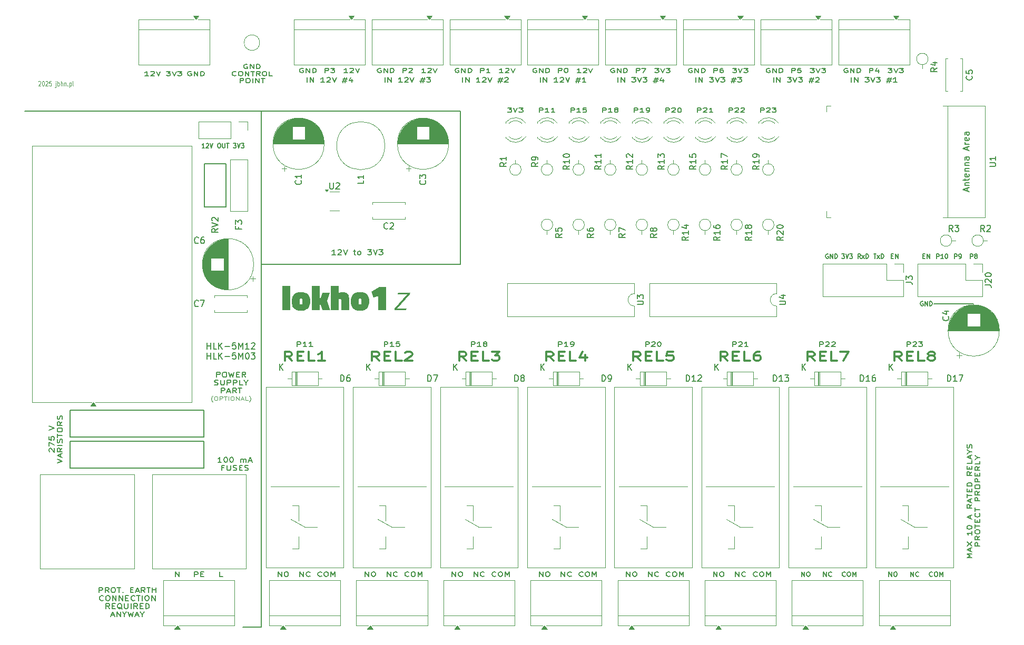
<source format=gbr>
%TF.GenerationSoftware,KiCad,Pcbnew,9.0.3*%
%TF.CreationDate,2025-07-21T16:07:52+02:00*%
%TF.ProjectId,lokho1-z,6c6f6b68-6f31-42d7-9a2e-6b696361645f,rev?*%
%TF.SameCoordinates,Original*%
%TF.FileFunction,Legend,Top*%
%TF.FilePolarity,Positive*%
%FSLAX46Y46*%
G04 Gerber Fmt 4.6, Leading zero omitted, Abs format (unit mm)*
G04 Created by KiCad (PCBNEW 9.0.3) date 2025-07-21 16:07:52*
%MOMM*%
%LPD*%
G01*
G04 APERTURE LIST*
%ADD10C,0.100000*%
%ADD11C,0.150000*%
%ADD12C,0.500000*%
%ADD13C,0.300000*%
%ADD14C,0.200000*%
%ADD15C,0.120000*%
G04 APERTURE END LIST*
D10*
X43195074Y-61238085D02*
X43223646Y-61199990D01*
X43223646Y-61199990D02*
X43280789Y-61161895D01*
X43280789Y-61161895D02*
X43423646Y-61161895D01*
X43423646Y-61161895D02*
X43480789Y-61199990D01*
X43480789Y-61199990D02*
X43509360Y-61238085D01*
X43509360Y-61238085D02*
X43537931Y-61314276D01*
X43537931Y-61314276D02*
X43537931Y-61390466D01*
X43537931Y-61390466D02*
X43509360Y-61504752D01*
X43509360Y-61504752D02*
X43166503Y-61961895D01*
X43166503Y-61961895D02*
X43537931Y-61961895D01*
X43909360Y-61161895D02*
X43966503Y-61161895D01*
X43966503Y-61161895D02*
X44023646Y-61199990D01*
X44023646Y-61199990D02*
X44052218Y-61238085D01*
X44052218Y-61238085D02*
X44080789Y-61314276D01*
X44080789Y-61314276D02*
X44109360Y-61466657D01*
X44109360Y-61466657D02*
X44109360Y-61657133D01*
X44109360Y-61657133D02*
X44080789Y-61809514D01*
X44080789Y-61809514D02*
X44052218Y-61885704D01*
X44052218Y-61885704D02*
X44023646Y-61923800D01*
X44023646Y-61923800D02*
X43966503Y-61961895D01*
X43966503Y-61961895D02*
X43909360Y-61961895D01*
X43909360Y-61961895D02*
X43852218Y-61923800D01*
X43852218Y-61923800D02*
X43823646Y-61885704D01*
X43823646Y-61885704D02*
X43795075Y-61809514D01*
X43795075Y-61809514D02*
X43766503Y-61657133D01*
X43766503Y-61657133D02*
X43766503Y-61466657D01*
X43766503Y-61466657D02*
X43795075Y-61314276D01*
X43795075Y-61314276D02*
X43823646Y-61238085D01*
X43823646Y-61238085D02*
X43852218Y-61199990D01*
X43852218Y-61199990D02*
X43909360Y-61161895D01*
X44337932Y-61238085D02*
X44366504Y-61199990D01*
X44366504Y-61199990D02*
X44423647Y-61161895D01*
X44423647Y-61161895D02*
X44566504Y-61161895D01*
X44566504Y-61161895D02*
X44623647Y-61199990D01*
X44623647Y-61199990D02*
X44652218Y-61238085D01*
X44652218Y-61238085D02*
X44680789Y-61314276D01*
X44680789Y-61314276D02*
X44680789Y-61390466D01*
X44680789Y-61390466D02*
X44652218Y-61504752D01*
X44652218Y-61504752D02*
X44309361Y-61961895D01*
X44309361Y-61961895D02*
X44680789Y-61961895D01*
X45223647Y-61161895D02*
X44937933Y-61161895D01*
X44937933Y-61161895D02*
X44909361Y-61542847D01*
X44909361Y-61542847D02*
X44937933Y-61504752D01*
X44937933Y-61504752D02*
X44995076Y-61466657D01*
X44995076Y-61466657D02*
X45137933Y-61466657D01*
X45137933Y-61466657D02*
X45195076Y-61504752D01*
X45195076Y-61504752D02*
X45223647Y-61542847D01*
X45223647Y-61542847D02*
X45252218Y-61619038D01*
X45252218Y-61619038D02*
X45252218Y-61809514D01*
X45252218Y-61809514D02*
X45223647Y-61885704D01*
X45223647Y-61885704D02*
X45195076Y-61923800D01*
X45195076Y-61923800D02*
X45137933Y-61961895D01*
X45137933Y-61961895D02*
X44995076Y-61961895D01*
X44995076Y-61961895D02*
X44937933Y-61923800D01*
X44937933Y-61923800D02*
X44909361Y-61885704D01*
X45966505Y-61428561D02*
X45966505Y-62114276D01*
X45966505Y-62114276D02*
X45937933Y-62190466D01*
X45937933Y-62190466D02*
X45880790Y-62228561D01*
X45880790Y-62228561D02*
X45852219Y-62228561D01*
X45966505Y-61161895D02*
X45937933Y-61199990D01*
X45937933Y-61199990D02*
X45966505Y-61238085D01*
X45966505Y-61238085D02*
X45995076Y-61199990D01*
X45995076Y-61199990D02*
X45966505Y-61161895D01*
X45966505Y-61161895D02*
X45966505Y-61238085D01*
X46252219Y-61961895D02*
X46252219Y-61161895D01*
X46252219Y-61466657D02*
X46309362Y-61428561D01*
X46309362Y-61428561D02*
X46423647Y-61428561D01*
X46423647Y-61428561D02*
X46480790Y-61466657D01*
X46480790Y-61466657D02*
X46509362Y-61504752D01*
X46509362Y-61504752D02*
X46537933Y-61580942D01*
X46537933Y-61580942D02*
X46537933Y-61809514D01*
X46537933Y-61809514D02*
X46509362Y-61885704D01*
X46509362Y-61885704D02*
X46480790Y-61923800D01*
X46480790Y-61923800D02*
X46423647Y-61961895D01*
X46423647Y-61961895D02*
X46309362Y-61961895D01*
X46309362Y-61961895D02*
X46252219Y-61923800D01*
X46795076Y-61961895D02*
X46795076Y-61161895D01*
X47052219Y-61961895D02*
X47052219Y-61542847D01*
X47052219Y-61542847D02*
X47023647Y-61466657D01*
X47023647Y-61466657D02*
X46966504Y-61428561D01*
X46966504Y-61428561D02*
X46880790Y-61428561D01*
X46880790Y-61428561D02*
X46823647Y-61466657D01*
X46823647Y-61466657D02*
X46795076Y-61504752D01*
X47337933Y-61428561D02*
X47337933Y-61961895D01*
X47337933Y-61504752D02*
X47366504Y-61466657D01*
X47366504Y-61466657D02*
X47423647Y-61428561D01*
X47423647Y-61428561D02*
X47509361Y-61428561D01*
X47509361Y-61428561D02*
X47566504Y-61466657D01*
X47566504Y-61466657D02*
X47595076Y-61542847D01*
X47595076Y-61542847D02*
X47595076Y-61961895D01*
X47880790Y-61885704D02*
X47909361Y-61923800D01*
X47909361Y-61923800D02*
X47880790Y-61961895D01*
X47880790Y-61961895D02*
X47852218Y-61923800D01*
X47852218Y-61923800D02*
X47880790Y-61885704D01*
X47880790Y-61885704D02*
X47880790Y-61961895D01*
X48166504Y-61428561D02*
X48166504Y-62228561D01*
X48166504Y-61466657D02*
X48223647Y-61428561D01*
X48223647Y-61428561D02*
X48337932Y-61428561D01*
X48337932Y-61428561D02*
X48395075Y-61466657D01*
X48395075Y-61466657D02*
X48423647Y-61504752D01*
X48423647Y-61504752D02*
X48452218Y-61580942D01*
X48452218Y-61580942D02*
X48452218Y-61809514D01*
X48452218Y-61809514D02*
X48423647Y-61885704D01*
X48423647Y-61885704D02*
X48395075Y-61923800D01*
X48395075Y-61923800D02*
X48337932Y-61961895D01*
X48337932Y-61961895D02*
X48223647Y-61961895D01*
X48223647Y-61961895D02*
X48166504Y-61923800D01*
X48795075Y-61961895D02*
X48737932Y-61923800D01*
X48737932Y-61923800D02*
X48709361Y-61847609D01*
X48709361Y-61847609D02*
X48709361Y-61161895D01*
D11*
G36*
X82394410Y-98015000D02*
G01*
X82394410Y-94153764D01*
X83647865Y-94153764D01*
X83647865Y-98015000D01*
X82394410Y-98015000D01*
G37*
G36*
X85761771Y-95142067D02*
G01*
X86066445Y-95212888D01*
X86310452Y-95321870D01*
X86504773Y-95466081D01*
X86629366Y-95609973D01*
X86730863Y-95788564D01*
X86808364Y-96008272D01*
X86858771Y-96277236D01*
X86876999Y-96604986D01*
X86858742Y-96932756D01*
X86808285Y-97201336D01*
X86730760Y-97420368D01*
X86629290Y-97598082D01*
X86504773Y-97740959D01*
X86310653Y-97883845D01*
X86066732Y-97991936D01*
X85761993Y-98062226D01*
X85382722Y-98087784D01*
X85003450Y-98062226D01*
X84698711Y-97991936D01*
X84454790Y-97883845D01*
X84260670Y-97740959D01*
X84136245Y-97598096D01*
X84034843Y-97420392D01*
X83957364Y-97201361D01*
X83906936Y-96932773D01*
X83888688Y-96604986D01*
X83888851Y-96602055D01*
X85153378Y-96602055D01*
X85169010Y-96851595D01*
X85203692Y-96974281D01*
X85271924Y-97048794D01*
X85382722Y-97074909D01*
X85493519Y-97048794D01*
X85561752Y-96974281D01*
X85596604Y-96851581D01*
X85612310Y-96602055D01*
X85596593Y-96352345D01*
X85561752Y-96229829D01*
X85493519Y-96155316D01*
X85382722Y-96129200D01*
X85271924Y-96155316D01*
X85203692Y-96229829D01*
X85169020Y-96352331D01*
X85153378Y-96602055D01*
X83888851Y-96602055D01*
X83906906Y-96277219D01*
X83957285Y-96008247D01*
X84034740Y-95788540D01*
X84136169Y-95609959D01*
X84260670Y-95466081D01*
X84454992Y-95321870D01*
X84698998Y-95212888D01*
X85003672Y-95142067D01*
X85382722Y-95116325D01*
X85761771Y-95142067D01*
G37*
G36*
X88372498Y-98015000D02*
G01*
X87119044Y-98015000D01*
X87119044Y-94153764D01*
X88372498Y-94153764D01*
X88372498Y-96095495D01*
X88534676Y-96095495D01*
X88786490Y-95188866D01*
X90023336Y-95188866D01*
X89620335Y-96554427D01*
X90056797Y-98015000D01*
X88803343Y-98015000D01*
X88540293Y-97186772D01*
X88372498Y-97186772D01*
X88372498Y-98015000D01*
G37*
G36*
X91467544Y-98015000D02*
G01*
X90214089Y-98015000D01*
X90214089Y-94153764D01*
X91467544Y-94153764D01*
X91467544Y-95211336D01*
X91838172Y-95136215D01*
X92066183Y-95116325D01*
X92373686Y-95140393D01*
X92608651Y-95205437D01*
X92786748Y-95304320D01*
X92919567Y-95435307D01*
X93013849Y-95596546D01*
X93090376Y-95823683D01*
X93143106Y-96135598D01*
X93163078Y-96554427D01*
X93163078Y-98015000D01*
X91909623Y-98015000D01*
X91909623Y-96683143D01*
X91889321Y-96428845D01*
X91841347Y-96287834D01*
X91777628Y-96218308D01*
X91696888Y-96196367D01*
X91467544Y-96229829D01*
X91467544Y-98015000D01*
G37*
G36*
X95250118Y-95142067D02*
G01*
X95554791Y-95212888D01*
X95798798Y-95321870D01*
X95993119Y-95466081D01*
X96117712Y-95609973D01*
X96219209Y-95788564D01*
X96296710Y-96008272D01*
X96347117Y-96277236D01*
X96365346Y-96604986D01*
X96347088Y-96932756D01*
X96296631Y-97201336D01*
X96219106Y-97420368D01*
X96117636Y-97598082D01*
X95993119Y-97740959D01*
X95799000Y-97883845D01*
X95555079Y-97991936D01*
X95250339Y-98062226D01*
X94871068Y-98087784D01*
X94491796Y-98062226D01*
X94187057Y-97991936D01*
X93943136Y-97883845D01*
X93749016Y-97740959D01*
X93624591Y-97598096D01*
X93523189Y-97420392D01*
X93445711Y-97201361D01*
X93395282Y-96932773D01*
X93377034Y-96604986D01*
X93377197Y-96602055D01*
X94641724Y-96602055D01*
X94657357Y-96851595D01*
X94692038Y-96974281D01*
X94760270Y-97048794D01*
X94871068Y-97074909D01*
X94981865Y-97048794D01*
X95050098Y-96974281D01*
X95084950Y-96851581D01*
X95100656Y-96602055D01*
X95084940Y-96352345D01*
X95050098Y-96229829D01*
X94981865Y-96155316D01*
X94871068Y-96129200D01*
X94760270Y-96155316D01*
X94692038Y-96229829D01*
X94657367Y-96352331D01*
X94641724Y-96602055D01*
X93377197Y-96602055D01*
X93395253Y-96277219D01*
X93445631Y-96008247D01*
X93523086Y-95788540D01*
X93624515Y-95609959D01*
X93749016Y-95466081D01*
X93943338Y-95321870D01*
X94187344Y-95212888D01*
X94492018Y-95142067D01*
X94871068Y-95116325D01*
X95250118Y-95142067D01*
G37*
G36*
X99063985Y-94327177D02*
G01*
X99063985Y-98015000D01*
X97793678Y-98015000D01*
X97793678Y-95687121D01*
X97021382Y-95994867D01*
X96685548Y-95088237D01*
X97995178Y-94327177D01*
X99063985Y-94327177D01*
G37*
D12*
G36*
X100954148Y-95513464D02*
G01*
X101032306Y-95216953D01*
X102934958Y-95216953D01*
X102873408Y-95507847D01*
X100842041Y-97724106D01*
X102358789Y-97724106D01*
X102291622Y-98015000D01*
X100383353Y-98015000D01*
X100433667Y-97724106D01*
X102459417Y-95513464D01*
X100954148Y-95513464D01*
G37*
D13*
X167952380Y-106132066D02*
X167285713Y-105465400D01*
X166809523Y-106132066D02*
X166809523Y-104732066D01*
X166809523Y-104732066D02*
X167571428Y-104732066D01*
X167571428Y-104732066D02*
X167761904Y-104798733D01*
X167761904Y-104798733D02*
X167857142Y-104865400D01*
X167857142Y-104865400D02*
X167952380Y-104998733D01*
X167952380Y-104998733D02*
X167952380Y-105198733D01*
X167952380Y-105198733D02*
X167857142Y-105332066D01*
X167857142Y-105332066D02*
X167761904Y-105398733D01*
X167761904Y-105398733D02*
X167571428Y-105465400D01*
X167571428Y-105465400D02*
X166809523Y-105465400D01*
X168809523Y-105398733D02*
X169476190Y-105398733D01*
X169761904Y-106132066D02*
X168809523Y-106132066D01*
X168809523Y-106132066D02*
X168809523Y-104732066D01*
X168809523Y-104732066D02*
X169761904Y-104732066D01*
X171571428Y-106132066D02*
X170619047Y-106132066D01*
X170619047Y-106132066D02*
X170619047Y-104732066D01*
X172047619Y-104732066D02*
X173380952Y-104732066D01*
X173380952Y-104732066D02*
X172523809Y-106132066D01*
X125952380Y-106132066D02*
X125285713Y-105465400D01*
X124809523Y-106132066D02*
X124809523Y-104732066D01*
X124809523Y-104732066D02*
X125571428Y-104732066D01*
X125571428Y-104732066D02*
X125761904Y-104798733D01*
X125761904Y-104798733D02*
X125857142Y-104865400D01*
X125857142Y-104865400D02*
X125952380Y-104998733D01*
X125952380Y-104998733D02*
X125952380Y-105198733D01*
X125952380Y-105198733D02*
X125857142Y-105332066D01*
X125857142Y-105332066D02*
X125761904Y-105398733D01*
X125761904Y-105398733D02*
X125571428Y-105465400D01*
X125571428Y-105465400D02*
X124809523Y-105465400D01*
X126809523Y-105398733D02*
X127476190Y-105398733D01*
X127761904Y-106132066D02*
X126809523Y-106132066D01*
X126809523Y-106132066D02*
X126809523Y-104732066D01*
X126809523Y-104732066D02*
X127761904Y-104732066D01*
X129571428Y-106132066D02*
X128619047Y-106132066D01*
X128619047Y-106132066D02*
X128619047Y-104732066D01*
X131095238Y-105198733D02*
X131095238Y-106132066D01*
X130619047Y-104665400D02*
X130142857Y-105665400D01*
X130142857Y-105665400D02*
X131380952Y-105665400D01*
X139952380Y-106132066D02*
X139285713Y-105465400D01*
X138809523Y-106132066D02*
X138809523Y-104732066D01*
X138809523Y-104732066D02*
X139571428Y-104732066D01*
X139571428Y-104732066D02*
X139761904Y-104798733D01*
X139761904Y-104798733D02*
X139857142Y-104865400D01*
X139857142Y-104865400D02*
X139952380Y-104998733D01*
X139952380Y-104998733D02*
X139952380Y-105198733D01*
X139952380Y-105198733D02*
X139857142Y-105332066D01*
X139857142Y-105332066D02*
X139761904Y-105398733D01*
X139761904Y-105398733D02*
X139571428Y-105465400D01*
X139571428Y-105465400D02*
X138809523Y-105465400D01*
X140809523Y-105398733D02*
X141476190Y-105398733D01*
X141761904Y-106132066D02*
X140809523Y-106132066D01*
X140809523Y-106132066D02*
X140809523Y-104732066D01*
X140809523Y-104732066D02*
X141761904Y-104732066D01*
X143571428Y-106132066D02*
X142619047Y-106132066D01*
X142619047Y-106132066D02*
X142619047Y-104732066D01*
X145190476Y-104732066D02*
X144238095Y-104732066D01*
X144238095Y-104732066D02*
X144142857Y-105398733D01*
X144142857Y-105398733D02*
X144238095Y-105332066D01*
X144238095Y-105332066D02*
X144428571Y-105265400D01*
X144428571Y-105265400D02*
X144904762Y-105265400D01*
X144904762Y-105265400D02*
X145095238Y-105332066D01*
X145095238Y-105332066D02*
X145190476Y-105398733D01*
X145190476Y-105398733D02*
X145285714Y-105532066D01*
X145285714Y-105532066D02*
X145285714Y-105865400D01*
X145285714Y-105865400D02*
X145190476Y-105998733D01*
X145190476Y-105998733D02*
X145095238Y-106065400D01*
X145095238Y-106065400D02*
X144904762Y-106132066D01*
X144904762Y-106132066D02*
X144428571Y-106132066D01*
X144428571Y-106132066D02*
X144238095Y-106065400D01*
X144238095Y-106065400D02*
X144142857Y-105998733D01*
X153952380Y-106132066D02*
X153285713Y-105465400D01*
X152809523Y-106132066D02*
X152809523Y-104732066D01*
X152809523Y-104732066D02*
X153571428Y-104732066D01*
X153571428Y-104732066D02*
X153761904Y-104798733D01*
X153761904Y-104798733D02*
X153857142Y-104865400D01*
X153857142Y-104865400D02*
X153952380Y-104998733D01*
X153952380Y-104998733D02*
X153952380Y-105198733D01*
X153952380Y-105198733D02*
X153857142Y-105332066D01*
X153857142Y-105332066D02*
X153761904Y-105398733D01*
X153761904Y-105398733D02*
X153571428Y-105465400D01*
X153571428Y-105465400D02*
X152809523Y-105465400D01*
X154809523Y-105398733D02*
X155476190Y-105398733D01*
X155761904Y-106132066D02*
X154809523Y-106132066D01*
X154809523Y-106132066D02*
X154809523Y-104732066D01*
X154809523Y-104732066D02*
X155761904Y-104732066D01*
X157571428Y-106132066D02*
X156619047Y-106132066D01*
X156619047Y-106132066D02*
X156619047Y-104732066D01*
X159095238Y-104732066D02*
X158714285Y-104732066D01*
X158714285Y-104732066D02*
X158523809Y-104798733D01*
X158523809Y-104798733D02*
X158428571Y-104865400D01*
X158428571Y-104865400D02*
X158238095Y-105065400D01*
X158238095Y-105065400D02*
X158142857Y-105332066D01*
X158142857Y-105332066D02*
X158142857Y-105865400D01*
X158142857Y-105865400D02*
X158238095Y-105998733D01*
X158238095Y-105998733D02*
X158333333Y-106065400D01*
X158333333Y-106065400D02*
X158523809Y-106132066D01*
X158523809Y-106132066D02*
X158904762Y-106132066D01*
X158904762Y-106132066D02*
X159095238Y-106065400D01*
X159095238Y-106065400D02*
X159190476Y-105998733D01*
X159190476Y-105998733D02*
X159285714Y-105865400D01*
X159285714Y-105865400D02*
X159285714Y-105532066D01*
X159285714Y-105532066D02*
X159190476Y-105398733D01*
X159190476Y-105398733D02*
X159095238Y-105332066D01*
X159095238Y-105332066D02*
X158904762Y-105265400D01*
X158904762Y-105265400D02*
X158523809Y-105265400D01*
X158523809Y-105265400D02*
X158333333Y-105332066D01*
X158333333Y-105332066D02*
X158238095Y-105398733D01*
X158238095Y-105398733D02*
X158142857Y-105532066D01*
X111952380Y-106132066D02*
X111285713Y-105465400D01*
X110809523Y-106132066D02*
X110809523Y-104732066D01*
X110809523Y-104732066D02*
X111571428Y-104732066D01*
X111571428Y-104732066D02*
X111761904Y-104798733D01*
X111761904Y-104798733D02*
X111857142Y-104865400D01*
X111857142Y-104865400D02*
X111952380Y-104998733D01*
X111952380Y-104998733D02*
X111952380Y-105198733D01*
X111952380Y-105198733D02*
X111857142Y-105332066D01*
X111857142Y-105332066D02*
X111761904Y-105398733D01*
X111761904Y-105398733D02*
X111571428Y-105465400D01*
X111571428Y-105465400D02*
X110809523Y-105465400D01*
X112809523Y-105398733D02*
X113476190Y-105398733D01*
X113761904Y-106132066D02*
X112809523Y-106132066D01*
X112809523Y-106132066D02*
X112809523Y-104732066D01*
X112809523Y-104732066D02*
X113761904Y-104732066D01*
X115571428Y-106132066D02*
X114619047Y-106132066D01*
X114619047Y-106132066D02*
X114619047Y-104732066D01*
X116047619Y-104732066D02*
X117285714Y-104732066D01*
X117285714Y-104732066D02*
X116619047Y-105265400D01*
X116619047Y-105265400D02*
X116904762Y-105265400D01*
X116904762Y-105265400D02*
X117095238Y-105332066D01*
X117095238Y-105332066D02*
X117190476Y-105398733D01*
X117190476Y-105398733D02*
X117285714Y-105532066D01*
X117285714Y-105532066D02*
X117285714Y-105865400D01*
X117285714Y-105865400D02*
X117190476Y-105998733D01*
X117190476Y-105998733D02*
X117095238Y-106065400D01*
X117095238Y-106065400D02*
X116904762Y-106132066D01*
X116904762Y-106132066D02*
X116333333Y-106132066D01*
X116333333Y-106132066D02*
X116142857Y-106065400D01*
X116142857Y-106065400D02*
X116047619Y-105998733D01*
X181952380Y-106132066D02*
X181285713Y-105465400D01*
X180809523Y-106132066D02*
X180809523Y-104732066D01*
X180809523Y-104732066D02*
X181571428Y-104732066D01*
X181571428Y-104732066D02*
X181761904Y-104798733D01*
X181761904Y-104798733D02*
X181857142Y-104865400D01*
X181857142Y-104865400D02*
X181952380Y-104998733D01*
X181952380Y-104998733D02*
X181952380Y-105198733D01*
X181952380Y-105198733D02*
X181857142Y-105332066D01*
X181857142Y-105332066D02*
X181761904Y-105398733D01*
X181761904Y-105398733D02*
X181571428Y-105465400D01*
X181571428Y-105465400D02*
X180809523Y-105465400D01*
X182809523Y-105398733D02*
X183476190Y-105398733D01*
X183761904Y-106132066D02*
X182809523Y-106132066D01*
X182809523Y-106132066D02*
X182809523Y-104732066D01*
X182809523Y-104732066D02*
X183761904Y-104732066D01*
X185571428Y-106132066D02*
X184619047Y-106132066D01*
X184619047Y-106132066D02*
X184619047Y-104732066D01*
X186523809Y-105332066D02*
X186333333Y-105265400D01*
X186333333Y-105265400D02*
X186238095Y-105198733D01*
X186238095Y-105198733D02*
X186142857Y-105065400D01*
X186142857Y-105065400D02*
X186142857Y-104998733D01*
X186142857Y-104998733D02*
X186238095Y-104865400D01*
X186238095Y-104865400D02*
X186333333Y-104798733D01*
X186333333Y-104798733D02*
X186523809Y-104732066D01*
X186523809Y-104732066D02*
X186904762Y-104732066D01*
X186904762Y-104732066D02*
X187095238Y-104798733D01*
X187095238Y-104798733D02*
X187190476Y-104865400D01*
X187190476Y-104865400D02*
X187285714Y-104998733D01*
X187285714Y-104998733D02*
X187285714Y-105065400D01*
X187285714Y-105065400D02*
X187190476Y-105198733D01*
X187190476Y-105198733D02*
X187095238Y-105265400D01*
X187095238Y-105265400D02*
X186904762Y-105332066D01*
X186904762Y-105332066D02*
X186523809Y-105332066D01*
X186523809Y-105332066D02*
X186333333Y-105398733D01*
X186333333Y-105398733D02*
X186238095Y-105465400D01*
X186238095Y-105465400D02*
X186142857Y-105598733D01*
X186142857Y-105598733D02*
X186142857Y-105865400D01*
X186142857Y-105865400D02*
X186238095Y-105998733D01*
X186238095Y-105998733D02*
X186333333Y-106065400D01*
X186333333Y-106065400D02*
X186523809Y-106132066D01*
X186523809Y-106132066D02*
X186904762Y-106132066D01*
X186904762Y-106132066D02*
X187095238Y-106065400D01*
X187095238Y-106065400D02*
X187190476Y-105998733D01*
X187190476Y-105998733D02*
X187285714Y-105865400D01*
X187285714Y-105865400D02*
X187285714Y-105598733D01*
X187285714Y-105598733D02*
X187190476Y-105465400D01*
X187190476Y-105465400D02*
X187095238Y-105398733D01*
X187095238Y-105398733D02*
X186904762Y-105332066D01*
X97952380Y-106132066D02*
X97285713Y-105465400D01*
X96809523Y-106132066D02*
X96809523Y-104732066D01*
X96809523Y-104732066D02*
X97571428Y-104732066D01*
X97571428Y-104732066D02*
X97761904Y-104798733D01*
X97761904Y-104798733D02*
X97857142Y-104865400D01*
X97857142Y-104865400D02*
X97952380Y-104998733D01*
X97952380Y-104998733D02*
X97952380Y-105198733D01*
X97952380Y-105198733D02*
X97857142Y-105332066D01*
X97857142Y-105332066D02*
X97761904Y-105398733D01*
X97761904Y-105398733D02*
X97571428Y-105465400D01*
X97571428Y-105465400D02*
X96809523Y-105465400D01*
X98809523Y-105398733D02*
X99476190Y-105398733D01*
X99761904Y-106132066D02*
X98809523Y-106132066D01*
X98809523Y-106132066D02*
X98809523Y-104732066D01*
X98809523Y-104732066D02*
X99761904Y-104732066D01*
X101571428Y-106132066D02*
X100619047Y-106132066D01*
X100619047Y-106132066D02*
X100619047Y-104732066D01*
X102142857Y-104865400D02*
X102238095Y-104798733D01*
X102238095Y-104798733D02*
X102428571Y-104732066D01*
X102428571Y-104732066D02*
X102904762Y-104732066D01*
X102904762Y-104732066D02*
X103095238Y-104798733D01*
X103095238Y-104798733D02*
X103190476Y-104865400D01*
X103190476Y-104865400D02*
X103285714Y-104998733D01*
X103285714Y-104998733D02*
X103285714Y-105132066D01*
X103285714Y-105132066D02*
X103190476Y-105332066D01*
X103190476Y-105332066D02*
X102047619Y-106132066D01*
X102047619Y-106132066D02*
X103285714Y-106132066D01*
X83952380Y-106132066D02*
X83285713Y-105465400D01*
X82809523Y-106132066D02*
X82809523Y-104732066D01*
X82809523Y-104732066D02*
X83571428Y-104732066D01*
X83571428Y-104732066D02*
X83761904Y-104798733D01*
X83761904Y-104798733D02*
X83857142Y-104865400D01*
X83857142Y-104865400D02*
X83952380Y-104998733D01*
X83952380Y-104998733D02*
X83952380Y-105198733D01*
X83952380Y-105198733D02*
X83857142Y-105332066D01*
X83857142Y-105332066D02*
X83761904Y-105398733D01*
X83761904Y-105398733D02*
X83571428Y-105465400D01*
X83571428Y-105465400D02*
X82809523Y-105465400D01*
X84809523Y-105398733D02*
X85476190Y-105398733D01*
X85761904Y-106132066D02*
X84809523Y-106132066D01*
X84809523Y-106132066D02*
X84809523Y-104732066D01*
X84809523Y-104732066D02*
X85761904Y-104732066D01*
X87571428Y-106132066D02*
X86619047Y-106132066D01*
X86619047Y-106132066D02*
X86619047Y-104732066D01*
X89285714Y-106132066D02*
X88142857Y-106132066D01*
X88714285Y-106132066D02*
X88714285Y-104732066D01*
X88714285Y-104732066D02*
X88523809Y-104932066D01*
X88523809Y-104932066D02*
X88333333Y-105065400D01*
X88333333Y-105065400D02*
X88142857Y-105132066D01*
D11*
X84785714Y-103816033D02*
X84785714Y-103116033D01*
X84785714Y-103116033D02*
X85166666Y-103116033D01*
X85166666Y-103116033D02*
X85261904Y-103149366D01*
X85261904Y-103149366D02*
X85309523Y-103182700D01*
X85309523Y-103182700D02*
X85357142Y-103249366D01*
X85357142Y-103249366D02*
X85357142Y-103349366D01*
X85357142Y-103349366D02*
X85309523Y-103416033D01*
X85309523Y-103416033D02*
X85261904Y-103449366D01*
X85261904Y-103449366D02*
X85166666Y-103482700D01*
X85166666Y-103482700D02*
X84785714Y-103482700D01*
X86309523Y-103816033D02*
X85738095Y-103816033D01*
X86023809Y-103816033D02*
X86023809Y-103116033D01*
X86023809Y-103116033D02*
X85928571Y-103216033D01*
X85928571Y-103216033D02*
X85833333Y-103282700D01*
X85833333Y-103282700D02*
X85738095Y-103316033D01*
X87261904Y-103816033D02*
X86690476Y-103816033D01*
X86976190Y-103816033D02*
X86976190Y-103116033D01*
X86976190Y-103116033D02*
X86880952Y-103216033D01*
X86880952Y-103216033D02*
X86785714Y-103282700D01*
X86785714Y-103282700D02*
X86690476Y-103316033D01*
X154785714Y-103816033D02*
X154785714Y-103116033D01*
X154785714Y-103116033D02*
X155166666Y-103116033D01*
X155166666Y-103116033D02*
X155261904Y-103149366D01*
X155261904Y-103149366D02*
X155309523Y-103182700D01*
X155309523Y-103182700D02*
X155357142Y-103249366D01*
X155357142Y-103249366D02*
X155357142Y-103349366D01*
X155357142Y-103349366D02*
X155309523Y-103416033D01*
X155309523Y-103416033D02*
X155261904Y-103449366D01*
X155261904Y-103449366D02*
X155166666Y-103482700D01*
X155166666Y-103482700D02*
X154785714Y-103482700D01*
X155738095Y-103182700D02*
X155785714Y-103149366D01*
X155785714Y-103149366D02*
X155880952Y-103116033D01*
X155880952Y-103116033D02*
X156119047Y-103116033D01*
X156119047Y-103116033D02*
X156214285Y-103149366D01*
X156214285Y-103149366D02*
X156261904Y-103182700D01*
X156261904Y-103182700D02*
X156309523Y-103249366D01*
X156309523Y-103249366D02*
X156309523Y-103316033D01*
X156309523Y-103316033D02*
X156261904Y-103416033D01*
X156261904Y-103416033D02*
X155690476Y-103816033D01*
X155690476Y-103816033D02*
X156309523Y-103816033D01*
X157261904Y-103816033D02*
X156690476Y-103816033D01*
X156976190Y-103816033D02*
X156976190Y-103116033D01*
X156976190Y-103116033D02*
X156880952Y-103216033D01*
X156880952Y-103216033D02*
X156785714Y-103282700D01*
X156785714Y-103282700D02*
X156690476Y-103316033D01*
X168785714Y-103816033D02*
X168785714Y-103116033D01*
X168785714Y-103116033D02*
X169166666Y-103116033D01*
X169166666Y-103116033D02*
X169261904Y-103149366D01*
X169261904Y-103149366D02*
X169309523Y-103182700D01*
X169309523Y-103182700D02*
X169357142Y-103249366D01*
X169357142Y-103249366D02*
X169357142Y-103349366D01*
X169357142Y-103349366D02*
X169309523Y-103416033D01*
X169309523Y-103416033D02*
X169261904Y-103449366D01*
X169261904Y-103449366D02*
X169166666Y-103482700D01*
X169166666Y-103482700D02*
X168785714Y-103482700D01*
X169738095Y-103182700D02*
X169785714Y-103149366D01*
X169785714Y-103149366D02*
X169880952Y-103116033D01*
X169880952Y-103116033D02*
X170119047Y-103116033D01*
X170119047Y-103116033D02*
X170214285Y-103149366D01*
X170214285Y-103149366D02*
X170261904Y-103182700D01*
X170261904Y-103182700D02*
X170309523Y-103249366D01*
X170309523Y-103249366D02*
X170309523Y-103316033D01*
X170309523Y-103316033D02*
X170261904Y-103416033D01*
X170261904Y-103416033D02*
X169690476Y-103816033D01*
X169690476Y-103816033D02*
X170309523Y-103816033D01*
X170690476Y-103182700D02*
X170738095Y-103149366D01*
X170738095Y-103149366D02*
X170833333Y-103116033D01*
X170833333Y-103116033D02*
X171071428Y-103116033D01*
X171071428Y-103116033D02*
X171166666Y-103149366D01*
X171166666Y-103149366D02*
X171214285Y-103182700D01*
X171214285Y-103182700D02*
X171261904Y-103249366D01*
X171261904Y-103249366D02*
X171261904Y-103316033D01*
X171261904Y-103316033D02*
X171214285Y-103416033D01*
X171214285Y-103416033D02*
X170642857Y-103816033D01*
X170642857Y-103816033D02*
X171261904Y-103816033D01*
X126785714Y-103816033D02*
X126785714Y-103116033D01*
X126785714Y-103116033D02*
X127166666Y-103116033D01*
X127166666Y-103116033D02*
X127261904Y-103149366D01*
X127261904Y-103149366D02*
X127309523Y-103182700D01*
X127309523Y-103182700D02*
X127357142Y-103249366D01*
X127357142Y-103249366D02*
X127357142Y-103349366D01*
X127357142Y-103349366D02*
X127309523Y-103416033D01*
X127309523Y-103416033D02*
X127261904Y-103449366D01*
X127261904Y-103449366D02*
X127166666Y-103482700D01*
X127166666Y-103482700D02*
X126785714Y-103482700D01*
X128309523Y-103816033D02*
X127738095Y-103816033D01*
X128023809Y-103816033D02*
X128023809Y-103116033D01*
X128023809Y-103116033D02*
X127928571Y-103216033D01*
X127928571Y-103216033D02*
X127833333Y-103282700D01*
X127833333Y-103282700D02*
X127738095Y-103316033D01*
X128785714Y-103816033D02*
X128976190Y-103816033D01*
X128976190Y-103816033D02*
X129071428Y-103782700D01*
X129071428Y-103782700D02*
X129119047Y-103749366D01*
X129119047Y-103749366D02*
X129214285Y-103649366D01*
X129214285Y-103649366D02*
X129261904Y-103516033D01*
X129261904Y-103516033D02*
X129261904Y-103249366D01*
X129261904Y-103249366D02*
X129214285Y-103182700D01*
X129214285Y-103182700D02*
X129166666Y-103149366D01*
X129166666Y-103149366D02*
X129071428Y-103116033D01*
X129071428Y-103116033D02*
X128880952Y-103116033D01*
X128880952Y-103116033D02*
X128785714Y-103149366D01*
X128785714Y-103149366D02*
X128738095Y-103182700D01*
X128738095Y-103182700D02*
X128690476Y-103249366D01*
X128690476Y-103249366D02*
X128690476Y-103416033D01*
X128690476Y-103416033D02*
X128738095Y-103482700D01*
X128738095Y-103482700D02*
X128785714Y-103516033D01*
X128785714Y-103516033D02*
X128880952Y-103549366D01*
X128880952Y-103549366D02*
X129071428Y-103549366D01*
X129071428Y-103549366D02*
X129166666Y-103516033D01*
X129166666Y-103516033D02*
X129214285Y-103482700D01*
X129214285Y-103482700D02*
X129261904Y-103416033D01*
X98785714Y-103816033D02*
X98785714Y-103116033D01*
X98785714Y-103116033D02*
X99166666Y-103116033D01*
X99166666Y-103116033D02*
X99261904Y-103149366D01*
X99261904Y-103149366D02*
X99309523Y-103182700D01*
X99309523Y-103182700D02*
X99357142Y-103249366D01*
X99357142Y-103249366D02*
X99357142Y-103349366D01*
X99357142Y-103349366D02*
X99309523Y-103416033D01*
X99309523Y-103416033D02*
X99261904Y-103449366D01*
X99261904Y-103449366D02*
X99166666Y-103482700D01*
X99166666Y-103482700D02*
X98785714Y-103482700D01*
X100309523Y-103816033D02*
X99738095Y-103816033D01*
X100023809Y-103816033D02*
X100023809Y-103116033D01*
X100023809Y-103116033D02*
X99928571Y-103216033D01*
X99928571Y-103216033D02*
X99833333Y-103282700D01*
X99833333Y-103282700D02*
X99738095Y-103316033D01*
X101214285Y-103116033D02*
X100738095Y-103116033D01*
X100738095Y-103116033D02*
X100690476Y-103449366D01*
X100690476Y-103449366D02*
X100738095Y-103416033D01*
X100738095Y-103416033D02*
X100833333Y-103382700D01*
X100833333Y-103382700D02*
X101071428Y-103382700D01*
X101071428Y-103382700D02*
X101166666Y-103416033D01*
X101166666Y-103416033D02*
X101214285Y-103449366D01*
X101214285Y-103449366D02*
X101261904Y-103516033D01*
X101261904Y-103516033D02*
X101261904Y-103682700D01*
X101261904Y-103682700D02*
X101214285Y-103749366D01*
X101214285Y-103749366D02*
X101166666Y-103782700D01*
X101166666Y-103782700D02*
X101071428Y-103816033D01*
X101071428Y-103816033D02*
X100833333Y-103816033D01*
X100833333Y-103816033D02*
X100738095Y-103782700D01*
X100738095Y-103782700D02*
X100690476Y-103749366D01*
X112785714Y-103816033D02*
X112785714Y-103116033D01*
X112785714Y-103116033D02*
X113166666Y-103116033D01*
X113166666Y-103116033D02*
X113261904Y-103149366D01*
X113261904Y-103149366D02*
X113309523Y-103182700D01*
X113309523Y-103182700D02*
X113357142Y-103249366D01*
X113357142Y-103249366D02*
X113357142Y-103349366D01*
X113357142Y-103349366D02*
X113309523Y-103416033D01*
X113309523Y-103416033D02*
X113261904Y-103449366D01*
X113261904Y-103449366D02*
X113166666Y-103482700D01*
X113166666Y-103482700D02*
X112785714Y-103482700D01*
X114309523Y-103816033D02*
X113738095Y-103816033D01*
X114023809Y-103816033D02*
X114023809Y-103116033D01*
X114023809Y-103116033D02*
X113928571Y-103216033D01*
X113928571Y-103216033D02*
X113833333Y-103282700D01*
X113833333Y-103282700D02*
X113738095Y-103316033D01*
X114880952Y-103416033D02*
X114785714Y-103382700D01*
X114785714Y-103382700D02*
X114738095Y-103349366D01*
X114738095Y-103349366D02*
X114690476Y-103282700D01*
X114690476Y-103282700D02*
X114690476Y-103249366D01*
X114690476Y-103249366D02*
X114738095Y-103182700D01*
X114738095Y-103182700D02*
X114785714Y-103149366D01*
X114785714Y-103149366D02*
X114880952Y-103116033D01*
X114880952Y-103116033D02*
X115071428Y-103116033D01*
X115071428Y-103116033D02*
X115166666Y-103149366D01*
X115166666Y-103149366D02*
X115214285Y-103182700D01*
X115214285Y-103182700D02*
X115261904Y-103249366D01*
X115261904Y-103249366D02*
X115261904Y-103282700D01*
X115261904Y-103282700D02*
X115214285Y-103349366D01*
X115214285Y-103349366D02*
X115166666Y-103382700D01*
X115166666Y-103382700D02*
X115071428Y-103416033D01*
X115071428Y-103416033D02*
X114880952Y-103416033D01*
X114880952Y-103416033D02*
X114785714Y-103449366D01*
X114785714Y-103449366D02*
X114738095Y-103482700D01*
X114738095Y-103482700D02*
X114690476Y-103549366D01*
X114690476Y-103549366D02*
X114690476Y-103682700D01*
X114690476Y-103682700D02*
X114738095Y-103749366D01*
X114738095Y-103749366D02*
X114785714Y-103782700D01*
X114785714Y-103782700D02*
X114880952Y-103816033D01*
X114880952Y-103816033D02*
X115071428Y-103816033D01*
X115071428Y-103816033D02*
X115166666Y-103782700D01*
X115166666Y-103782700D02*
X115214285Y-103749366D01*
X115214285Y-103749366D02*
X115261904Y-103682700D01*
X115261904Y-103682700D02*
X115261904Y-103549366D01*
X115261904Y-103549366D02*
X115214285Y-103482700D01*
X115214285Y-103482700D02*
X115166666Y-103449366D01*
X115166666Y-103449366D02*
X115071428Y-103416033D01*
X140785714Y-103816033D02*
X140785714Y-103116033D01*
X140785714Y-103116033D02*
X141166666Y-103116033D01*
X141166666Y-103116033D02*
X141261904Y-103149366D01*
X141261904Y-103149366D02*
X141309523Y-103182700D01*
X141309523Y-103182700D02*
X141357142Y-103249366D01*
X141357142Y-103249366D02*
X141357142Y-103349366D01*
X141357142Y-103349366D02*
X141309523Y-103416033D01*
X141309523Y-103416033D02*
X141261904Y-103449366D01*
X141261904Y-103449366D02*
X141166666Y-103482700D01*
X141166666Y-103482700D02*
X140785714Y-103482700D01*
X141738095Y-103182700D02*
X141785714Y-103149366D01*
X141785714Y-103149366D02*
X141880952Y-103116033D01*
X141880952Y-103116033D02*
X142119047Y-103116033D01*
X142119047Y-103116033D02*
X142214285Y-103149366D01*
X142214285Y-103149366D02*
X142261904Y-103182700D01*
X142261904Y-103182700D02*
X142309523Y-103249366D01*
X142309523Y-103249366D02*
X142309523Y-103316033D01*
X142309523Y-103316033D02*
X142261904Y-103416033D01*
X142261904Y-103416033D02*
X141690476Y-103816033D01*
X141690476Y-103816033D02*
X142309523Y-103816033D01*
X142928571Y-103116033D02*
X143023809Y-103116033D01*
X143023809Y-103116033D02*
X143119047Y-103149366D01*
X143119047Y-103149366D02*
X143166666Y-103182700D01*
X143166666Y-103182700D02*
X143214285Y-103249366D01*
X143214285Y-103249366D02*
X143261904Y-103382700D01*
X143261904Y-103382700D02*
X143261904Y-103549366D01*
X143261904Y-103549366D02*
X143214285Y-103682700D01*
X143214285Y-103682700D02*
X143166666Y-103749366D01*
X143166666Y-103749366D02*
X143119047Y-103782700D01*
X143119047Y-103782700D02*
X143023809Y-103816033D01*
X143023809Y-103816033D02*
X142928571Y-103816033D01*
X142928571Y-103816033D02*
X142833333Y-103782700D01*
X142833333Y-103782700D02*
X142785714Y-103749366D01*
X142785714Y-103749366D02*
X142738095Y-103682700D01*
X142738095Y-103682700D02*
X142690476Y-103549366D01*
X142690476Y-103549366D02*
X142690476Y-103382700D01*
X142690476Y-103382700D02*
X142738095Y-103249366D01*
X142738095Y-103249366D02*
X142785714Y-103182700D01*
X142785714Y-103182700D02*
X142833333Y-103149366D01*
X142833333Y-103149366D02*
X142928571Y-103116033D01*
X182785714Y-103816033D02*
X182785714Y-103116033D01*
X182785714Y-103116033D02*
X183166666Y-103116033D01*
X183166666Y-103116033D02*
X183261904Y-103149366D01*
X183261904Y-103149366D02*
X183309523Y-103182700D01*
X183309523Y-103182700D02*
X183357142Y-103249366D01*
X183357142Y-103249366D02*
X183357142Y-103349366D01*
X183357142Y-103349366D02*
X183309523Y-103416033D01*
X183309523Y-103416033D02*
X183261904Y-103449366D01*
X183261904Y-103449366D02*
X183166666Y-103482700D01*
X183166666Y-103482700D02*
X182785714Y-103482700D01*
X183738095Y-103182700D02*
X183785714Y-103149366D01*
X183785714Y-103149366D02*
X183880952Y-103116033D01*
X183880952Y-103116033D02*
X184119047Y-103116033D01*
X184119047Y-103116033D02*
X184214285Y-103149366D01*
X184214285Y-103149366D02*
X184261904Y-103182700D01*
X184261904Y-103182700D02*
X184309523Y-103249366D01*
X184309523Y-103249366D02*
X184309523Y-103316033D01*
X184309523Y-103316033D02*
X184261904Y-103416033D01*
X184261904Y-103416033D02*
X183690476Y-103816033D01*
X183690476Y-103816033D02*
X184309523Y-103816033D01*
X184642857Y-103116033D02*
X185261904Y-103116033D01*
X185261904Y-103116033D02*
X184928571Y-103382700D01*
X184928571Y-103382700D02*
X185071428Y-103382700D01*
X185071428Y-103382700D02*
X185166666Y-103416033D01*
X185166666Y-103416033D02*
X185214285Y-103449366D01*
X185214285Y-103449366D02*
X185261904Y-103516033D01*
X185261904Y-103516033D02*
X185261904Y-103682700D01*
X185261904Y-103682700D02*
X185214285Y-103749366D01*
X185214285Y-103749366D02*
X185166666Y-103782700D01*
X185166666Y-103782700D02*
X185071428Y-103816033D01*
X185071428Y-103816033D02*
X184785714Y-103816033D01*
X184785714Y-103816033D02*
X184690476Y-103782700D01*
X184690476Y-103782700D02*
X184642857Y-103749366D01*
X86357143Y-61316033D02*
X86357143Y-60616033D01*
X86833333Y-61316033D02*
X86833333Y-60616033D01*
X86833333Y-60616033D02*
X87404761Y-61316033D01*
X87404761Y-61316033D02*
X87404761Y-60616033D01*
X89166666Y-61316033D02*
X88595238Y-61316033D01*
X88880952Y-61316033D02*
X88880952Y-60616033D01*
X88880952Y-60616033D02*
X88785714Y-60716033D01*
X88785714Y-60716033D02*
X88690476Y-60782700D01*
X88690476Y-60782700D02*
X88595238Y-60816033D01*
X89547619Y-60682700D02*
X89595238Y-60649366D01*
X89595238Y-60649366D02*
X89690476Y-60616033D01*
X89690476Y-60616033D02*
X89928571Y-60616033D01*
X89928571Y-60616033D02*
X90023809Y-60649366D01*
X90023809Y-60649366D02*
X90071428Y-60682700D01*
X90071428Y-60682700D02*
X90119047Y-60749366D01*
X90119047Y-60749366D02*
X90119047Y-60816033D01*
X90119047Y-60816033D02*
X90071428Y-60916033D01*
X90071428Y-60916033D02*
X89500000Y-61316033D01*
X89500000Y-61316033D02*
X90119047Y-61316033D01*
X90404762Y-60616033D02*
X90738095Y-61316033D01*
X90738095Y-61316033D02*
X91071428Y-60616033D01*
X92119048Y-60849366D02*
X92833333Y-60849366D01*
X92404762Y-60549366D02*
X92119048Y-61449366D01*
X92738095Y-61149366D02*
X92023810Y-61149366D01*
X92452381Y-61449366D02*
X92738095Y-60549366D01*
X93595238Y-60849366D02*
X93595238Y-61316033D01*
X93357143Y-60582700D02*
X93119048Y-61082700D01*
X93119048Y-61082700D02*
X93738095Y-61082700D01*
X98857143Y-61316033D02*
X98857143Y-60616033D01*
X99333333Y-61316033D02*
X99333333Y-60616033D01*
X99333333Y-60616033D02*
X99904761Y-61316033D01*
X99904761Y-61316033D02*
X99904761Y-60616033D01*
X101666666Y-61316033D02*
X101095238Y-61316033D01*
X101380952Y-61316033D02*
X101380952Y-60616033D01*
X101380952Y-60616033D02*
X101285714Y-60716033D01*
X101285714Y-60716033D02*
X101190476Y-60782700D01*
X101190476Y-60782700D02*
X101095238Y-60816033D01*
X102047619Y-60682700D02*
X102095238Y-60649366D01*
X102095238Y-60649366D02*
X102190476Y-60616033D01*
X102190476Y-60616033D02*
X102428571Y-60616033D01*
X102428571Y-60616033D02*
X102523809Y-60649366D01*
X102523809Y-60649366D02*
X102571428Y-60682700D01*
X102571428Y-60682700D02*
X102619047Y-60749366D01*
X102619047Y-60749366D02*
X102619047Y-60816033D01*
X102619047Y-60816033D02*
X102571428Y-60916033D01*
X102571428Y-60916033D02*
X102000000Y-61316033D01*
X102000000Y-61316033D02*
X102619047Y-61316033D01*
X102904762Y-60616033D02*
X103238095Y-61316033D01*
X103238095Y-61316033D02*
X103571428Y-60616033D01*
X104619048Y-60849366D02*
X105333333Y-60849366D01*
X104904762Y-60549366D02*
X104619048Y-61449366D01*
X105238095Y-61149366D02*
X104523810Y-61149366D01*
X104952381Y-61449366D02*
X105238095Y-60549366D01*
X105571429Y-60616033D02*
X106190476Y-60616033D01*
X106190476Y-60616033D02*
X105857143Y-60882700D01*
X105857143Y-60882700D02*
X106000000Y-60882700D01*
X106000000Y-60882700D02*
X106095238Y-60916033D01*
X106095238Y-60916033D02*
X106142857Y-60949366D01*
X106142857Y-60949366D02*
X106190476Y-61016033D01*
X106190476Y-61016033D02*
X106190476Y-61182700D01*
X106190476Y-61182700D02*
X106142857Y-61249366D01*
X106142857Y-61249366D02*
X106095238Y-61282700D01*
X106095238Y-61282700D02*
X106000000Y-61316033D01*
X106000000Y-61316033D02*
X105714286Y-61316033D01*
X105714286Y-61316033D02*
X105619048Y-61282700D01*
X105619048Y-61282700D02*
X105571429Y-61249366D01*
X111357143Y-61316033D02*
X111357143Y-60616033D01*
X111833333Y-61316033D02*
X111833333Y-60616033D01*
X111833333Y-60616033D02*
X112404761Y-61316033D01*
X112404761Y-61316033D02*
X112404761Y-60616033D01*
X114166666Y-61316033D02*
X113595238Y-61316033D01*
X113880952Y-61316033D02*
X113880952Y-60616033D01*
X113880952Y-60616033D02*
X113785714Y-60716033D01*
X113785714Y-60716033D02*
X113690476Y-60782700D01*
X113690476Y-60782700D02*
X113595238Y-60816033D01*
X114547619Y-60682700D02*
X114595238Y-60649366D01*
X114595238Y-60649366D02*
X114690476Y-60616033D01*
X114690476Y-60616033D02*
X114928571Y-60616033D01*
X114928571Y-60616033D02*
X115023809Y-60649366D01*
X115023809Y-60649366D02*
X115071428Y-60682700D01*
X115071428Y-60682700D02*
X115119047Y-60749366D01*
X115119047Y-60749366D02*
X115119047Y-60816033D01*
X115119047Y-60816033D02*
X115071428Y-60916033D01*
X115071428Y-60916033D02*
X114500000Y-61316033D01*
X114500000Y-61316033D02*
X115119047Y-61316033D01*
X115404762Y-60616033D02*
X115738095Y-61316033D01*
X115738095Y-61316033D02*
X116071428Y-60616033D01*
X117119048Y-60849366D02*
X117833333Y-60849366D01*
X117404762Y-60549366D02*
X117119048Y-61449366D01*
X117738095Y-61149366D02*
X117023810Y-61149366D01*
X117452381Y-61449366D02*
X117738095Y-60549366D01*
X118119048Y-60682700D02*
X118166667Y-60649366D01*
X118166667Y-60649366D02*
X118261905Y-60616033D01*
X118261905Y-60616033D02*
X118500000Y-60616033D01*
X118500000Y-60616033D02*
X118595238Y-60649366D01*
X118595238Y-60649366D02*
X118642857Y-60682700D01*
X118642857Y-60682700D02*
X118690476Y-60749366D01*
X118690476Y-60749366D02*
X118690476Y-60816033D01*
X118690476Y-60816033D02*
X118642857Y-60916033D01*
X118642857Y-60916033D02*
X118071429Y-61316033D01*
X118071429Y-61316033D02*
X118690476Y-61316033D01*
X123857143Y-61316033D02*
X123857143Y-60616033D01*
X124333333Y-61316033D02*
X124333333Y-60616033D01*
X124333333Y-60616033D02*
X124904761Y-61316033D01*
X124904761Y-61316033D02*
X124904761Y-60616033D01*
X126666666Y-61316033D02*
X126095238Y-61316033D01*
X126380952Y-61316033D02*
X126380952Y-60616033D01*
X126380952Y-60616033D02*
X126285714Y-60716033D01*
X126285714Y-60716033D02*
X126190476Y-60782700D01*
X126190476Y-60782700D02*
X126095238Y-60816033D01*
X127047619Y-60682700D02*
X127095238Y-60649366D01*
X127095238Y-60649366D02*
X127190476Y-60616033D01*
X127190476Y-60616033D02*
X127428571Y-60616033D01*
X127428571Y-60616033D02*
X127523809Y-60649366D01*
X127523809Y-60649366D02*
X127571428Y-60682700D01*
X127571428Y-60682700D02*
X127619047Y-60749366D01*
X127619047Y-60749366D02*
X127619047Y-60816033D01*
X127619047Y-60816033D02*
X127571428Y-60916033D01*
X127571428Y-60916033D02*
X127000000Y-61316033D01*
X127000000Y-61316033D02*
X127619047Y-61316033D01*
X127904762Y-60616033D02*
X128238095Y-61316033D01*
X128238095Y-61316033D02*
X128571428Y-60616033D01*
X129619048Y-60849366D02*
X130333333Y-60849366D01*
X129904762Y-60549366D02*
X129619048Y-61449366D01*
X130238095Y-61149366D02*
X129523810Y-61149366D01*
X129952381Y-61449366D02*
X130238095Y-60549366D01*
X131190476Y-61316033D02*
X130619048Y-61316033D01*
X130904762Y-61316033D02*
X130904762Y-60616033D01*
X130904762Y-60616033D02*
X130809524Y-60716033D01*
X130809524Y-60716033D02*
X130714286Y-60782700D01*
X130714286Y-60782700D02*
X130619048Y-60816033D01*
X136357143Y-61316033D02*
X136357143Y-60616033D01*
X136833333Y-61316033D02*
X136833333Y-60616033D01*
X136833333Y-60616033D02*
X137404761Y-61316033D01*
X137404761Y-61316033D02*
X137404761Y-60616033D01*
X138547619Y-60616033D02*
X139166666Y-60616033D01*
X139166666Y-60616033D02*
X138833333Y-60882700D01*
X138833333Y-60882700D02*
X138976190Y-60882700D01*
X138976190Y-60882700D02*
X139071428Y-60916033D01*
X139071428Y-60916033D02*
X139119047Y-60949366D01*
X139119047Y-60949366D02*
X139166666Y-61016033D01*
X139166666Y-61016033D02*
X139166666Y-61182700D01*
X139166666Y-61182700D02*
X139119047Y-61249366D01*
X139119047Y-61249366D02*
X139071428Y-61282700D01*
X139071428Y-61282700D02*
X138976190Y-61316033D01*
X138976190Y-61316033D02*
X138690476Y-61316033D01*
X138690476Y-61316033D02*
X138595238Y-61282700D01*
X138595238Y-61282700D02*
X138547619Y-61249366D01*
X139452381Y-60616033D02*
X139785714Y-61316033D01*
X139785714Y-61316033D02*
X140119047Y-60616033D01*
X140357143Y-60616033D02*
X140976190Y-60616033D01*
X140976190Y-60616033D02*
X140642857Y-60882700D01*
X140642857Y-60882700D02*
X140785714Y-60882700D01*
X140785714Y-60882700D02*
X140880952Y-60916033D01*
X140880952Y-60916033D02*
X140928571Y-60949366D01*
X140928571Y-60949366D02*
X140976190Y-61016033D01*
X140976190Y-61016033D02*
X140976190Y-61182700D01*
X140976190Y-61182700D02*
X140928571Y-61249366D01*
X140928571Y-61249366D02*
X140880952Y-61282700D01*
X140880952Y-61282700D02*
X140785714Y-61316033D01*
X140785714Y-61316033D02*
X140500000Y-61316033D01*
X140500000Y-61316033D02*
X140404762Y-61282700D01*
X140404762Y-61282700D02*
X140357143Y-61249366D01*
X142119048Y-60849366D02*
X142833333Y-60849366D01*
X142404762Y-60549366D02*
X142119048Y-61449366D01*
X142738095Y-61149366D02*
X142023810Y-61149366D01*
X142452381Y-61449366D02*
X142738095Y-60549366D01*
X143595238Y-60849366D02*
X143595238Y-61316033D01*
X143357143Y-60582700D02*
X143119048Y-61082700D01*
X143119048Y-61082700D02*
X143738095Y-61082700D01*
X148857143Y-61316033D02*
X148857143Y-60616033D01*
X149333333Y-61316033D02*
X149333333Y-60616033D01*
X149333333Y-60616033D02*
X149904761Y-61316033D01*
X149904761Y-61316033D02*
X149904761Y-60616033D01*
X151047619Y-60616033D02*
X151666666Y-60616033D01*
X151666666Y-60616033D02*
X151333333Y-60882700D01*
X151333333Y-60882700D02*
X151476190Y-60882700D01*
X151476190Y-60882700D02*
X151571428Y-60916033D01*
X151571428Y-60916033D02*
X151619047Y-60949366D01*
X151619047Y-60949366D02*
X151666666Y-61016033D01*
X151666666Y-61016033D02*
X151666666Y-61182700D01*
X151666666Y-61182700D02*
X151619047Y-61249366D01*
X151619047Y-61249366D02*
X151571428Y-61282700D01*
X151571428Y-61282700D02*
X151476190Y-61316033D01*
X151476190Y-61316033D02*
X151190476Y-61316033D01*
X151190476Y-61316033D02*
X151095238Y-61282700D01*
X151095238Y-61282700D02*
X151047619Y-61249366D01*
X151952381Y-60616033D02*
X152285714Y-61316033D01*
X152285714Y-61316033D02*
X152619047Y-60616033D01*
X152857143Y-60616033D02*
X153476190Y-60616033D01*
X153476190Y-60616033D02*
X153142857Y-60882700D01*
X153142857Y-60882700D02*
X153285714Y-60882700D01*
X153285714Y-60882700D02*
X153380952Y-60916033D01*
X153380952Y-60916033D02*
X153428571Y-60949366D01*
X153428571Y-60949366D02*
X153476190Y-61016033D01*
X153476190Y-61016033D02*
X153476190Y-61182700D01*
X153476190Y-61182700D02*
X153428571Y-61249366D01*
X153428571Y-61249366D02*
X153380952Y-61282700D01*
X153380952Y-61282700D02*
X153285714Y-61316033D01*
X153285714Y-61316033D02*
X153000000Y-61316033D01*
X153000000Y-61316033D02*
X152904762Y-61282700D01*
X152904762Y-61282700D02*
X152857143Y-61249366D01*
X154619048Y-60849366D02*
X155333333Y-60849366D01*
X154904762Y-60549366D02*
X154619048Y-61449366D01*
X155238095Y-61149366D02*
X154523810Y-61149366D01*
X154952381Y-61449366D02*
X155238095Y-60549366D01*
X155571429Y-60616033D02*
X156190476Y-60616033D01*
X156190476Y-60616033D02*
X155857143Y-60882700D01*
X155857143Y-60882700D02*
X156000000Y-60882700D01*
X156000000Y-60882700D02*
X156095238Y-60916033D01*
X156095238Y-60916033D02*
X156142857Y-60949366D01*
X156142857Y-60949366D02*
X156190476Y-61016033D01*
X156190476Y-61016033D02*
X156190476Y-61182700D01*
X156190476Y-61182700D02*
X156142857Y-61249366D01*
X156142857Y-61249366D02*
X156095238Y-61282700D01*
X156095238Y-61282700D02*
X156000000Y-61316033D01*
X156000000Y-61316033D02*
X155714286Y-61316033D01*
X155714286Y-61316033D02*
X155619048Y-61282700D01*
X155619048Y-61282700D02*
X155571429Y-61249366D01*
X161357143Y-61316033D02*
X161357143Y-60616033D01*
X161833333Y-61316033D02*
X161833333Y-60616033D01*
X161833333Y-60616033D02*
X162404761Y-61316033D01*
X162404761Y-61316033D02*
X162404761Y-60616033D01*
X163547619Y-60616033D02*
X164166666Y-60616033D01*
X164166666Y-60616033D02*
X163833333Y-60882700D01*
X163833333Y-60882700D02*
X163976190Y-60882700D01*
X163976190Y-60882700D02*
X164071428Y-60916033D01*
X164071428Y-60916033D02*
X164119047Y-60949366D01*
X164119047Y-60949366D02*
X164166666Y-61016033D01*
X164166666Y-61016033D02*
X164166666Y-61182700D01*
X164166666Y-61182700D02*
X164119047Y-61249366D01*
X164119047Y-61249366D02*
X164071428Y-61282700D01*
X164071428Y-61282700D02*
X163976190Y-61316033D01*
X163976190Y-61316033D02*
X163690476Y-61316033D01*
X163690476Y-61316033D02*
X163595238Y-61282700D01*
X163595238Y-61282700D02*
X163547619Y-61249366D01*
X164452381Y-60616033D02*
X164785714Y-61316033D01*
X164785714Y-61316033D02*
X165119047Y-60616033D01*
X165357143Y-60616033D02*
X165976190Y-60616033D01*
X165976190Y-60616033D02*
X165642857Y-60882700D01*
X165642857Y-60882700D02*
X165785714Y-60882700D01*
X165785714Y-60882700D02*
X165880952Y-60916033D01*
X165880952Y-60916033D02*
X165928571Y-60949366D01*
X165928571Y-60949366D02*
X165976190Y-61016033D01*
X165976190Y-61016033D02*
X165976190Y-61182700D01*
X165976190Y-61182700D02*
X165928571Y-61249366D01*
X165928571Y-61249366D02*
X165880952Y-61282700D01*
X165880952Y-61282700D02*
X165785714Y-61316033D01*
X165785714Y-61316033D02*
X165500000Y-61316033D01*
X165500000Y-61316033D02*
X165404762Y-61282700D01*
X165404762Y-61282700D02*
X165357143Y-61249366D01*
X167119048Y-60849366D02*
X167833333Y-60849366D01*
X167404762Y-60549366D02*
X167119048Y-61449366D01*
X167738095Y-61149366D02*
X167023810Y-61149366D01*
X167452381Y-61449366D02*
X167738095Y-60549366D01*
X168119048Y-60682700D02*
X168166667Y-60649366D01*
X168166667Y-60649366D02*
X168261905Y-60616033D01*
X168261905Y-60616033D02*
X168500000Y-60616033D01*
X168500000Y-60616033D02*
X168595238Y-60649366D01*
X168595238Y-60649366D02*
X168642857Y-60682700D01*
X168642857Y-60682700D02*
X168690476Y-60749366D01*
X168690476Y-60749366D02*
X168690476Y-60816033D01*
X168690476Y-60816033D02*
X168642857Y-60916033D01*
X168642857Y-60916033D02*
X168071429Y-61316033D01*
X168071429Y-61316033D02*
X168690476Y-61316033D01*
X173857143Y-61316033D02*
X173857143Y-60616033D01*
X174333333Y-61316033D02*
X174333333Y-60616033D01*
X174333333Y-60616033D02*
X174904761Y-61316033D01*
X174904761Y-61316033D02*
X174904761Y-60616033D01*
X176047619Y-60616033D02*
X176666666Y-60616033D01*
X176666666Y-60616033D02*
X176333333Y-60882700D01*
X176333333Y-60882700D02*
X176476190Y-60882700D01*
X176476190Y-60882700D02*
X176571428Y-60916033D01*
X176571428Y-60916033D02*
X176619047Y-60949366D01*
X176619047Y-60949366D02*
X176666666Y-61016033D01*
X176666666Y-61016033D02*
X176666666Y-61182700D01*
X176666666Y-61182700D02*
X176619047Y-61249366D01*
X176619047Y-61249366D02*
X176571428Y-61282700D01*
X176571428Y-61282700D02*
X176476190Y-61316033D01*
X176476190Y-61316033D02*
X176190476Y-61316033D01*
X176190476Y-61316033D02*
X176095238Y-61282700D01*
X176095238Y-61282700D02*
X176047619Y-61249366D01*
X176952381Y-60616033D02*
X177285714Y-61316033D01*
X177285714Y-61316033D02*
X177619047Y-60616033D01*
X177857143Y-60616033D02*
X178476190Y-60616033D01*
X178476190Y-60616033D02*
X178142857Y-60882700D01*
X178142857Y-60882700D02*
X178285714Y-60882700D01*
X178285714Y-60882700D02*
X178380952Y-60916033D01*
X178380952Y-60916033D02*
X178428571Y-60949366D01*
X178428571Y-60949366D02*
X178476190Y-61016033D01*
X178476190Y-61016033D02*
X178476190Y-61182700D01*
X178476190Y-61182700D02*
X178428571Y-61249366D01*
X178428571Y-61249366D02*
X178380952Y-61282700D01*
X178380952Y-61282700D02*
X178285714Y-61316033D01*
X178285714Y-61316033D02*
X178000000Y-61316033D01*
X178000000Y-61316033D02*
X177904762Y-61282700D01*
X177904762Y-61282700D02*
X177857143Y-61249366D01*
X179619048Y-60849366D02*
X180333333Y-60849366D01*
X179904762Y-60549366D02*
X179619048Y-61449366D01*
X180238095Y-61149366D02*
X179523810Y-61149366D01*
X179952381Y-61449366D02*
X180238095Y-60549366D01*
X181190476Y-61316033D02*
X180619048Y-61316033D01*
X180904762Y-61316033D02*
X180904762Y-60616033D01*
X180904762Y-60616033D02*
X180809524Y-60716033D01*
X180809524Y-60716033D02*
X180714286Y-60782700D01*
X180714286Y-60782700D02*
X180619048Y-60816033D01*
D14*
X193215718Y-137845238D02*
X192415718Y-137845238D01*
X192415718Y-137845238D02*
X192987146Y-137511905D01*
X192987146Y-137511905D02*
X192415718Y-137178572D01*
X192415718Y-137178572D02*
X193215718Y-137178572D01*
X192987146Y-136750000D02*
X192987146Y-136273810D01*
X193215718Y-136845238D02*
X192415718Y-136511905D01*
X192415718Y-136511905D02*
X193215718Y-136178572D01*
X192415718Y-135940476D02*
X193215718Y-135273810D01*
X192415718Y-135273810D02*
X193215718Y-135940476D01*
X193215718Y-133607143D02*
X193215718Y-134178571D01*
X193215718Y-133892857D02*
X192415718Y-133892857D01*
X192415718Y-133892857D02*
X192530003Y-133988095D01*
X192530003Y-133988095D02*
X192606194Y-134083333D01*
X192606194Y-134083333D02*
X192644289Y-134178571D01*
X192415718Y-132988095D02*
X192415718Y-132892857D01*
X192415718Y-132892857D02*
X192453813Y-132797619D01*
X192453813Y-132797619D02*
X192491908Y-132750000D01*
X192491908Y-132750000D02*
X192568099Y-132702381D01*
X192568099Y-132702381D02*
X192720480Y-132654762D01*
X192720480Y-132654762D02*
X192910956Y-132654762D01*
X192910956Y-132654762D02*
X193063337Y-132702381D01*
X193063337Y-132702381D02*
X193139527Y-132750000D01*
X193139527Y-132750000D02*
X193177623Y-132797619D01*
X193177623Y-132797619D02*
X193215718Y-132892857D01*
X193215718Y-132892857D02*
X193215718Y-132988095D01*
X193215718Y-132988095D02*
X193177623Y-133083333D01*
X193177623Y-133083333D02*
X193139527Y-133130952D01*
X193139527Y-133130952D02*
X193063337Y-133178571D01*
X193063337Y-133178571D02*
X192910956Y-133226190D01*
X192910956Y-133226190D02*
X192720480Y-133226190D01*
X192720480Y-133226190D02*
X192568099Y-133178571D01*
X192568099Y-133178571D02*
X192491908Y-133130952D01*
X192491908Y-133130952D02*
X192453813Y-133083333D01*
X192453813Y-133083333D02*
X192415718Y-132988095D01*
X192987146Y-131511904D02*
X192987146Y-131035714D01*
X193215718Y-131607142D02*
X192415718Y-131273809D01*
X192415718Y-131273809D02*
X193215718Y-130940476D01*
X193215718Y-129273809D02*
X192834765Y-129607142D01*
X193215718Y-129845237D02*
X192415718Y-129845237D01*
X192415718Y-129845237D02*
X192415718Y-129464285D01*
X192415718Y-129464285D02*
X192453813Y-129369047D01*
X192453813Y-129369047D02*
X192491908Y-129321428D01*
X192491908Y-129321428D02*
X192568099Y-129273809D01*
X192568099Y-129273809D02*
X192682384Y-129273809D01*
X192682384Y-129273809D02*
X192758575Y-129321428D01*
X192758575Y-129321428D02*
X192796670Y-129369047D01*
X192796670Y-129369047D02*
X192834765Y-129464285D01*
X192834765Y-129464285D02*
X192834765Y-129845237D01*
X192987146Y-128892856D02*
X192987146Y-128416666D01*
X193215718Y-128988094D02*
X192415718Y-128654761D01*
X192415718Y-128654761D02*
X193215718Y-128321428D01*
X192415718Y-128130951D02*
X192415718Y-127559523D01*
X193215718Y-127845237D02*
X192415718Y-127845237D01*
X192796670Y-127226189D02*
X192796670Y-126892856D01*
X193215718Y-126749999D02*
X193215718Y-127226189D01*
X193215718Y-127226189D02*
X192415718Y-127226189D01*
X192415718Y-127226189D02*
X192415718Y-126749999D01*
X193215718Y-126321427D02*
X192415718Y-126321427D01*
X192415718Y-126321427D02*
X192415718Y-126083332D01*
X192415718Y-126083332D02*
X192453813Y-125940475D01*
X192453813Y-125940475D02*
X192530003Y-125845237D01*
X192530003Y-125845237D02*
X192606194Y-125797618D01*
X192606194Y-125797618D02*
X192758575Y-125749999D01*
X192758575Y-125749999D02*
X192872861Y-125749999D01*
X192872861Y-125749999D02*
X193025242Y-125797618D01*
X193025242Y-125797618D02*
X193101432Y-125845237D01*
X193101432Y-125845237D02*
X193177623Y-125940475D01*
X193177623Y-125940475D02*
X193215718Y-126083332D01*
X193215718Y-126083332D02*
X193215718Y-126321427D01*
X193215718Y-123988094D02*
X192834765Y-124321427D01*
X193215718Y-124559522D02*
X192415718Y-124559522D01*
X192415718Y-124559522D02*
X192415718Y-124178570D01*
X192415718Y-124178570D02*
X192453813Y-124083332D01*
X192453813Y-124083332D02*
X192491908Y-124035713D01*
X192491908Y-124035713D02*
X192568099Y-123988094D01*
X192568099Y-123988094D02*
X192682384Y-123988094D01*
X192682384Y-123988094D02*
X192758575Y-124035713D01*
X192758575Y-124035713D02*
X192796670Y-124083332D01*
X192796670Y-124083332D02*
X192834765Y-124178570D01*
X192834765Y-124178570D02*
X192834765Y-124559522D01*
X192796670Y-123559522D02*
X192796670Y-123226189D01*
X193215718Y-123083332D02*
X193215718Y-123559522D01*
X193215718Y-123559522D02*
X192415718Y-123559522D01*
X192415718Y-123559522D02*
X192415718Y-123083332D01*
X193215718Y-122178570D02*
X193215718Y-122654760D01*
X193215718Y-122654760D02*
X192415718Y-122654760D01*
X192987146Y-121892855D02*
X192987146Y-121416665D01*
X193215718Y-121988093D02*
X192415718Y-121654760D01*
X192415718Y-121654760D02*
X193215718Y-121321427D01*
X192834765Y-120797617D02*
X193215718Y-120797617D01*
X192415718Y-121130950D02*
X192834765Y-120797617D01*
X192834765Y-120797617D02*
X192415718Y-120464284D01*
X193177623Y-120178569D02*
X193215718Y-120035712D01*
X193215718Y-120035712D02*
X193215718Y-119797617D01*
X193215718Y-119797617D02*
X193177623Y-119702379D01*
X193177623Y-119702379D02*
X193139527Y-119654760D01*
X193139527Y-119654760D02*
X193063337Y-119607141D01*
X193063337Y-119607141D02*
X192987146Y-119607141D01*
X192987146Y-119607141D02*
X192910956Y-119654760D01*
X192910956Y-119654760D02*
X192872861Y-119702379D01*
X192872861Y-119702379D02*
X192834765Y-119797617D01*
X192834765Y-119797617D02*
X192796670Y-119988093D01*
X192796670Y-119988093D02*
X192758575Y-120083331D01*
X192758575Y-120083331D02*
X192720480Y-120130950D01*
X192720480Y-120130950D02*
X192644289Y-120178569D01*
X192644289Y-120178569D02*
X192568099Y-120178569D01*
X192568099Y-120178569D02*
X192491908Y-120130950D01*
X192491908Y-120130950D02*
X192453813Y-120083331D01*
X192453813Y-120083331D02*
X192415718Y-119988093D01*
X192415718Y-119988093D02*
X192415718Y-119749998D01*
X192415718Y-119749998D02*
X192453813Y-119607141D01*
X194503673Y-135940476D02*
X193703673Y-135940476D01*
X193703673Y-135940476D02*
X193703673Y-135559524D01*
X193703673Y-135559524D02*
X193741768Y-135464286D01*
X193741768Y-135464286D02*
X193779863Y-135416667D01*
X193779863Y-135416667D02*
X193856054Y-135369048D01*
X193856054Y-135369048D02*
X193970339Y-135369048D01*
X193970339Y-135369048D02*
X194046530Y-135416667D01*
X194046530Y-135416667D02*
X194084625Y-135464286D01*
X194084625Y-135464286D02*
X194122720Y-135559524D01*
X194122720Y-135559524D02*
X194122720Y-135940476D01*
X194503673Y-134369048D02*
X194122720Y-134702381D01*
X194503673Y-134940476D02*
X193703673Y-134940476D01*
X193703673Y-134940476D02*
X193703673Y-134559524D01*
X193703673Y-134559524D02*
X193741768Y-134464286D01*
X193741768Y-134464286D02*
X193779863Y-134416667D01*
X193779863Y-134416667D02*
X193856054Y-134369048D01*
X193856054Y-134369048D02*
X193970339Y-134369048D01*
X193970339Y-134369048D02*
X194046530Y-134416667D01*
X194046530Y-134416667D02*
X194084625Y-134464286D01*
X194084625Y-134464286D02*
X194122720Y-134559524D01*
X194122720Y-134559524D02*
X194122720Y-134940476D01*
X193703673Y-133750000D02*
X193703673Y-133559524D01*
X193703673Y-133559524D02*
X193741768Y-133464286D01*
X193741768Y-133464286D02*
X193817958Y-133369048D01*
X193817958Y-133369048D02*
X193970339Y-133321429D01*
X193970339Y-133321429D02*
X194237006Y-133321429D01*
X194237006Y-133321429D02*
X194389387Y-133369048D01*
X194389387Y-133369048D02*
X194465578Y-133464286D01*
X194465578Y-133464286D02*
X194503673Y-133559524D01*
X194503673Y-133559524D02*
X194503673Y-133750000D01*
X194503673Y-133750000D02*
X194465578Y-133845238D01*
X194465578Y-133845238D02*
X194389387Y-133940476D01*
X194389387Y-133940476D02*
X194237006Y-133988095D01*
X194237006Y-133988095D02*
X193970339Y-133988095D01*
X193970339Y-133988095D02*
X193817958Y-133940476D01*
X193817958Y-133940476D02*
X193741768Y-133845238D01*
X193741768Y-133845238D02*
X193703673Y-133750000D01*
X193703673Y-133035714D02*
X193703673Y-132464286D01*
X194503673Y-132750000D02*
X193703673Y-132750000D01*
X194084625Y-132130952D02*
X194084625Y-131797619D01*
X194503673Y-131654762D02*
X194503673Y-132130952D01*
X194503673Y-132130952D02*
X193703673Y-132130952D01*
X193703673Y-132130952D02*
X193703673Y-131654762D01*
X194427482Y-130654762D02*
X194465578Y-130702381D01*
X194465578Y-130702381D02*
X194503673Y-130845238D01*
X194503673Y-130845238D02*
X194503673Y-130940476D01*
X194503673Y-130940476D02*
X194465578Y-131083333D01*
X194465578Y-131083333D02*
X194389387Y-131178571D01*
X194389387Y-131178571D02*
X194313197Y-131226190D01*
X194313197Y-131226190D02*
X194160816Y-131273809D01*
X194160816Y-131273809D02*
X194046530Y-131273809D01*
X194046530Y-131273809D02*
X193894149Y-131226190D01*
X193894149Y-131226190D02*
X193817958Y-131178571D01*
X193817958Y-131178571D02*
X193741768Y-131083333D01*
X193741768Y-131083333D02*
X193703673Y-130940476D01*
X193703673Y-130940476D02*
X193703673Y-130845238D01*
X193703673Y-130845238D02*
X193741768Y-130702381D01*
X193741768Y-130702381D02*
X193779863Y-130654762D01*
X193703673Y-130369047D02*
X193703673Y-129797619D01*
X194503673Y-130083333D02*
X193703673Y-130083333D01*
X194503673Y-128702380D02*
X193703673Y-128702380D01*
X193703673Y-128702380D02*
X193703673Y-128321428D01*
X193703673Y-128321428D02*
X193741768Y-128226190D01*
X193741768Y-128226190D02*
X193779863Y-128178571D01*
X193779863Y-128178571D02*
X193856054Y-128130952D01*
X193856054Y-128130952D02*
X193970339Y-128130952D01*
X193970339Y-128130952D02*
X194046530Y-128178571D01*
X194046530Y-128178571D02*
X194084625Y-128226190D01*
X194084625Y-128226190D02*
X194122720Y-128321428D01*
X194122720Y-128321428D02*
X194122720Y-128702380D01*
X194503673Y-127130952D02*
X194122720Y-127464285D01*
X194503673Y-127702380D02*
X193703673Y-127702380D01*
X193703673Y-127702380D02*
X193703673Y-127321428D01*
X193703673Y-127321428D02*
X193741768Y-127226190D01*
X193741768Y-127226190D02*
X193779863Y-127178571D01*
X193779863Y-127178571D02*
X193856054Y-127130952D01*
X193856054Y-127130952D02*
X193970339Y-127130952D01*
X193970339Y-127130952D02*
X194046530Y-127178571D01*
X194046530Y-127178571D02*
X194084625Y-127226190D01*
X194084625Y-127226190D02*
X194122720Y-127321428D01*
X194122720Y-127321428D02*
X194122720Y-127702380D01*
X193703673Y-126511904D02*
X193703673Y-126321428D01*
X193703673Y-126321428D02*
X193741768Y-126226190D01*
X193741768Y-126226190D02*
X193817958Y-126130952D01*
X193817958Y-126130952D02*
X193970339Y-126083333D01*
X193970339Y-126083333D02*
X194237006Y-126083333D01*
X194237006Y-126083333D02*
X194389387Y-126130952D01*
X194389387Y-126130952D02*
X194465578Y-126226190D01*
X194465578Y-126226190D02*
X194503673Y-126321428D01*
X194503673Y-126321428D02*
X194503673Y-126511904D01*
X194503673Y-126511904D02*
X194465578Y-126607142D01*
X194465578Y-126607142D02*
X194389387Y-126702380D01*
X194389387Y-126702380D02*
X194237006Y-126749999D01*
X194237006Y-126749999D02*
X193970339Y-126749999D01*
X193970339Y-126749999D02*
X193817958Y-126702380D01*
X193817958Y-126702380D02*
X193741768Y-126607142D01*
X193741768Y-126607142D02*
X193703673Y-126511904D01*
X194503673Y-125654761D02*
X193703673Y-125654761D01*
X193703673Y-125654761D02*
X193703673Y-125273809D01*
X193703673Y-125273809D02*
X193741768Y-125178571D01*
X193741768Y-125178571D02*
X193779863Y-125130952D01*
X193779863Y-125130952D02*
X193856054Y-125083333D01*
X193856054Y-125083333D02*
X193970339Y-125083333D01*
X193970339Y-125083333D02*
X194046530Y-125130952D01*
X194046530Y-125130952D02*
X194084625Y-125178571D01*
X194084625Y-125178571D02*
X194122720Y-125273809D01*
X194122720Y-125273809D02*
X194122720Y-125654761D01*
X194084625Y-124654761D02*
X194084625Y-124321428D01*
X194503673Y-124178571D02*
X194503673Y-124654761D01*
X194503673Y-124654761D02*
X193703673Y-124654761D01*
X193703673Y-124654761D02*
X193703673Y-124178571D01*
X194503673Y-123178571D02*
X194122720Y-123511904D01*
X194503673Y-123749999D02*
X193703673Y-123749999D01*
X193703673Y-123749999D02*
X193703673Y-123369047D01*
X193703673Y-123369047D02*
X193741768Y-123273809D01*
X193741768Y-123273809D02*
X193779863Y-123226190D01*
X193779863Y-123226190D02*
X193856054Y-123178571D01*
X193856054Y-123178571D02*
X193970339Y-123178571D01*
X193970339Y-123178571D02*
X194046530Y-123226190D01*
X194046530Y-123226190D02*
X194084625Y-123273809D01*
X194084625Y-123273809D02*
X194122720Y-123369047D01*
X194122720Y-123369047D02*
X194122720Y-123749999D01*
X194503673Y-122273809D02*
X194503673Y-122749999D01*
X194503673Y-122749999D02*
X193703673Y-122749999D01*
X194122720Y-121749999D02*
X194503673Y-121749999D01*
X193703673Y-122083332D02*
X194122720Y-121749999D01*
X194122720Y-121749999D02*
X193703673Y-121416666D01*
X72607142Y-122465718D02*
X72035714Y-122465718D01*
X72321428Y-122465718D02*
X72321428Y-121665718D01*
X72321428Y-121665718D02*
X72226190Y-121780003D01*
X72226190Y-121780003D02*
X72130952Y-121856194D01*
X72130952Y-121856194D02*
X72035714Y-121894289D01*
X73226190Y-121665718D02*
X73321428Y-121665718D01*
X73321428Y-121665718D02*
X73416666Y-121703813D01*
X73416666Y-121703813D02*
X73464285Y-121741908D01*
X73464285Y-121741908D02*
X73511904Y-121818099D01*
X73511904Y-121818099D02*
X73559523Y-121970480D01*
X73559523Y-121970480D02*
X73559523Y-122160956D01*
X73559523Y-122160956D02*
X73511904Y-122313337D01*
X73511904Y-122313337D02*
X73464285Y-122389527D01*
X73464285Y-122389527D02*
X73416666Y-122427623D01*
X73416666Y-122427623D02*
X73321428Y-122465718D01*
X73321428Y-122465718D02*
X73226190Y-122465718D01*
X73226190Y-122465718D02*
X73130952Y-122427623D01*
X73130952Y-122427623D02*
X73083333Y-122389527D01*
X73083333Y-122389527D02*
X73035714Y-122313337D01*
X73035714Y-122313337D02*
X72988095Y-122160956D01*
X72988095Y-122160956D02*
X72988095Y-121970480D01*
X72988095Y-121970480D02*
X73035714Y-121818099D01*
X73035714Y-121818099D02*
X73083333Y-121741908D01*
X73083333Y-121741908D02*
X73130952Y-121703813D01*
X73130952Y-121703813D02*
X73226190Y-121665718D01*
X74178571Y-121665718D02*
X74273809Y-121665718D01*
X74273809Y-121665718D02*
X74369047Y-121703813D01*
X74369047Y-121703813D02*
X74416666Y-121741908D01*
X74416666Y-121741908D02*
X74464285Y-121818099D01*
X74464285Y-121818099D02*
X74511904Y-121970480D01*
X74511904Y-121970480D02*
X74511904Y-122160956D01*
X74511904Y-122160956D02*
X74464285Y-122313337D01*
X74464285Y-122313337D02*
X74416666Y-122389527D01*
X74416666Y-122389527D02*
X74369047Y-122427623D01*
X74369047Y-122427623D02*
X74273809Y-122465718D01*
X74273809Y-122465718D02*
X74178571Y-122465718D01*
X74178571Y-122465718D02*
X74083333Y-122427623D01*
X74083333Y-122427623D02*
X74035714Y-122389527D01*
X74035714Y-122389527D02*
X73988095Y-122313337D01*
X73988095Y-122313337D02*
X73940476Y-122160956D01*
X73940476Y-122160956D02*
X73940476Y-121970480D01*
X73940476Y-121970480D02*
X73988095Y-121818099D01*
X73988095Y-121818099D02*
X74035714Y-121741908D01*
X74035714Y-121741908D02*
X74083333Y-121703813D01*
X74083333Y-121703813D02*
X74178571Y-121665718D01*
X75702381Y-122465718D02*
X75702381Y-121932384D01*
X75702381Y-122008575D02*
X75750000Y-121970480D01*
X75750000Y-121970480D02*
X75845238Y-121932384D01*
X75845238Y-121932384D02*
X75988095Y-121932384D01*
X75988095Y-121932384D02*
X76083333Y-121970480D01*
X76083333Y-121970480D02*
X76130952Y-122046670D01*
X76130952Y-122046670D02*
X76130952Y-122465718D01*
X76130952Y-122046670D02*
X76178571Y-121970480D01*
X76178571Y-121970480D02*
X76273809Y-121932384D01*
X76273809Y-121932384D02*
X76416666Y-121932384D01*
X76416666Y-121932384D02*
X76511905Y-121970480D01*
X76511905Y-121970480D02*
X76559524Y-122046670D01*
X76559524Y-122046670D02*
X76559524Y-122465718D01*
X76988095Y-122237146D02*
X77464285Y-122237146D01*
X76892857Y-122465718D02*
X77226190Y-121665718D01*
X77226190Y-121665718D02*
X77559523Y-122465718D01*
X72964285Y-123334625D02*
X72630952Y-123334625D01*
X72630952Y-123753673D02*
X72630952Y-122953673D01*
X72630952Y-122953673D02*
X73107142Y-122953673D01*
X73488095Y-122953673D02*
X73488095Y-123601292D01*
X73488095Y-123601292D02*
X73535714Y-123677482D01*
X73535714Y-123677482D02*
X73583333Y-123715578D01*
X73583333Y-123715578D02*
X73678571Y-123753673D01*
X73678571Y-123753673D02*
X73869047Y-123753673D01*
X73869047Y-123753673D02*
X73964285Y-123715578D01*
X73964285Y-123715578D02*
X74011904Y-123677482D01*
X74011904Y-123677482D02*
X74059523Y-123601292D01*
X74059523Y-123601292D02*
X74059523Y-122953673D01*
X74488095Y-123715578D02*
X74630952Y-123753673D01*
X74630952Y-123753673D02*
X74869047Y-123753673D01*
X74869047Y-123753673D02*
X74964285Y-123715578D01*
X74964285Y-123715578D02*
X75011904Y-123677482D01*
X75011904Y-123677482D02*
X75059523Y-123601292D01*
X75059523Y-123601292D02*
X75059523Y-123525101D01*
X75059523Y-123525101D02*
X75011904Y-123448911D01*
X75011904Y-123448911D02*
X74964285Y-123410816D01*
X74964285Y-123410816D02*
X74869047Y-123372720D01*
X74869047Y-123372720D02*
X74678571Y-123334625D01*
X74678571Y-123334625D02*
X74583333Y-123296530D01*
X74583333Y-123296530D02*
X74535714Y-123258435D01*
X74535714Y-123258435D02*
X74488095Y-123182244D01*
X74488095Y-123182244D02*
X74488095Y-123106054D01*
X74488095Y-123106054D02*
X74535714Y-123029863D01*
X74535714Y-123029863D02*
X74583333Y-122991768D01*
X74583333Y-122991768D02*
X74678571Y-122953673D01*
X74678571Y-122953673D02*
X74916666Y-122953673D01*
X74916666Y-122953673D02*
X75059523Y-122991768D01*
X75488095Y-123334625D02*
X75821428Y-123334625D01*
X75964285Y-123753673D02*
X75488095Y-123753673D01*
X75488095Y-123753673D02*
X75488095Y-122953673D01*
X75488095Y-122953673D02*
X75964285Y-122953673D01*
X76345238Y-123715578D02*
X76488095Y-123753673D01*
X76488095Y-123753673D02*
X76726190Y-123753673D01*
X76726190Y-123753673D02*
X76821428Y-123715578D01*
X76821428Y-123715578D02*
X76869047Y-123677482D01*
X76869047Y-123677482D02*
X76916666Y-123601292D01*
X76916666Y-123601292D02*
X76916666Y-123525101D01*
X76916666Y-123525101D02*
X76869047Y-123448911D01*
X76869047Y-123448911D02*
X76821428Y-123410816D01*
X76821428Y-123410816D02*
X76726190Y-123372720D01*
X76726190Y-123372720D02*
X76535714Y-123334625D01*
X76535714Y-123334625D02*
X76440476Y-123296530D01*
X76440476Y-123296530D02*
X76392857Y-123258435D01*
X76392857Y-123258435D02*
X76345238Y-123182244D01*
X76345238Y-123182244D02*
X76345238Y-123106054D01*
X76345238Y-123106054D02*
X76392857Y-123029863D01*
X76392857Y-123029863D02*
X76440476Y-122991768D01*
X76440476Y-122991768D02*
X76535714Y-122953673D01*
X76535714Y-122953673D02*
X76773809Y-122953673D01*
X76773809Y-122953673D02*
X76916666Y-122991768D01*
X44991908Y-120797618D02*
X44953813Y-120749999D01*
X44953813Y-120749999D02*
X44915718Y-120654761D01*
X44915718Y-120654761D02*
X44915718Y-120416666D01*
X44915718Y-120416666D02*
X44953813Y-120321428D01*
X44953813Y-120321428D02*
X44991908Y-120273809D01*
X44991908Y-120273809D02*
X45068099Y-120226190D01*
X45068099Y-120226190D02*
X45144289Y-120226190D01*
X45144289Y-120226190D02*
X45258575Y-120273809D01*
X45258575Y-120273809D02*
X45715718Y-120845237D01*
X45715718Y-120845237D02*
X45715718Y-120226190D01*
X44915718Y-119892856D02*
X44915718Y-119226190D01*
X44915718Y-119226190D02*
X45715718Y-119654761D01*
X44915718Y-118369047D02*
X44915718Y-118845237D01*
X44915718Y-118845237D02*
X45296670Y-118892856D01*
X45296670Y-118892856D02*
X45258575Y-118845237D01*
X45258575Y-118845237D02*
X45220480Y-118749999D01*
X45220480Y-118749999D02*
X45220480Y-118511904D01*
X45220480Y-118511904D02*
X45258575Y-118416666D01*
X45258575Y-118416666D02*
X45296670Y-118369047D01*
X45296670Y-118369047D02*
X45372861Y-118321428D01*
X45372861Y-118321428D02*
X45563337Y-118321428D01*
X45563337Y-118321428D02*
X45639527Y-118369047D01*
X45639527Y-118369047D02*
X45677623Y-118416666D01*
X45677623Y-118416666D02*
X45715718Y-118511904D01*
X45715718Y-118511904D02*
X45715718Y-118749999D01*
X45715718Y-118749999D02*
X45677623Y-118845237D01*
X45677623Y-118845237D02*
X45639527Y-118892856D01*
X44915718Y-117273808D02*
X45715718Y-116940475D01*
X45715718Y-116940475D02*
X44915718Y-116607142D01*
X46203673Y-122607142D02*
X47003673Y-122273809D01*
X47003673Y-122273809D02*
X46203673Y-121940476D01*
X46775101Y-121654761D02*
X46775101Y-121178571D01*
X47003673Y-121749999D02*
X46203673Y-121416666D01*
X46203673Y-121416666D02*
X47003673Y-121083333D01*
X47003673Y-120178571D02*
X46622720Y-120511904D01*
X47003673Y-120749999D02*
X46203673Y-120749999D01*
X46203673Y-120749999D02*
X46203673Y-120369047D01*
X46203673Y-120369047D02*
X46241768Y-120273809D01*
X46241768Y-120273809D02*
X46279863Y-120226190D01*
X46279863Y-120226190D02*
X46356054Y-120178571D01*
X46356054Y-120178571D02*
X46470339Y-120178571D01*
X46470339Y-120178571D02*
X46546530Y-120226190D01*
X46546530Y-120226190D02*
X46584625Y-120273809D01*
X46584625Y-120273809D02*
X46622720Y-120369047D01*
X46622720Y-120369047D02*
X46622720Y-120749999D01*
X47003673Y-119749999D02*
X46203673Y-119749999D01*
X46965578Y-119321428D02*
X47003673Y-119178571D01*
X47003673Y-119178571D02*
X47003673Y-118940476D01*
X47003673Y-118940476D02*
X46965578Y-118845238D01*
X46965578Y-118845238D02*
X46927482Y-118797619D01*
X46927482Y-118797619D02*
X46851292Y-118750000D01*
X46851292Y-118750000D02*
X46775101Y-118750000D01*
X46775101Y-118750000D02*
X46698911Y-118797619D01*
X46698911Y-118797619D02*
X46660816Y-118845238D01*
X46660816Y-118845238D02*
X46622720Y-118940476D01*
X46622720Y-118940476D02*
X46584625Y-119130952D01*
X46584625Y-119130952D02*
X46546530Y-119226190D01*
X46546530Y-119226190D02*
X46508435Y-119273809D01*
X46508435Y-119273809D02*
X46432244Y-119321428D01*
X46432244Y-119321428D02*
X46356054Y-119321428D01*
X46356054Y-119321428D02*
X46279863Y-119273809D01*
X46279863Y-119273809D02*
X46241768Y-119226190D01*
X46241768Y-119226190D02*
X46203673Y-119130952D01*
X46203673Y-119130952D02*
X46203673Y-118892857D01*
X46203673Y-118892857D02*
X46241768Y-118750000D01*
X46203673Y-118464285D02*
X46203673Y-117892857D01*
X47003673Y-118178571D02*
X46203673Y-118178571D01*
X46203673Y-117369047D02*
X46203673Y-117178571D01*
X46203673Y-117178571D02*
X46241768Y-117083333D01*
X46241768Y-117083333D02*
X46317958Y-116988095D01*
X46317958Y-116988095D02*
X46470339Y-116940476D01*
X46470339Y-116940476D02*
X46737006Y-116940476D01*
X46737006Y-116940476D02*
X46889387Y-116988095D01*
X46889387Y-116988095D02*
X46965578Y-117083333D01*
X46965578Y-117083333D02*
X47003673Y-117178571D01*
X47003673Y-117178571D02*
X47003673Y-117369047D01*
X47003673Y-117369047D02*
X46965578Y-117464285D01*
X46965578Y-117464285D02*
X46889387Y-117559523D01*
X46889387Y-117559523D02*
X46737006Y-117607142D01*
X46737006Y-117607142D02*
X46470339Y-117607142D01*
X46470339Y-117607142D02*
X46317958Y-117559523D01*
X46317958Y-117559523D02*
X46241768Y-117464285D01*
X46241768Y-117464285D02*
X46203673Y-117369047D01*
X47003673Y-115940476D02*
X46622720Y-116273809D01*
X47003673Y-116511904D02*
X46203673Y-116511904D01*
X46203673Y-116511904D02*
X46203673Y-116130952D01*
X46203673Y-116130952D02*
X46241768Y-116035714D01*
X46241768Y-116035714D02*
X46279863Y-115988095D01*
X46279863Y-115988095D02*
X46356054Y-115940476D01*
X46356054Y-115940476D02*
X46470339Y-115940476D01*
X46470339Y-115940476D02*
X46546530Y-115988095D01*
X46546530Y-115988095D02*
X46584625Y-116035714D01*
X46584625Y-116035714D02*
X46622720Y-116130952D01*
X46622720Y-116130952D02*
X46622720Y-116511904D01*
X46965578Y-115559523D02*
X47003673Y-115416666D01*
X47003673Y-115416666D02*
X47003673Y-115178571D01*
X47003673Y-115178571D02*
X46965578Y-115083333D01*
X46965578Y-115083333D02*
X46927482Y-115035714D01*
X46927482Y-115035714D02*
X46851292Y-114988095D01*
X46851292Y-114988095D02*
X46775101Y-114988095D01*
X46775101Y-114988095D02*
X46698911Y-115035714D01*
X46698911Y-115035714D02*
X46660816Y-115083333D01*
X46660816Y-115083333D02*
X46622720Y-115178571D01*
X46622720Y-115178571D02*
X46584625Y-115369047D01*
X46584625Y-115369047D02*
X46546530Y-115464285D01*
X46546530Y-115464285D02*
X46508435Y-115511904D01*
X46508435Y-115511904D02*
X46432244Y-115559523D01*
X46432244Y-115559523D02*
X46356054Y-115559523D01*
X46356054Y-115559523D02*
X46279863Y-115511904D01*
X46279863Y-115511904D02*
X46241768Y-115464285D01*
X46241768Y-115464285D02*
X46203673Y-115369047D01*
X46203673Y-115369047D02*
X46203673Y-115130952D01*
X46203673Y-115130952D02*
X46241768Y-114988095D01*
D11*
X76738095Y-58522405D02*
X76642857Y-58489072D01*
X76642857Y-58489072D02*
X76500000Y-58489072D01*
X76500000Y-58489072D02*
X76357143Y-58522405D01*
X76357143Y-58522405D02*
X76261905Y-58589072D01*
X76261905Y-58589072D02*
X76214286Y-58655739D01*
X76214286Y-58655739D02*
X76166667Y-58789072D01*
X76166667Y-58789072D02*
X76166667Y-58889072D01*
X76166667Y-58889072D02*
X76214286Y-59022405D01*
X76214286Y-59022405D02*
X76261905Y-59089072D01*
X76261905Y-59089072D02*
X76357143Y-59155739D01*
X76357143Y-59155739D02*
X76500000Y-59189072D01*
X76500000Y-59189072D02*
X76595238Y-59189072D01*
X76595238Y-59189072D02*
X76738095Y-59155739D01*
X76738095Y-59155739D02*
X76785714Y-59122405D01*
X76785714Y-59122405D02*
X76785714Y-58889072D01*
X76785714Y-58889072D02*
X76595238Y-58889072D01*
X77214286Y-59189072D02*
X77214286Y-58489072D01*
X77214286Y-58489072D02*
X77785714Y-59189072D01*
X77785714Y-59189072D02*
X77785714Y-58489072D01*
X78261905Y-59189072D02*
X78261905Y-58489072D01*
X78261905Y-58489072D02*
X78500000Y-58489072D01*
X78500000Y-58489072D02*
X78642857Y-58522405D01*
X78642857Y-58522405D02*
X78738095Y-58589072D01*
X78738095Y-58589072D02*
X78785714Y-58655739D01*
X78785714Y-58655739D02*
X78833333Y-58789072D01*
X78833333Y-58789072D02*
X78833333Y-58889072D01*
X78833333Y-58889072D02*
X78785714Y-59022405D01*
X78785714Y-59022405D02*
X78738095Y-59089072D01*
X78738095Y-59089072D02*
X78642857Y-59155739D01*
X78642857Y-59155739D02*
X78500000Y-59189072D01*
X78500000Y-59189072D02*
X78261905Y-59189072D01*
X74952380Y-60249366D02*
X74904761Y-60282700D01*
X74904761Y-60282700D02*
X74761904Y-60316033D01*
X74761904Y-60316033D02*
X74666666Y-60316033D01*
X74666666Y-60316033D02*
X74523809Y-60282700D01*
X74523809Y-60282700D02*
X74428571Y-60216033D01*
X74428571Y-60216033D02*
X74380952Y-60149366D01*
X74380952Y-60149366D02*
X74333333Y-60016033D01*
X74333333Y-60016033D02*
X74333333Y-59916033D01*
X74333333Y-59916033D02*
X74380952Y-59782700D01*
X74380952Y-59782700D02*
X74428571Y-59716033D01*
X74428571Y-59716033D02*
X74523809Y-59649366D01*
X74523809Y-59649366D02*
X74666666Y-59616033D01*
X74666666Y-59616033D02*
X74761904Y-59616033D01*
X74761904Y-59616033D02*
X74904761Y-59649366D01*
X74904761Y-59649366D02*
X74952380Y-59682700D01*
X75571428Y-59616033D02*
X75761904Y-59616033D01*
X75761904Y-59616033D02*
X75857142Y-59649366D01*
X75857142Y-59649366D02*
X75952380Y-59716033D01*
X75952380Y-59716033D02*
X75999999Y-59849366D01*
X75999999Y-59849366D02*
X75999999Y-60082700D01*
X75999999Y-60082700D02*
X75952380Y-60216033D01*
X75952380Y-60216033D02*
X75857142Y-60282700D01*
X75857142Y-60282700D02*
X75761904Y-60316033D01*
X75761904Y-60316033D02*
X75571428Y-60316033D01*
X75571428Y-60316033D02*
X75476190Y-60282700D01*
X75476190Y-60282700D02*
X75380952Y-60216033D01*
X75380952Y-60216033D02*
X75333333Y-60082700D01*
X75333333Y-60082700D02*
X75333333Y-59849366D01*
X75333333Y-59849366D02*
X75380952Y-59716033D01*
X75380952Y-59716033D02*
X75476190Y-59649366D01*
X75476190Y-59649366D02*
X75571428Y-59616033D01*
X76428571Y-60316033D02*
X76428571Y-59616033D01*
X76428571Y-59616033D02*
X76999999Y-60316033D01*
X76999999Y-60316033D02*
X76999999Y-59616033D01*
X77333333Y-59616033D02*
X77904761Y-59616033D01*
X77619047Y-60316033D02*
X77619047Y-59616033D01*
X78809523Y-60316033D02*
X78476190Y-59982700D01*
X78238095Y-60316033D02*
X78238095Y-59616033D01*
X78238095Y-59616033D02*
X78619047Y-59616033D01*
X78619047Y-59616033D02*
X78714285Y-59649366D01*
X78714285Y-59649366D02*
X78761904Y-59682700D01*
X78761904Y-59682700D02*
X78809523Y-59749366D01*
X78809523Y-59749366D02*
X78809523Y-59849366D01*
X78809523Y-59849366D02*
X78761904Y-59916033D01*
X78761904Y-59916033D02*
X78714285Y-59949366D01*
X78714285Y-59949366D02*
X78619047Y-59982700D01*
X78619047Y-59982700D02*
X78238095Y-59982700D01*
X79428571Y-59616033D02*
X79619047Y-59616033D01*
X79619047Y-59616033D02*
X79714285Y-59649366D01*
X79714285Y-59649366D02*
X79809523Y-59716033D01*
X79809523Y-59716033D02*
X79857142Y-59849366D01*
X79857142Y-59849366D02*
X79857142Y-60082700D01*
X79857142Y-60082700D02*
X79809523Y-60216033D01*
X79809523Y-60216033D02*
X79714285Y-60282700D01*
X79714285Y-60282700D02*
X79619047Y-60316033D01*
X79619047Y-60316033D02*
X79428571Y-60316033D01*
X79428571Y-60316033D02*
X79333333Y-60282700D01*
X79333333Y-60282700D02*
X79238095Y-60216033D01*
X79238095Y-60216033D02*
X79190476Y-60082700D01*
X79190476Y-60082700D02*
X79190476Y-59849366D01*
X79190476Y-59849366D02*
X79238095Y-59716033D01*
X79238095Y-59716033D02*
X79333333Y-59649366D01*
X79333333Y-59649366D02*
X79428571Y-59616033D01*
X80761904Y-60316033D02*
X80285714Y-60316033D01*
X80285714Y-60316033D02*
X80285714Y-59616033D01*
X75571429Y-61442994D02*
X75571429Y-60742994D01*
X75571429Y-60742994D02*
X75952381Y-60742994D01*
X75952381Y-60742994D02*
X76047619Y-60776327D01*
X76047619Y-60776327D02*
X76095238Y-60809661D01*
X76095238Y-60809661D02*
X76142857Y-60876327D01*
X76142857Y-60876327D02*
X76142857Y-60976327D01*
X76142857Y-60976327D02*
X76095238Y-61042994D01*
X76095238Y-61042994D02*
X76047619Y-61076327D01*
X76047619Y-61076327D02*
X75952381Y-61109661D01*
X75952381Y-61109661D02*
X75571429Y-61109661D01*
X76761905Y-60742994D02*
X76952381Y-60742994D01*
X76952381Y-60742994D02*
X77047619Y-60776327D01*
X77047619Y-60776327D02*
X77142857Y-60842994D01*
X77142857Y-60842994D02*
X77190476Y-60976327D01*
X77190476Y-60976327D02*
X77190476Y-61209661D01*
X77190476Y-61209661D02*
X77142857Y-61342994D01*
X77142857Y-61342994D02*
X77047619Y-61409661D01*
X77047619Y-61409661D02*
X76952381Y-61442994D01*
X76952381Y-61442994D02*
X76761905Y-61442994D01*
X76761905Y-61442994D02*
X76666667Y-61409661D01*
X76666667Y-61409661D02*
X76571429Y-61342994D01*
X76571429Y-61342994D02*
X76523810Y-61209661D01*
X76523810Y-61209661D02*
X76523810Y-60976327D01*
X76523810Y-60976327D02*
X76571429Y-60842994D01*
X76571429Y-60842994D02*
X76666667Y-60776327D01*
X76666667Y-60776327D02*
X76761905Y-60742994D01*
X77619048Y-61442994D02*
X77619048Y-60742994D01*
X78095238Y-61442994D02*
X78095238Y-60742994D01*
X78095238Y-60742994D02*
X78666666Y-61442994D01*
X78666666Y-61442994D02*
X78666666Y-60742994D01*
X79000000Y-60742994D02*
X79571428Y-60742994D01*
X79285714Y-61442994D02*
X79285714Y-60742994D01*
D14*
X52928571Y-143427763D02*
X52928571Y-142627763D01*
X52928571Y-142627763D02*
X53309523Y-142627763D01*
X53309523Y-142627763D02*
X53404761Y-142665858D01*
X53404761Y-142665858D02*
X53452380Y-142703953D01*
X53452380Y-142703953D02*
X53499999Y-142780144D01*
X53499999Y-142780144D02*
X53499999Y-142894429D01*
X53499999Y-142894429D02*
X53452380Y-142970620D01*
X53452380Y-142970620D02*
X53404761Y-143008715D01*
X53404761Y-143008715D02*
X53309523Y-143046810D01*
X53309523Y-143046810D02*
X52928571Y-143046810D01*
X54499999Y-143427763D02*
X54166666Y-143046810D01*
X53928571Y-143427763D02*
X53928571Y-142627763D01*
X53928571Y-142627763D02*
X54309523Y-142627763D01*
X54309523Y-142627763D02*
X54404761Y-142665858D01*
X54404761Y-142665858D02*
X54452380Y-142703953D01*
X54452380Y-142703953D02*
X54499999Y-142780144D01*
X54499999Y-142780144D02*
X54499999Y-142894429D01*
X54499999Y-142894429D02*
X54452380Y-142970620D01*
X54452380Y-142970620D02*
X54404761Y-143008715D01*
X54404761Y-143008715D02*
X54309523Y-143046810D01*
X54309523Y-143046810D02*
X53928571Y-143046810D01*
X55119047Y-142627763D02*
X55309523Y-142627763D01*
X55309523Y-142627763D02*
X55404761Y-142665858D01*
X55404761Y-142665858D02*
X55499999Y-142742048D01*
X55499999Y-142742048D02*
X55547618Y-142894429D01*
X55547618Y-142894429D02*
X55547618Y-143161096D01*
X55547618Y-143161096D02*
X55499999Y-143313477D01*
X55499999Y-143313477D02*
X55404761Y-143389668D01*
X55404761Y-143389668D02*
X55309523Y-143427763D01*
X55309523Y-143427763D02*
X55119047Y-143427763D01*
X55119047Y-143427763D02*
X55023809Y-143389668D01*
X55023809Y-143389668D02*
X54928571Y-143313477D01*
X54928571Y-143313477D02*
X54880952Y-143161096D01*
X54880952Y-143161096D02*
X54880952Y-142894429D01*
X54880952Y-142894429D02*
X54928571Y-142742048D01*
X54928571Y-142742048D02*
X55023809Y-142665858D01*
X55023809Y-142665858D02*
X55119047Y-142627763D01*
X55833333Y-142627763D02*
X56404761Y-142627763D01*
X56119047Y-143427763D02*
X56119047Y-142627763D01*
X56738095Y-143351572D02*
X56785714Y-143389668D01*
X56785714Y-143389668D02*
X56738095Y-143427763D01*
X56738095Y-143427763D02*
X56690476Y-143389668D01*
X56690476Y-143389668D02*
X56738095Y-143351572D01*
X56738095Y-143351572D02*
X56738095Y-143427763D01*
X57976190Y-143008715D02*
X58309523Y-143008715D01*
X58452380Y-143427763D02*
X57976190Y-143427763D01*
X57976190Y-143427763D02*
X57976190Y-142627763D01*
X57976190Y-142627763D02*
X58452380Y-142627763D01*
X58833333Y-143199191D02*
X59309523Y-143199191D01*
X58738095Y-143427763D02*
X59071428Y-142627763D01*
X59071428Y-142627763D02*
X59404761Y-143427763D01*
X60309523Y-143427763D02*
X59976190Y-143046810D01*
X59738095Y-143427763D02*
X59738095Y-142627763D01*
X59738095Y-142627763D02*
X60119047Y-142627763D01*
X60119047Y-142627763D02*
X60214285Y-142665858D01*
X60214285Y-142665858D02*
X60261904Y-142703953D01*
X60261904Y-142703953D02*
X60309523Y-142780144D01*
X60309523Y-142780144D02*
X60309523Y-142894429D01*
X60309523Y-142894429D02*
X60261904Y-142970620D01*
X60261904Y-142970620D02*
X60214285Y-143008715D01*
X60214285Y-143008715D02*
X60119047Y-143046810D01*
X60119047Y-143046810D02*
X59738095Y-143046810D01*
X60595238Y-142627763D02*
X61166666Y-142627763D01*
X60880952Y-143427763D02*
X60880952Y-142627763D01*
X61500000Y-143427763D02*
X61500000Y-142627763D01*
X61500000Y-143008715D02*
X62071428Y-143008715D01*
X62071428Y-143427763D02*
X62071428Y-142627763D01*
X53619047Y-144639527D02*
X53571428Y-144677623D01*
X53571428Y-144677623D02*
X53428571Y-144715718D01*
X53428571Y-144715718D02*
X53333333Y-144715718D01*
X53333333Y-144715718D02*
X53190476Y-144677623D01*
X53190476Y-144677623D02*
X53095238Y-144601432D01*
X53095238Y-144601432D02*
X53047619Y-144525242D01*
X53047619Y-144525242D02*
X53000000Y-144372861D01*
X53000000Y-144372861D02*
X53000000Y-144258575D01*
X53000000Y-144258575D02*
X53047619Y-144106194D01*
X53047619Y-144106194D02*
X53095238Y-144030003D01*
X53095238Y-144030003D02*
X53190476Y-143953813D01*
X53190476Y-143953813D02*
X53333333Y-143915718D01*
X53333333Y-143915718D02*
X53428571Y-143915718D01*
X53428571Y-143915718D02*
X53571428Y-143953813D01*
X53571428Y-143953813D02*
X53619047Y-143991908D01*
X54238095Y-143915718D02*
X54428571Y-143915718D01*
X54428571Y-143915718D02*
X54523809Y-143953813D01*
X54523809Y-143953813D02*
X54619047Y-144030003D01*
X54619047Y-144030003D02*
X54666666Y-144182384D01*
X54666666Y-144182384D02*
X54666666Y-144449051D01*
X54666666Y-144449051D02*
X54619047Y-144601432D01*
X54619047Y-144601432D02*
X54523809Y-144677623D01*
X54523809Y-144677623D02*
X54428571Y-144715718D01*
X54428571Y-144715718D02*
X54238095Y-144715718D01*
X54238095Y-144715718D02*
X54142857Y-144677623D01*
X54142857Y-144677623D02*
X54047619Y-144601432D01*
X54047619Y-144601432D02*
X54000000Y-144449051D01*
X54000000Y-144449051D02*
X54000000Y-144182384D01*
X54000000Y-144182384D02*
X54047619Y-144030003D01*
X54047619Y-144030003D02*
X54142857Y-143953813D01*
X54142857Y-143953813D02*
X54238095Y-143915718D01*
X55095238Y-144715718D02*
X55095238Y-143915718D01*
X55095238Y-143915718D02*
X55666666Y-144715718D01*
X55666666Y-144715718D02*
X55666666Y-143915718D01*
X56142857Y-144715718D02*
X56142857Y-143915718D01*
X56142857Y-143915718D02*
X56714285Y-144715718D01*
X56714285Y-144715718D02*
X56714285Y-143915718D01*
X57190476Y-144296670D02*
X57523809Y-144296670D01*
X57666666Y-144715718D02*
X57190476Y-144715718D01*
X57190476Y-144715718D02*
X57190476Y-143915718D01*
X57190476Y-143915718D02*
X57666666Y-143915718D01*
X58666666Y-144639527D02*
X58619047Y-144677623D01*
X58619047Y-144677623D02*
X58476190Y-144715718D01*
X58476190Y-144715718D02*
X58380952Y-144715718D01*
X58380952Y-144715718D02*
X58238095Y-144677623D01*
X58238095Y-144677623D02*
X58142857Y-144601432D01*
X58142857Y-144601432D02*
X58095238Y-144525242D01*
X58095238Y-144525242D02*
X58047619Y-144372861D01*
X58047619Y-144372861D02*
X58047619Y-144258575D01*
X58047619Y-144258575D02*
X58095238Y-144106194D01*
X58095238Y-144106194D02*
X58142857Y-144030003D01*
X58142857Y-144030003D02*
X58238095Y-143953813D01*
X58238095Y-143953813D02*
X58380952Y-143915718D01*
X58380952Y-143915718D02*
X58476190Y-143915718D01*
X58476190Y-143915718D02*
X58619047Y-143953813D01*
X58619047Y-143953813D02*
X58666666Y-143991908D01*
X58952381Y-143915718D02*
X59523809Y-143915718D01*
X59238095Y-144715718D02*
X59238095Y-143915718D01*
X59857143Y-144715718D02*
X59857143Y-143915718D01*
X60523809Y-143915718D02*
X60714285Y-143915718D01*
X60714285Y-143915718D02*
X60809523Y-143953813D01*
X60809523Y-143953813D02*
X60904761Y-144030003D01*
X60904761Y-144030003D02*
X60952380Y-144182384D01*
X60952380Y-144182384D02*
X60952380Y-144449051D01*
X60952380Y-144449051D02*
X60904761Y-144601432D01*
X60904761Y-144601432D02*
X60809523Y-144677623D01*
X60809523Y-144677623D02*
X60714285Y-144715718D01*
X60714285Y-144715718D02*
X60523809Y-144715718D01*
X60523809Y-144715718D02*
X60428571Y-144677623D01*
X60428571Y-144677623D02*
X60333333Y-144601432D01*
X60333333Y-144601432D02*
X60285714Y-144449051D01*
X60285714Y-144449051D02*
X60285714Y-144182384D01*
X60285714Y-144182384D02*
X60333333Y-144030003D01*
X60333333Y-144030003D02*
X60428571Y-143953813D01*
X60428571Y-143953813D02*
X60523809Y-143915718D01*
X61380952Y-144715718D02*
X61380952Y-143915718D01*
X61380952Y-143915718D02*
X61952380Y-144715718D01*
X61952380Y-144715718D02*
X61952380Y-143915718D01*
X54619047Y-146003673D02*
X54285714Y-145622720D01*
X54047619Y-146003673D02*
X54047619Y-145203673D01*
X54047619Y-145203673D02*
X54428571Y-145203673D01*
X54428571Y-145203673D02*
X54523809Y-145241768D01*
X54523809Y-145241768D02*
X54571428Y-145279863D01*
X54571428Y-145279863D02*
X54619047Y-145356054D01*
X54619047Y-145356054D02*
X54619047Y-145470339D01*
X54619047Y-145470339D02*
X54571428Y-145546530D01*
X54571428Y-145546530D02*
X54523809Y-145584625D01*
X54523809Y-145584625D02*
X54428571Y-145622720D01*
X54428571Y-145622720D02*
X54047619Y-145622720D01*
X55047619Y-145584625D02*
X55380952Y-145584625D01*
X55523809Y-146003673D02*
X55047619Y-146003673D01*
X55047619Y-146003673D02*
X55047619Y-145203673D01*
X55047619Y-145203673D02*
X55523809Y-145203673D01*
X56619047Y-146079863D02*
X56523809Y-146041768D01*
X56523809Y-146041768D02*
X56428571Y-145965578D01*
X56428571Y-145965578D02*
X56285714Y-145851292D01*
X56285714Y-145851292D02*
X56190476Y-145813197D01*
X56190476Y-145813197D02*
X56095238Y-145813197D01*
X56142857Y-146003673D02*
X56047619Y-145965578D01*
X56047619Y-145965578D02*
X55952381Y-145889387D01*
X55952381Y-145889387D02*
X55904762Y-145737006D01*
X55904762Y-145737006D02*
X55904762Y-145470339D01*
X55904762Y-145470339D02*
X55952381Y-145317958D01*
X55952381Y-145317958D02*
X56047619Y-145241768D01*
X56047619Y-145241768D02*
X56142857Y-145203673D01*
X56142857Y-145203673D02*
X56333333Y-145203673D01*
X56333333Y-145203673D02*
X56428571Y-145241768D01*
X56428571Y-145241768D02*
X56523809Y-145317958D01*
X56523809Y-145317958D02*
X56571428Y-145470339D01*
X56571428Y-145470339D02*
X56571428Y-145737006D01*
X56571428Y-145737006D02*
X56523809Y-145889387D01*
X56523809Y-145889387D02*
X56428571Y-145965578D01*
X56428571Y-145965578D02*
X56333333Y-146003673D01*
X56333333Y-146003673D02*
X56142857Y-146003673D01*
X57000000Y-145203673D02*
X57000000Y-145851292D01*
X57000000Y-145851292D02*
X57047619Y-145927482D01*
X57047619Y-145927482D02*
X57095238Y-145965578D01*
X57095238Y-145965578D02*
X57190476Y-146003673D01*
X57190476Y-146003673D02*
X57380952Y-146003673D01*
X57380952Y-146003673D02*
X57476190Y-145965578D01*
X57476190Y-145965578D02*
X57523809Y-145927482D01*
X57523809Y-145927482D02*
X57571428Y-145851292D01*
X57571428Y-145851292D02*
X57571428Y-145203673D01*
X58047619Y-146003673D02*
X58047619Y-145203673D01*
X59095237Y-146003673D02*
X58761904Y-145622720D01*
X58523809Y-146003673D02*
X58523809Y-145203673D01*
X58523809Y-145203673D02*
X58904761Y-145203673D01*
X58904761Y-145203673D02*
X58999999Y-145241768D01*
X58999999Y-145241768D02*
X59047618Y-145279863D01*
X59047618Y-145279863D02*
X59095237Y-145356054D01*
X59095237Y-145356054D02*
X59095237Y-145470339D01*
X59095237Y-145470339D02*
X59047618Y-145546530D01*
X59047618Y-145546530D02*
X58999999Y-145584625D01*
X58999999Y-145584625D02*
X58904761Y-145622720D01*
X58904761Y-145622720D02*
X58523809Y-145622720D01*
X59523809Y-145584625D02*
X59857142Y-145584625D01*
X59999999Y-146003673D02*
X59523809Y-146003673D01*
X59523809Y-146003673D02*
X59523809Y-145203673D01*
X59523809Y-145203673D02*
X59999999Y-145203673D01*
X60428571Y-146003673D02*
X60428571Y-145203673D01*
X60428571Y-145203673D02*
X60666666Y-145203673D01*
X60666666Y-145203673D02*
X60809523Y-145241768D01*
X60809523Y-145241768D02*
X60904761Y-145317958D01*
X60904761Y-145317958D02*
X60952380Y-145394149D01*
X60952380Y-145394149D02*
X60999999Y-145546530D01*
X60999999Y-145546530D02*
X60999999Y-145660816D01*
X60999999Y-145660816D02*
X60952380Y-145813197D01*
X60952380Y-145813197D02*
X60904761Y-145889387D01*
X60904761Y-145889387D02*
X60809523Y-145965578D01*
X60809523Y-145965578D02*
X60666666Y-146003673D01*
X60666666Y-146003673D02*
X60428571Y-146003673D01*
X54880952Y-147063056D02*
X55357142Y-147063056D01*
X54785714Y-147291628D02*
X55119047Y-146491628D01*
X55119047Y-146491628D02*
X55452380Y-147291628D01*
X55785714Y-147291628D02*
X55785714Y-146491628D01*
X55785714Y-146491628D02*
X56357142Y-147291628D01*
X56357142Y-147291628D02*
X56357142Y-146491628D01*
X57023809Y-146910675D02*
X57023809Y-147291628D01*
X56690476Y-146491628D02*
X57023809Y-146910675D01*
X57023809Y-146910675D02*
X57357142Y-146491628D01*
X57595238Y-146491628D02*
X57833333Y-147291628D01*
X57833333Y-147291628D02*
X58023809Y-146720199D01*
X58023809Y-146720199D02*
X58214285Y-147291628D01*
X58214285Y-147291628D02*
X58452381Y-146491628D01*
X58785714Y-147063056D02*
X59261904Y-147063056D01*
X58690476Y-147291628D02*
X59023809Y-146491628D01*
X59023809Y-146491628D02*
X59357142Y-147291628D01*
X59880952Y-146910675D02*
X59880952Y-147291628D01*
X59547619Y-146491628D02*
X59880952Y-146910675D01*
X59880952Y-146910675D02*
X60214285Y-146491628D01*
D11*
X69886666Y-71906033D02*
X69486666Y-71906033D01*
X69686666Y-71906033D02*
X69686666Y-71206033D01*
X69686666Y-71206033D02*
X69619999Y-71306033D01*
X69619999Y-71306033D02*
X69553333Y-71372700D01*
X69553333Y-71372700D02*
X69486666Y-71406033D01*
X70153333Y-71272700D02*
X70186666Y-71239366D01*
X70186666Y-71239366D02*
X70253333Y-71206033D01*
X70253333Y-71206033D02*
X70420000Y-71206033D01*
X70420000Y-71206033D02*
X70486666Y-71239366D01*
X70486666Y-71239366D02*
X70520000Y-71272700D01*
X70520000Y-71272700D02*
X70553333Y-71339366D01*
X70553333Y-71339366D02*
X70553333Y-71406033D01*
X70553333Y-71406033D02*
X70520000Y-71506033D01*
X70520000Y-71506033D02*
X70120000Y-71906033D01*
X70120000Y-71906033D02*
X70553333Y-71906033D01*
X70753333Y-71206033D02*
X70986667Y-71906033D01*
X70986667Y-71906033D02*
X71220000Y-71206033D01*
X74533333Y-71206033D02*
X74966666Y-71206033D01*
X74966666Y-71206033D02*
X74733333Y-71472700D01*
X74733333Y-71472700D02*
X74833333Y-71472700D01*
X74833333Y-71472700D02*
X74899999Y-71506033D01*
X74899999Y-71506033D02*
X74933333Y-71539366D01*
X74933333Y-71539366D02*
X74966666Y-71606033D01*
X74966666Y-71606033D02*
X74966666Y-71772700D01*
X74966666Y-71772700D02*
X74933333Y-71839366D01*
X74933333Y-71839366D02*
X74899999Y-71872700D01*
X74899999Y-71872700D02*
X74833333Y-71906033D01*
X74833333Y-71906033D02*
X74633333Y-71906033D01*
X74633333Y-71906033D02*
X74566666Y-71872700D01*
X74566666Y-71872700D02*
X74533333Y-71839366D01*
X75166666Y-71206033D02*
X75400000Y-71906033D01*
X75400000Y-71906033D02*
X75633333Y-71206033D01*
X75800000Y-71206033D02*
X76233333Y-71206033D01*
X76233333Y-71206033D02*
X76000000Y-71472700D01*
X76000000Y-71472700D02*
X76100000Y-71472700D01*
X76100000Y-71472700D02*
X76166666Y-71506033D01*
X76166666Y-71506033D02*
X76200000Y-71539366D01*
X76200000Y-71539366D02*
X76233333Y-71606033D01*
X76233333Y-71606033D02*
X76233333Y-71772700D01*
X76233333Y-71772700D02*
X76200000Y-71839366D01*
X76200000Y-71839366D02*
X76166666Y-71872700D01*
X76166666Y-71872700D02*
X76100000Y-71906033D01*
X76100000Y-71906033D02*
X75900000Y-71906033D01*
X75900000Y-71906033D02*
X75833333Y-71872700D01*
X75833333Y-71872700D02*
X75800000Y-71839366D01*
X72160001Y-71206033D02*
X72293334Y-71206033D01*
X72293334Y-71206033D02*
X72360001Y-71239366D01*
X72360001Y-71239366D02*
X72426667Y-71306033D01*
X72426667Y-71306033D02*
X72460001Y-71439366D01*
X72460001Y-71439366D02*
X72460001Y-71672700D01*
X72460001Y-71672700D02*
X72426667Y-71806033D01*
X72426667Y-71806033D02*
X72360001Y-71872700D01*
X72360001Y-71872700D02*
X72293334Y-71906033D01*
X72293334Y-71906033D02*
X72160001Y-71906033D01*
X72160001Y-71906033D02*
X72093334Y-71872700D01*
X72093334Y-71872700D02*
X72026667Y-71806033D01*
X72026667Y-71806033D02*
X71993334Y-71672700D01*
X71993334Y-71672700D02*
X71993334Y-71439366D01*
X71993334Y-71439366D02*
X72026667Y-71306033D01*
X72026667Y-71306033D02*
X72093334Y-71239366D01*
X72093334Y-71239366D02*
X72160001Y-71206033D01*
X72760000Y-71206033D02*
X72760000Y-71772700D01*
X72760000Y-71772700D02*
X72793334Y-71839366D01*
X72793334Y-71839366D02*
X72826667Y-71872700D01*
X72826667Y-71872700D02*
X72893334Y-71906033D01*
X72893334Y-71906033D02*
X73026667Y-71906033D01*
X73026667Y-71906033D02*
X73093334Y-71872700D01*
X73093334Y-71872700D02*
X73126667Y-71839366D01*
X73126667Y-71839366D02*
X73160000Y-71772700D01*
X73160000Y-71772700D02*
X73160000Y-71206033D01*
X73393333Y-71206033D02*
X73793333Y-71206033D01*
X73593333Y-71906033D02*
X73593333Y-71206033D01*
D10*
X71196667Y-112730942D02*
X71158572Y-112702371D01*
X71158572Y-112702371D02*
X71082381Y-112616657D01*
X71082381Y-112616657D02*
X71044286Y-112559514D01*
X71044286Y-112559514D02*
X71006191Y-112473800D01*
X71006191Y-112473800D02*
X70968096Y-112330942D01*
X70968096Y-112330942D02*
X70968096Y-112216657D01*
X70968096Y-112216657D02*
X71006191Y-112073800D01*
X71006191Y-112073800D02*
X71044286Y-111988085D01*
X71044286Y-111988085D02*
X71082381Y-111930942D01*
X71082381Y-111930942D02*
X71158572Y-111845228D01*
X71158572Y-111845228D02*
X71196667Y-111816657D01*
X71653810Y-111902371D02*
X71806191Y-111902371D01*
X71806191Y-111902371D02*
X71882381Y-111930942D01*
X71882381Y-111930942D02*
X71958572Y-111988085D01*
X71958572Y-111988085D02*
X71996667Y-112102371D01*
X71996667Y-112102371D02*
X71996667Y-112302371D01*
X71996667Y-112302371D02*
X71958572Y-112416657D01*
X71958572Y-112416657D02*
X71882381Y-112473800D01*
X71882381Y-112473800D02*
X71806191Y-112502371D01*
X71806191Y-112502371D02*
X71653810Y-112502371D01*
X71653810Y-112502371D02*
X71577619Y-112473800D01*
X71577619Y-112473800D02*
X71501429Y-112416657D01*
X71501429Y-112416657D02*
X71463333Y-112302371D01*
X71463333Y-112302371D02*
X71463333Y-112102371D01*
X71463333Y-112102371D02*
X71501429Y-111988085D01*
X71501429Y-111988085D02*
X71577619Y-111930942D01*
X71577619Y-111930942D02*
X71653810Y-111902371D01*
X72339524Y-112502371D02*
X72339524Y-111902371D01*
X72339524Y-111902371D02*
X72644286Y-111902371D01*
X72644286Y-111902371D02*
X72720476Y-111930942D01*
X72720476Y-111930942D02*
X72758571Y-111959514D01*
X72758571Y-111959514D02*
X72796667Y-112016657D01*
X72796667Y-112016657D02*
X72796667Y-112102371D01*
X72796667Y-112102371D02*
X72758571Y-112159514D01*
X72758571Y-112159514D02*
X72720476Y-112188085D01*
X72720476Y-112188085D02*
X72644286Y-112216657D01*
X72644286Y-112216657D02*
X72339524Y-112216657D01*
X73025238Y-111902371D02*
X73482381Y-111902371D01*
X73253809Y-112502371D02*
X73253809Y-111902371D01*
X73749048Y-112502371D02*
X73749048Y-111902371D01*
X74282381Y-111902371D02*
X74434762Y-111902371D01*
X74434762Y-111902371D02*
X74510952Y-111930942D01*
X74510952Y-111930942D02*
X74587143Y-111988085D01*
X74587143Y-111988085D02*
X74625238Y-112102371D01*
X74625238Y-112102371D02*
X74625238Y-112302371D01*
X74625238Y-112302371D02*
X74587143Y-112416657D01*
X74587143Y-112416657D02*
X74510952Y-112473800D01*
X74510952Y-112473800D02*
X74434762Y-112502371D01*
X74434762Y-112502371D02*
X74282381Y-112502371D01*
X74282381Y-112502371D02*
X74206190Y-112473800D01*
X74206190Y-112473800D02*
X74130000Y-112416657D01*
X74130000Y-112416657D02*
X74091904Y-112302371D01*
X74091904Y-112302371D02*
X74091904Y-112102371D01*
X74091904Y-112102371D02*
X74130000Y-111988085D01*
X74130000Y-111988085D02*
X74206190Y-111930942D01*
X74206190Y-111930942D02*
X74282381Y-111902371D01*
X74968095Y-112502371D02*
X74968095Y-111902371D01*
X74968095Y-111902371D02*
X75425238Y-112502371D01*
X75425238Y-112502371D02*
X75425238Y-111902371D01*
X75768094Y-112330942D02*
X76149047Y-112330942D01*
X75691904Y-112502371D02*
X75958571Y-111902371D01*
X75958571Y-111902371D02*
X76225237Y-112502371D01*
X76872856Y-112502371D02*
X76491904Y-112502371D01*
X76491904Y-112502371D02*
X76491904Y-111902371D01*
X77063332Y-112730942D02*
X77101427Y-112702371D01*
X77101427Y-112702371D02*
X77177618Y-112616657D01*
X77177618Y-112616657D02*
X77215713Y-112559514D01*
X77215713Y-112559514D02*
X77253808Y-112473800D01*
X77253808Y-112473800D02*
X77291904Y-112330942D01*
X77291904Y-112330942D02*
X77291904Y-112216657D01*
X77291904Y-112216657D02*
X77253808Y-112073800D01*
X77253808Y-112073800D02*
X77215713Y-111988085D01*
X77215713Y-111988085D02*
X77177618Y-111930942D01*
X77177618Y-111930942D02*
X77101427Y-111845228D01*
X77101427Y-111845228D02*
X77063332Y-111816657D01*
D11*
X187160000Y-96990000D02*
X193510000Y-96990000D01*
X185356667Y-96639366D02*
X185290000Y-96606033D01*
X185290000Y-96606033D02*
X185190000Y-96606033D01*
X185190000Y-96606033D02*
X185090000Y-96639366D01*
X185090000Y-96639366D02*
X185023334Y-96706033D01*
X185023334Y-96706033D02*
X184990000Y-96772700D01*
X184990000Y-96772700D02*
X184956667Y-96906033D01*
X184956667Y-96906033D02*
X184956667Y-97006033D01*
X184956667Y-97006033D02*
X184990000Y-97139366D01*
X184990000Y-97139366D02*
X185023334Y-97206033D01*
X185023334Y-97206033D02*
X185090000Y-97272700D01*
X185090000Y-97272700D02*
X185190000Y-97306033D01*
X185190000Y-97306033D02*
X185256667Y-97306033D01*
X185256667Y-97306033D02*
X185356667Y-97272700D01*
X185356667Y-97272700D02*
X185390000Y-97239366D01*
X185390000Y-97239366D02*
X185390000Y-97006033D01*
X185390000Y-97006033D02*
X185256667Y-97006033D01*
X185690000Y-97306033D02*
X185690000Y-96606033D01*
X185690000Y-96606033D02*
X186090000Y-97306033D01*
X186090000Y-97306033D02*
X186090000Y-96606033D01*
X186423333Y-97306033D02*
X186423333Y-96606033D01*
X186423333Y-96606033D02*
X186590000Y-96606033D01*
X186590000Y-96606033D02*
X186690000Y-96639366D01*
X186690000Y-96639366D02*
X186756667Y-96706033D01*
X186756667Y-96706033D02*
X186790000Y-96772700D01*
X186790000Y-96772700D02*
X186823333Y-96906033D01*
X186823333Y-96906033D02*
X186823333Y-97006033D01*
X186823333Y-97006033D02*
X186790000Y-97139366D01*
X186790000Y-97139366D02*
X186756667Y-97206033D01*
X186756667Y-97206033D02*
X186690000Y-97272700D01*
X186690000Y-97272700D02*
X186590000Y-97306033D01*
X186590000Y-97306033D02*
X186423333Y-97306033D01*
X192993333Y-89686033D02*
X192993333Y-88986033D01*
X192993333Y-88986033D02*
X193260000Y-88986033D01*
X193260000Y-88986033D02*
X193326667Y-89019366D01*
X193326667Y-89019366D02*
X193360000Y-89052700D01*
X193360000Y-89052700D02*
X193393333Y-89119366D01*
X193393333Y-89119366D02*
X193393333Y-89219366D01*
X193393333Y-89219366D02*
X193360000Y-89286033D01*
X193360000Y-89286033D02*
X193326667Y-89319366D01*
X193326667Y-89319366D02*
X193260000Y-89352700D01*
X193260000Y-89352700D02*
X192993333Y-89352700D01*
X193793333Y-89286033D02*
X193726667Y-89252700D01*
X193726667Y-89252700D02*
X193693333Y-89219366D01*
X193693333Y-89219366D02*
X193660000Y-89152700D01*
X193660000Y-89152700D02*
X193660000Y-89119366D01*
X193660000Y-89119366D02*
X193693333Y-89052700D01*
X193693333Y-89052700D02*
X193726667Y-89019366D01*
X193726667Y-89019366D02*
X193793333Y-88986033D01*
X193793333Y-88986033D02*
X193926667Y-88986033D01*
X193926667Y-88986033D02*
X193993333Y-89019366D01*
X193993333Y-89019366D02*
X194026667Y-89052700D01*
X194026667Y-89052700D02*
X194060000Y-89119366D01*
X194060000Y-89119366D02*
X194060000Y-89152700D01*
X194060000Y-89152700D02*
X194026667Y-89219366D01*
X194026667Y-89219366D02*
X193993333Y-89252700D01*
X193993333Y-89252700D02*
X193926667Y-89286033D01*
X193926667Y-89286033D02*
X193793333Y-89286033D01*
X193793333Y-89286033D02*
X193726667Y-89319366D01*
X193726667Y-89319366D02*
X193693333Y-89352700D01*
X193693333Y-89352700D02*
X193660000Y-89419366D01*
X193660000Y-89419366D02*
X193660000Y-89552700D01*
X193660000Y-89552700D02*
X193693333Y-89619366D01*
X193693333Y-89619366D02*
X193726667Y-89652700D01*
X193726667Y-89652700D02*
X193793333Y-89686033D01*
X193793333Y-89686033D02*
X193926667Y-89686033D01*
X193926667Y-89686033D02*
X193993333Y-89652700D01*
X193993333Y-89652700D02*
X194026667Y-89619366D01*
X194026667Y-89619366D02*
X194060000Y-89552700D01*
X194060000Y-89552700D02*
X194060000Y-89419366D01*
X194060000Y-89419366D02*
X194026667Y-89352700D01*
X194026667Y-89352700D02*
X193993333Y-89319366D01*
X193993333Y-89319366D02*
X193926667Y-89286033D01*
X190453333Y-89686033D02*
X190453333Y-88986033D01*
X190453333Y-88986033D02*
X190720000Y-88986033D01*
X190720000Y-88986033D02*
X190786667Y-89019366D01*
X190786667Y-89019366D02*
X190820000Y-89052700D01*
X190820000Y-89052700D02*
X190853333Y-89119366D01*
X190853333Y-89119366D02*
X190853333Y-89219366D01*
X190853333Y-89219366D02*
X190820000Y-89286033D01*
X190820000Y-89286033D02*
X190786667Y-89319366D01*
X190786667Y-89319366D02*
X190720000Y-89352700D01*
X190720000Y-89352700D02*
X190453333Y-89352700D01*
X191186667Y-89686033D02*
X191320000Y-89686033D01*
X191320000Y-89686033D02*
X191386667Y-89652700D01*
X191386667Y-89652700D02*
X191420000Y-89619366D01*
X191420000Y-89619366D02*
X191486667Y-89519366D01*
X191486667Y-89519366D02*
X191520000Y-89386033D01*
X191520000Y-89386033D02*
X191520000Y-89119366D01*
X191520000Y-89119366D02*
X191486667Y-89052700D01*
X191486667Y-89052700D02*
X191453333Y-89019366D01*
X191453333Y-89019366D02*
X191386667Y-88986033D01*
X191386667Y-88986033D02*
X191253333Y-88986033D01*
X191253333Y-88986033D02*
X191186667Y-89019366D01*
X191186667Y-89019366D02*
X191153333Y-89052700D01*
X191153333Y-89052700D02*
X191120000Y-89119366D01*
X191120000Y-89119366D02*
X191120000Y-89286033D01*
X191120000Y-89286033D02*
X191153333Y-89352700D01*
X191153333Y-89352700D02*
X191186667Y-89386033D01*
X191186667Y-89386033D02*
X191253333Y-89419366D01*
X191253333Y-89419366D02*
X191386667Y-89419366D01*
X191386667Y-89419366D02*
X191453333Y-89386033D01*
X191453333Y-89386033D02*
X191486667Y-89352700D01*
X191486667Y-89352700D02*
X191520000Y-89286033D01*
X187579999Y-89686033D02*
X187579999Y-88986033D01*
X187579999Y-88986033D02*
X187846666Y-88986033D01*
X187846666Y-88986033D02*
X187913333Y-89019366D01*
X187913333Y-89019366D02*
X187946666Y-89052700D01*
X187946666Y-89052700D02*
X187979999Y-89119366D01*
X187979999Y-89119366D02*
X187979999Y-89219366D01*
X187979999Y-89219366D02*
X187946666Y-89286033D01*
X187946666Y-89286033D02*
X187913333Y-89319366D01*
X187913333Y-89319366D02*
X187846666Y-89352700D01*
X187846666Y-89352700D02*
X187579999Y-89352700D01*
X188646666Y-89686033D02*
X188246666Y-89686033D01*
X188446666Y-89686033D02*
X188446666Y-88986033D01*
X188446666Y-88986033D02*
X188379999Y-89086033D01*
X188379999Y-89086033D02*
X188313333Y-89152700D01*
X188313333Y-89152700D02*
X188246666Y-89186033D01*
X189080000Y-88986033D02*
X189146666Y-88986033D01*
X189146666Y-88986033D02*
X189213333Y-89019366D01*
X189213333Y-89019366D02*
X189246666Y-89052700D01*
X189246666Y-89052700D02*
X189280000Y-89119366D01*
X189280000Y-89119366D02*
X189313333Y-89252700D01*
X189313333Y-89252700D02*
X189313333Y-89419366D01*
X189313333Y-89419366D02*
X189280000Y-89552700D01*
X189280000Y-89552700D02*
X189246666Y-89619366D01*
X189246666Y-89619366D02*
X189213333Y-89652700D01*
X189213333Y-89652700D02*
X189146666Y-89686033D01*
X189146666Y-89686033D02*
X189080000Y-89686033D01*
X189080000Y-89686033D02*
X189013333Y-89652700D01*
X189013333Y-89652700D02*
X188980000Y-89619366D01*
X188980000Y-89619366D02*
X188946666Y-89552700D01*
X188946666Y-89552700D02*
X188913333Y-89419366D01*
X188913333Y-89419366D02*
X188913333Y-89252700D01*
X188913333Y-89252700D02*
X188946666Y-89119366D01*
X188946666Y-89119366D02*
X188980000Y-89052700D01*
X188980000Y-89052700D02*
X189013333Y-89019366D01*
X189013333Y-89019366D02*
X189080000Y-88986033D01*
X185373333Y-89319366D02*
X185606667Y-89319366D01*
X185706667Y-89686033D02*
X185373333Y-89686033D01*
X185373333Y-89686033D02*
X185373333Y-88986033D01*
X185373333Y-88986033D02*
X185706667Y-88986033D01*
X186006666Y-89686033D02*
X186006666Y-88986033D01*
X186006666Y-88986033D02*
X186406666Y-89686033D01*
X186406666Y-89686033D02*
X186406666Y-88986033D01*
X180293333Y-89319366D02*
X180526667Y-89319366D01*
X180626667Y-89686033D02*
X180293333Y-89686033D01*
X180293333Y-89686033D02*
X180293333Y-88986033D01*
X180293333Y-88986033D02*
X180626667Y-88986033D01*
X180926666Y-89686033D02*
X180926666Y-88986033D01*
X180926666Y-88986033D02*
X181326666Y-89686033D01*
X181326666Y-89686033D02*
X181326666Y-88986033D01*
X177436666Y-88986033D02*
X177836666Y-88986033D01*
X177636666Y-89686033D02*
X177636666Y-88986033D01*
X178003333Y-89686033D02*
X178369999Y-89219366D01*
X178003333Y-89219366D02*
X178369999Y-89686033D01*
X178636666Y-89686033D02*
X178636666Y-88986033D01*
X178636666Y-88986033D02*
X178803333Y-88986033D01*
X178803333Y-88986033D02*
X178903333Y-89019366D01*
X178903333Y-89019366D02*
X178970000Y-89086033D01*
X178970000Y-89086033D02*
X179003333Y-89152700D01*
X179003333Y-89152700D02*
X179036666Y-89286033D01*
X179036666Y-89286033D02*
X179036666Y-89386033D01*
X179036666Y-89386033D02*
X179003333Y-89519366D01*
X179003333Y-89519366D02*
X178970000Y-89586033D01*
X178970000Y-89586033D02*
X178903333Y-89652700D01*
X178903333Y-89652700D02*
X178803333Y-89686033D01*
X178803333Y-89686033D02*
X178636666Y-89686033D01*
X175313333Y-89686033D02*
X175080000Y-89352700D01*
X174913333Y-89686033D02*
X174913333Y-88986033D01*
X174913333Y-88986033D02*
X175180000Y-88986033D01*
X175180000Y-88986033D02*
X175246667Y-89019366D01*
X175246667Y-89019366D02*
X175280000Y-89052700D01*
X175280000Y-89052700D02*
X175313333Y-89119366D01*
X175313333Y-89119366D02*
X175313333Y-89219366D01*
X175313333Y-89219366D02*
X175280000Y-89286033D01*
X175280000Y-89286033D02*
X175246667Y-89319366D01*
X175246667Y-89319366D02*
X175180000Y-89352700D01*
X175180000Y-89352700D02*
X174913333Y-89352700D01*
X175546667Y-89686033D02*
X175913333Y-89219366D01*
X175546667Y-89219366D02*
X175913333Y-89686033D01*
X176180000Y-89686033D02*
X176180000Y-88986033D01*
X176180000Y-88986033D02*
X176346667Y-88986033D01*
X176346667Y-88986033D02*
X176446667Y-89019366D01*
X176446667Y-89019366D02*
X176513334Y-89086033D01*
X176513334Y-89086033D02*
X176546667Y-89152700D01*
X176546667Y-89152700D02*
X176580000Y-89286033D01*
X176580000Y-89286033D02*
X176580000Y-89386033D01*
X176580000Y-89386033D02*
X176546667Y-89519366D01*
X176546667Y-89519366D02*
X176513334Y-89586033D01*
X176513334Y-89586033D02*
X176446667Y-89652700D01*
X176446667Y-89652700D02*
X176346667Y-89686033D01*
X176346667Y-89686033D02*
X176180000Y-89686033D01*
X172323333Y-88986033D02*
X172756666Y-88986033D01*
X172756666Y-88986033D02*
X172523333Y-89252700D01*
X172523333Y-89252700D02*
X172623333Y-89252700D01*
X172623333Y-89252700D02*
X172689999Y-89286033D01*
X172689999Y-89286033D02*
X172723333Y-89319366D01*
X172723333Y-89319366D02*
X172756666Y-89386033D01*
X172756666Y-89386033D02*
X172756666Y-89552700D01*
X172756666Y-89552700D02*
X172723333Y-89619366D01*
X172723333Y-89619366D02*
X172689999Y-89652700D01*
X172689999Y-89652700D02*
X172623333Y-89686033D01*
X172623333Y-89686033D02*
X172423333Y-89686033D01*
X172423333Y-89686033D02*
X172356666Y-89652700D01*
X172356666Y-89652700D02*
X172323333Y-89619366D01*
X172956666Y-88986033D02*
X173190000Y-89686033D01*
X173190000Y-89686033D02*
X173423333Y-88986033D01*
X173590000Y-88986033D02*
X174023333Y-88986033D01*
X174023333Y-88986033D02*
X173790000Y-89252700D01*
X173790000Y-89252700D02*
X173890000Y-89252700D01*
X173890000Y-89252700D02*
X173956666Y-89286033D01*
X173956666Y-89286033D02*
X173990000Y-89319366D01*
X173990000Y-89319366D02*
X174023333Y-89386033D01*
X174023333Y-89386033D02*
X174023333Y-89552700D01*
X174023333Y-89552700D02*
X173990000Y-89619366D01*
X173990000Y-89619366D02*
X173956666Y-89652700D01*
X173956666Y-89652700D02*
X173890000Y-89686033D01*
X173890000Y-89686033D02*
X173690000Y-89686033D01*
X173690000Y-89686033D02*
X173623333Y-89652700D01*
X173623333Y-89652700D02*
X173590000Y-89619366D01*
X170116667Y-89019366D02*
X170050000Y-88986033D01*
X170050000Y-88986033D02*
X169950000Y-88986033D01*
X169950000Y-88986033D02*
X169850000Y-89019366D01*
X169850000Y-89019366D02*
X169783334Y-89086033D01*
X169783334Y-89086033D02*
X169750000Y-89152700D01*
X169750000Y-89152700D02*
X169716667Y-89286033D01*
X169716667Y-89286033D02*
X169716667Y-89386033D01*
X169716667Y-89386033D02*
X169750000Y-89519366D01*
X169750000Y-89519366D02*
X169783334Y-89586033D01*
X169783334Y-89586033D02*
X169850000Y-89652700D01*
X169850000Y-89652700D02*
X169950000Y-89686033D01*
X169950000Y-89686033D02*
X170016667Y-89686033D01*
X170016667Y-89686033D02*
X170116667Y-89652700D01*
X170116667Y-89652700D02*
X170150000Y-89619366D01*
X170150000Y-89619366D02*
X170150000Y-89386033D01*
X170150000Y-89386033D02*
X170016667Y-89386033D01*
X170450000Y-89686033D02*
X170450000Y-88986033D01*
X170450000Y-88986033D02*
X170850000Y-89686033D01*
X170850000Y-89686033D02*
X170850000Y-88986033D01*
X171183333Y-89686033D02*
X171183333Y-88986033D01*
X171183333Y-88986033D02*
X171350000Y-88986033D01*
X171350000Y-88986033D02*
X171450000Y-89019366D01*
X171450000Y-89019366D02*
X171516667Y-89086033D01*
X171516667Y-89086033D02*
X171550000Y-89152700D01*
X171550000Y-89152700D02*
X171583333Y-89286033D01*
X171583333Y-89286033D02*
X171583333Y-89386033D01*
X171583333Y-89386033D02*
X171550000Y-89519366D01*
X171550000Y-89519366D02*
X171516667Y-89586033D01*
X171516667Y-89586033D02*
X171450000Y-89652700D01*
X171450000Y-89652700D02*
X171350000Y-89686033D01*
X171350000Y-89686033D02*
X171183333Y-89686033D01*
X159275714Y-66191033D02*
X159275714Y-65491033D01*
X159275714Y-65491033D02*
X159656666Y-65491033D01*
X159656666Y-65491033D02*
X159751904Y-65524366D01*
X159751904Y-65524366D02*
X159799523Y-65557700D01*
X159799523Y-65557700D02*
X159847142Y-65624366D01*
X159847142Y-65624366D02*
X159847142Y-65724366D01*
X159847142Y-65724366D02*
X159799523Y-65791033D01*
X159799523Y-65791033D02*
X159751904Y-65824366D01*
X159751904Y-65824366D02*
X159656666Y-65857700D01*
X159656666Y-65857700D02*
X159275714Y-65857700D01*
X160228095Y-65557700D02*
X160275714Y-65524366D01*
X160275714Y-65524366D02*
X160370952Y-65491033D01*
X160370952Y-65491033D02*
X160609047Y-65491033D01*
X160609047Y-65491033D02*
X160704285Y-65524366D01*
X160704285Y-65524366D02*
X160751904Y-65557700D01*
X160751904Y-65557700D02*
X160799523Y-65624366D01*
X160799523Y-65624366D02*
X160799523Y-65691033D01*
X160799523Y-65691033D02*
X160751904Y-65791033D01*
X160751904Y-65791033D02*
X160180476Y-66191033D01*
X160180476Y-66191033D02*
X160799523Y-66191033D01*
X161132857Y-65491033D02*
X161751904Y-65491033D01*
X161751904Y-65491033D02*
X161418571Y-65757700D01*
X161418571Y-65757700D02*
X161561428Y-65757700D01*
X161561428Y-65757700D02*
X161656666Y-65791033D01*
X161656666Y-65791033D02*
X161704285Y-65824366D01*
X161704285Y-65824366D02*
X161751904Y-65891033D01*
X161751904Y-65891033D02*
X161751904Y-66057700D01*
X161751904Y-66057700D02*
X161704285Y-66124366D01*
X161704285Y-66124366D02*
X161656666Y-66157700D01*
X161656666Y-66157700D02*
X161561428Y-66191033D01*
X161561428Y-66191033D02*
X161275714Y-66191033D01*
X161275714Y-66191033D02*
X161180476Y-66157700D01*
X161180476Y-66157700D02*
X161132857Y-66124366D01*
X154195714Y-66191033D02*
X154195714Y-65491033D01*
X154195714Y-65491033D02*
X154576666Y-65491033D01*
X154576666Y-65491033D02*
X154671904Y-65524366D01*
X154671904Y-65524366D02*
X154719523Y-65557700D01*
X154719523Y-65557700D02*
X154767142Y-65624366D01*
X154767142Y-65624366D02*
X154767142Y-65724366D01*
X154767142Y-65724366D02*
X154719523Y-65791033D01*
X154719523Y-65791033D02*
X154671904Y-65824366D01*
X154671904Y-65824366D02*
X154576666Y-65857700D01*
X154576666Y-65857700D02*
X154195714Y-65857700D01*
X155148095Y-65557700D02*
X155195714Y-65524366D01*
X155195714Y-65524366D02*
X155290952Y-65491033D01*
X155290952Y-65491033D02*
X155529047Y-65491033D01*
X155529047Y-65491033D02*
X155624285Y-65524366D01*
X155624285Y-65524366D02*
X155671904Y-65557700D01*
X155671904Y-65557700D02*
X155719523Y-65624366D01*
X155719523Y-65624366D02*
X155719523Y-65691033D01*
X155719523Y-65691033D02*
X155671904Y-65791033D01*
X155671904Y-65791033D02*
X155100476Y-66191033D01*
X155100476Y-66191033D02*
X155719523Y-66191033D01*
X156100476Y-65557700D02*
X156148095Y-65524366D01*
X156148095Y-65524366D02*
X156243333Y-65491033D01*
X156243333Y-65491033D02*
X156481428Y-65491033D01*
X156481428Y-65491033D02*
X156576666Y-65524366D01*
X156576666Y-65524366D02*
X156624285Y-65557700D01*
X156624285Y-65557700D02*
X156671904Y-65624366D01*
X156671904Y-65624366D02*
X156671904Y-65691033D01*
X156671904Y-65691033D02*
X156624285Y-65791033D01*
X156624285Y-65791033D02*
X156052857Y-66191033D01*
X156052857Y-66191033D02*
X156671904Y-66191033D01*
X149115714Y-66191033D02*
X149115714Y-65491033D01*
X149115714Y-65491033D02*
X149496666Y-65491033D01*
X149496666Y-65491033D02*
X149591904Y-65524366D01*
X149591904Y-65524366D02*
X149639523Y-65557700D01*
X149639523Y-65557700D02*
X149687142Y-65624366D01*
X149687142Y-65624366D02*
X149687142Y-65724366D01*
X149687142Y-65724366D02*
X149639523Y-65791033D01*
X149639523Y-65791033D02*
X149591904Y-65824366D01*
X149591904Y-65824366D02*
X149496666Y-65857700D01*
X149496666Y-65857700D02*
X149115714Y-65857700D01*
X150068095Y-65557700D02*
X150115714Y-65524366D01*
X150115714Y-65524366D02*
X150210952Y-65491033D01*
X150210952Y-65491033D02*
X150449047Y-65491033D01*
X150449047Y-65491033D02*
X150544285Y-65524366D01*
X150544285Y-65524366D02*
X150591904Y-65557700D01*
X150591904Y-65557700D02*
X150639523Y-65624366D01*
X150639523Y-65624366D02*
X150639523Y-65691033D01*
X150639523Y-65691033D02*
X150591904Y-65791033D01*
X150591904Y-65791033D02*
X150020476Y-66191033D01*
X150020476Y-66191033D02*
X150639523Y-66191033D01*
X151591904Y-66191033D02*
X151020476Y-66191033D01*
X151306190Y-66191033D02*
X151306190Y-65491033D01*
X151306190Y-65491033D02*
X151210952Y-65591033D01*
X151210952Y-65591033D02*
X151115714Y-65657700D01*
X151115714Y-65657700D02*
X151020476Y-65691033D01*
X144035714Y-66191033D02*
X144035714Y-65491033D01*
X144035714Y-65491033D02*
X144416666Y-65491033D01*
X144416666Y-65491033D02*
X144511904Y-65524366D01*
X144511904Y-65524366D02*
X144559523Y-65557700D01*
X144559523Y-65557700D02*
X144607142Y-65624366D01*
X144607142Y-65624366D02*
X144607142Y-65724366D01*
X144607142Y-65724366D02*
X144559523Y-65791033D01*
X144559523Y-65791033D02*
X144511904Y-65824366D01*
X144511904Y-65824366D02*
X144416666Y-65857700D01*
X144416666Y-65857700D02*
X144035714Y-65857700D01*
X144988095Y-65557700D02*
X145035714Y-65524366D01*
X145035714Y-65524366D02*
X145130952Y-65491033D01*
X145130952Y-65491033D02*
X145369047Y-65491033D01*
X145369047Y-65491033D02*
X145464285Y-65524366D01*
X145464285Y-65524366D02*
X145511904Y-65557700D01*
X145511904Y-65557700D02*
X145559523Y-65624366D01*
X145559523Y-65624366D02*
X145559523Y-65691033D01*
X145559523Y-65691033D02*
X145511904Y-65791033D01*
X145511904Y-65791033D02*
X144940476Y-66191033D01*
X144940476Y-66191033D02*
X145559523Y-66191033D01*
X146178571Y-65491033D02*
X146273809Y-65491033D01*
X146273809Y-65491033D02*
X146369047Y-65524366D01*
X146369047Y-65524366D02*
X146416666Y-65557700D01*
X146416666Y-65557700D02*
X146464285Y-65624366D01*
X146464285Y-65624366D02*
X146511904Y-65757700D01*
X146511904Y-65757700D02*
X146511904Y-65924366D01*
X146511904Y-65924366D02*
X146464285Y-66057700D01*
X146464285Y-66057700D02*
X146416666Y-66124366D01*
X146416666Y-66124366D02*
X146369047Y-66157700D01*
X146369047Y-66157700D02*
X146273809Y-66191033D01*
X146273809Y-66191033D02*
X146178571Y-66191033D01*
X146178571Y-66191033D02*
X146083333Y-66157700D01*
X146083333Y-66157700D02*
X146035714Y-66124366D01*
X146035714Y-66124366D02*
X145988095Y-66057700D01*
X145988095Y-66057700D02*
X145940476Y-65924366D01*
X145940476Y-65924366D02*
X145940476Y-65757700D01*
X145940476Y-65757700D02*
X145988095Y-65624366D01*
X145988095Y-65624366D02*
X146035714Y-65557700D01*
X146035714Y-65557700D02*
X146083333Y-65524366D01*
X146083333Y-65524366D02*
X146178571Y-65491033D01*
X138955714Y-66191033D02*
X138955714Y-65491033D01*
X138955714Y-65491033D02*
X139336666Y-65491033D01*
X139336666Y-65491033D02*
X139431904Y-65524366D01*
X139431904Y-65524366D02*
X139479523Y-65557700D01*
X139479523Y-65557700D02*
X139527142Y-65624366D01*
X139527142Y-65624366D02*
X139527142Y-65724366D01*
X139527142Y-65724366D02*
X139479523Y-65791033D01*
X139479523Y-65791033D02*
X139431904Y-65824366D01*
X139431904Y-65824366D02*
X139336666Y-65857700D01*
X139336666Y-65857700D02*
X138955714Y-65857700D01*
X140479523Y-66191033D02*
X139908095Y-66191033D01*
X140193809Y-66191033D02*
X140193809Y-65491033D01*
X140193809Y-65491033D02*
X140098571Y-65591033D01*
X140098571Y-65591033D02*
X140003333Y-65657700D01*
X140003333Y-65657700D02*
X139908095Y-65691033D01*
X140955714Y-66191033D02*
X141146190Y-66191033D01*
X141146190Y-66191033D02*
X141241428Y-66157700D01*
X141241428Y-66157700D02*
X141289047Y-66124366D01*
X141289047Y-66124366D02*
X141384285Y-66024366D01*
X141384285Y-66024366D02*
X141431904Y-65891033D01*
X141431904Y-65891033D02*
X141431904Y-65624366D01*
X141431904Y-65624366D02*
X141384285Y-65557700D01*
X141384285Y-65557700D02*
X141336666Y-65524366D01*
X141336666Y-65524366D02*
X141241428Y-65491033D01*
X141241428Y-65491033D02*
X141050952Y-65491033D01*
X141050952Y-65491033D02*
X140955714Y-65524366D01*
X140955714Y-65524366D02*
X140908095Y-65557700D01*
X140908095Y-65557700D02*
X140860476Y-65624366D01*
X140860476Y-65624366D02*
X140860476Y-65791033D01*
X140860476Y-65791033D02*
X140908095Y-65857700D01*
X140908095Y-65857700D02*
X140955714Y-65891033D01*
X140955714Y-65891033D02*
X141050952Y-65924366D01*
X141050952Y-65924366D02*
X141241428Y-65924366D01*
X141241428Y-65924366D02*
X141336666Y-65891033D01*
X141336666Y-65891033D02*
X141384285Y-65857700D01*
X141384285Y-65857700D02*
X141431904Y-65791033D01*
X133875714Y-66191033D02*
X133875714Y-65491033D01*
X133875714Y-65491033D02*
X134256666Y-65491033D01*
X134256666Y-65491033D02*
X134351904Y-65524366D01*
X134351904Y-65524366D02*
X134399523Y-65557700D01*
X134399523Y-65557700D02*
X134447142Y-65624366D01*
X134447142Y-65624366D02*
X134447142Y-65724366D01*
X134447142Y-65724366D02*
X134399523Y-65791033D01*
X134399523Y-65791033D02*
X134351904Y-65824366D01*
X134351904Y-65824366D02*
X134256666Y-65857700D01*
X134256666Y-65857700D02*
X133875714Y-65857700D01*
X135399523Y-66191033D02*
X134828095Y-66191033D01*
X135113809Y-66191033D02*
X135113809Y-65491033D01*
X135113809Y-65491033D02*
X135018571Y-65591033D01*
X135018571Y-65591033D02*
X134923333Y-65657700D01*
X134923333Y-65657700D02*
X134828095Y-65691033D01*
X135970952Y-65791033D02*
X135875714Y-65757700D01*
X135875714Y-65757700D02*
X135828095Y-65724366D01*
X135828095Y-65724366D02*
X135780476Y-65657700D01*
X135780476Y-65657700D02*
X135780476Y-65624366D01*
X135780476Y-65624366D02*
X135828095Y-65557700D01*
X135828095Y-65557700D02*
X135875714Y-65524366D01*
X135875714Y-65524366D02*
X135970952Y-65491033D01*
X135970952Y-65491033D02*
X136161428Y-65491033D01*
X136161428Y-65491033D02*
X136256666Y-65524366D01*
X136256666Y-65524366D02*
X136304285Y-65557700D01*
X136304285Y-65557700D02*
X136351904Y-65624366D01*
X136351904Y-65624366D02*
X136351904Y-65657700D01*
X136351904Y-65657700D02*
X136304285Y-65724366D01*
X136304285Y-65724366D02*
X136256666Y-65757700D01*
X136256666Y-65757700D02*
X136161428Y-65791033D01*
X136161428Y-65791033D02*
X135970952Y-65791033D01*
X135970952Y-65791033D02*
X135875714Y-65824366D01*
X135875714Y-65824366D02*
X135828095Y-65857700D01*
X135828095Y-65857700D02*
X135780476Y-65924366D01*
X135780476Y-65924366D02*
X135780476Y-66057700D01*
X135780476Y-66057700D02*
X135828095Y-66124366D01*
X135828095Y-66124366D02*
X135875714Y-66157700D01*
X135875714Y-66157700D02*
X135970952Y-66191033D01*
X135970952Y-66191033D02*
X136161428Y-66191033D01*
X136161428Y-66191033D02*
X136256666Y-66157700D01*
X136256666Y-66157700D02*
X136304285Y-66124366D01*
X136304285Y-66124366D02*
X136351904Y-66057700D01*
X136351904Y-66057700D02*
X136351904Y-65924366D01*
X136351904Y-65924366D02*
X136304285Y-65857700D01*
X136304285Y-65857700D02*
X136256666Y-65824366D01*
X136256666Y-65824366D02*
X136161428Y-65791033D01*
X128795714Y-66191033D02*
X128795714Y-65491033D01*
X128795714Y-65491033D02*
X129176666Y-65491033D01*
X129176666Y-65491033D02*
X129271904Y-65524366D01*
X129271904Y-65524366D02*
X129319523Y-65557700D01*
X129319523Y-65557700D02*
X129367142Y-65624366D01*
X129367142Y-65624366D02*
X129367142Y-65724366D01*
X129367142Y-65724366D02*
X129319523Y-65791033D01*
X129319523Y-65791033D02*
X129271904Y-65824366D01*
X129271904Y-65824366D02*
X129176666Y-65857700D01*
X129176666Y-65857700D02*
X128795714Y-65857700D01*
X130319523Y-66191033D02*
X129748095Y-66191033D01*
X130033809Y-66191033D02*
X130033809Y-65491033D01*
X130033809Y-65491033D02*
X129938571Y-65591033D01*
X129938571Y-65591033D02*
X129843333Y-65657700D01*
X129843333Y-65657700D02*
X129748095Y-65691033D01*
X131224285Y-65491033D02*
X130748095Y-65491033D01*
X130748095Y-65491033D02*
X130700476Y-65824366D01*
X130700476Y-65824366D02*
X130748095Y-65791033D01*
X130748095Y-65791033D02*
X130843333Y-65757700D01*
X130843333Y-65757700D02*
X131081428Y-65757700D01*
X131081428Y-65757700D02*
X131176666Y-65791033D01*
X131176666Y-65791033D02*
X131224285Y-65824366D01*
X131224285Y-65824366D02*
X131271904Y-65891033D01*
X131271904Y-65891033D02*
X131271904Y-66057700D01*
X131271904Y-66057700D02*
X131224285Y-66124366D01*
X131224285Y-66124366D02*
X131176666Y-66157700D01*
X131176666Y-66157700D02*
X131081428Y-66191033D01*
X131081428Y-66191033D02*
X130843333Y-66191033D01*
X130843333Y-66191033D02*
X130748095Y-66157700D01*
X130748095Y-66157700D02*
X130700476Y-66124366D01*
X123715714Y-66191033D02*
X123715714Y-65491033D01*
X123715714Y-65491033D02*
X124096666Y-65491033D01*
X124096666Y-65491033D02*
X124191904Y-65524366D01*
X124191904Y-65524366D02*
X124239523Y-65557700D01*
X124239523Y-65557700D02*
X124287142Y-65624366D01*
X124287142Y-65624366D02*
X124287142Y-65724366D01*
X124287142Y-65724366D02*
X124239523Y-65791033D01*
X124239523Y-65791033D02*
X124191904Y-65824366D01*
X124191904Y-65824366D02*
X124096666Y-65857700D01*
X124096666Y-65857700D02*
X123715714Y-65857700D01*
X125239523Y-66191033D02*
X124668095Y-66191033D01*
X124953809Y-66191033D02*
X124953809Y-65491033D01*
X124953809Y-65491033D02*
X124858571Y-65591033D01*
X124858571Y-65591033D02*
X124763333Y-65657700D01*
X124763333Y-65657700D02*
X124668095Y-65691033D01*
X126191904Y-66191033D02*
X125620476Y-66191033D01*
X125906190Y-66191033D02*
X125906190Y-65491033D01*
X125906190Y-65491033D02*
X125810952Y-65591033D01*
X125810952Y-65591033D02*
X125715714Y-65657700D01*
X125715714Y-65657700D02*
X125620476Y-65691033D01*
X118611905Y-65491033D02*
X119230952Y-65491033D01*
X119230952Y-65491033D02*
X118897619Y-65757700D01*
X118897619Y-65757700D02*
X119040476Y-65757700D01*
X119040476Y-65757700D02*
X119135714Y-65791033D01*
X119135714Y-65791033D02*
X119183333Y-65824366D01*
X119183333Y-65824366D02*
X119230952Y-65891033D01*
X119230952Y-65891033D02*
X119230952Y-66057700D01*
X119230952Y-66057700D02*
X119183333Y-66124366D01*
X119183333Y-66124366D02*
X119135714Y-66157700D01*
X119135714Y-66157700D02*
X119040476Y-66191033D01*
X119040476Y-66191033D02*
X118754762Y-66191033D01*
X118754762Y-66191033D02*
X118659524Y-66157700D01*
X118659524Y-66157700D02*
X118611905Y-66124366D01*
X119516667Y-65491033D02*
X119850000Y-66191033D01*
X119850000Y-66191033D02*
X120183333Y-65491033D01*
X120421429Y-65491033D02*
X121040476Y-65491033D01*
X121040476Y-65491033D02*
X120707143Y-65757700D01*
X120707143Y-65757700D02*
X120850000Y-65757700D01*
X120850000Y-65757700D02*
X120945238Y-65791033D01*
X120945238Y-65791033D02*
X120992857Y-65824366D01*
X120992857Y-65824366D02*
X121040476Y-65891033D01*
X121040476Y-65891033D02*
X121040476Y-66057700D01*
X121040476Y-66057700D02*
X120992857Y-66124366D01*
X120992857Y-66124366D02*
X120945238Y-66157700D01*
X120945238Y-66157700D02*
X120850000Y-66191033D01*
X120850000Y-66191033D02*
X120564286Y-66191033D01*
X120564286Y-66191033D02*
X120469048Y-66157700D01*
X120469048Y-66157700D02*
X120421429Y-66124366D01*
X179761905Y-59116033D02*
X180380952Y-59116033D01*
X180380952Y-59116033D02*
X180047619Y-59382700D01*
X180047619Y-59382700D02*
X180190476Y-59382700D01*
X180190476Y-59382700D02*
X180285714Y-59416033D01*
X180285714Y-59416033D02*
X180333333Y-59449366D01*
X180333333Y-59449366D02*
X180380952Y-59516033D01*
X180380952Y-59516033D02*
X180380952Y-59682700D01*
X180380952Y-59682700D02*
X180333333Y-59749366D01*
X180333333Y-59749366D02*
X180285714Y-59782700D01*
X180285714Y-59782700D02*
X180190476Y-59816033D01*
X180190476Y-59816033D02*
X179904762Y-59816033D01*
X179904762Y-59816033D02*
X179809524Y-59782700D01*
X179809524Y-59782700D02*
X179761905Y-59749366D01*
X180666667Y-59116033D02*
X181000000Y-59816033D01*
X181000000Y-59816033D02*
X181333333Y-59116033D01*
X181571429Y-59116033D02*
X182190476Y-59116033D01*
X182190476Y-59116033D02*
X181857143Y-59382700D01*
X181857143Y-59382700D02*
X182000000Y-59382700D01*
X182000000Y-59382700D02*
X182095238Y-59416033D01*
X182095238Y-59416033D02*
X182142857Y-59449366D01*
X182142857Y-59449366D02*
X182190476Y-59516033D01*
X182190476Y-59516033D02*
X182190476Y-59682700D01*
X182190476Y-59682700D02*
X182142857Y-59749366D01*
X182142857Y-59749366D02*
X182095238Y-59782700D01*
X182095238Y-59782700D02*
X182000000Y-59816033D01*
X182000000Y-59816033D02*
X181714286Y-59816033D01*
X181714286Y-59816033D02*
X181619048Y-59782700D01*
X181619048Y-59782700D02*
X181571429Y-59749366D01*
X176761905Y-59816033D02*
X176761905Y-59116033D01*
X176761905Y-59116033D02*
X177142857Y-59116033D01*
X177142857Y-59116033D02*
X177238095Y-59149366D01*
X177238095Y-59149366D02*
X177285714Y-59182700D01*
X177285714Y-59182700D02*
X177333333Y-59249366D01*
X177333333Y-59249366D02*
X177333333Y-59349366D01*
X177333333Y-59349366D02*
X177285714Y-59416033D01*
X177285714Y-59416033D02*
X177238095Y-59449366D01*
X177238095Y-59449366D02*
X177142857Y-59482700D01*
X177142857Y-59482700D02*
X176761905Y-59482700D01*
X178190476Y-59349366D02*
X178190476Y-59816033D01*
X177952381Y-59082700D02*
X177714286Y-59582700D01*
X177714286Y-59582700D02*
X178333333Y-59582700D01*
X173238095Y-59149366D02*
X173142857Y-59116033D01*
X173142857Y-59116033D02*
X173000000Y-59116033D01*
X173000000Y-59116033D02*
X172857143Y-59149366D01*
X172857143Y-59149366D02*
X172761905Y-59216033D01*
X172761905Y-59216033D02*
X172714286Y-59282700D01*
X172714286Y-59282700D02*
X172666667Y-59416033D01*
X172666667Y-59416033D02*
X172666667Y-59516033D01*
X172666667Y-59516033D02*
X172714286Y-59649366D01*
X172714286Y-59649366D02*
X172761905Y-59716033D01*
X172761905Y-59716033D02*
X172857143Y-59782700D01*
X172857143Y-59782700D02*
X173000000Y-59816033D01*
X173000000Y-59816033D02*
X173095238Y-59816033D01*
X173095238Y-59816033D02*
X173238095Y-59782700D01*
X173238095Y-59782700D02*
X173285714Y-59749366D01*
X173285714Y-59749366D02*
X173285714Y-59516033D01*
X173285714Y-59516033D02*
X173095238Y-59516033D01*
X173714286Y-59816033D02*
X173714286Y-59116033D01*
X173714286Y-59116033D02*
X174285714Y-59816033D01*
X174285714Y-59816033D02*
X174285714Y-59116033D01*
X174761905Y-59816033D02*
X174761905Y-59116033D01*
X174761905Y-59116033D02*
X175000000Y-59116033D01*
X175000000Y-59116033D02*
X175142857Y-59149366D01*
X175142857Y-59149366D02*
X175238095Y-59216033D01*
X175238095Y-59216033D02*
X175285714Y-59282700D01*
X175285714Y-59282700D02*
X175333333Y-59416033D01*
X175333333Y-59416033D02*
X175333333Y-59516033D01*
X175333333Y-59516033D02*
X175285714Y-59649366D01*
X175285714Y-59649366D02*
X175238095Y-59716033D01*
X175238095Y-59716033D02*
X175142857Y-59782700D01*
X175142857Y-59782700D02*
X175000000Y-59816033D01*
X175000000Y-59816033D02*
X174761905Y-59816033D01*
X167261905Y-59116033D02*
X167880952Y-59116033D01*
X167880952Y-59116033D02*
X167547619Y-59382700D01*
X167547619Y-59382700D02*
X167690476Y-59382700D01*
X167690476Y-59382700D02*
X167785714Y-59416033D01*
X167785714Y-59416033D02*
X167833333Y-59449366D01*
X167833333Y-59449366D02*
X167880952Y-59516033D01*
X167880952Y-59516033D02*
X167880952Y-59682700D01*
X167880952Y-59682700D02*
X167833333Y-59749366D01*
X167833333Y-59749366D02*
X167785714Y-59782700D01*
X167785714Y-59782700D02*
X167690476Y-59816033D01*
X167690476Y-59816033D02*
X167404762Y-59816033D01*
X167404762Y-59816033D02*
X167309524Y-59782700D01*
X167309524Y-59782700D02*
X167261905Y-59749366D01*
X168166667Y-59116033D02*
X168500000Y-59816033D01*
X168500000Y-59816033D02*
X168833333Y-59116033D01*
X169071429Y-59116033D02*
X169690476Y-59116033D01*
X169690476Y-59116033D02*
X169357143Y-59382700D01*
X169357143Y-59382700D02*
X169500000Y-59382700D01*
X169500000Y-59382700D02*
X169595238Y-59416033D01*
X169595238Y-59416033D02*
X169642857Y-59449366D01*
X169642857Y-59449366D02*
X169690476Y-59516033D01*
X169690476Y-59516033D02*
X169690476Y-59682700D01*
X169690476Y-59682700D02*
X169642857Y-59749366D01*
X169642857Y-59749366D02*
X169595238Y-59782700D01*
X169595238Y-59782700D02*
X169500000Y-59816033D01*
X169500000Y-59816033D02*
X169214286Y-59816033D01*
X169214286Y-59816033D02*
X169119048Y-59782700D01*
X169119048Y-59782700D02*
X169071429Y-59749366D01*
X160738095Y-59149366D02*
X160642857Y-59116033D01*
X160642857Y-59116033D02*
X160500000Y-59116033D01*
X160500000Y-59116033D02*
X160357143Y-59149366D01*
X160357143Y-59149366D02*
X160261905Y-59216033D01*
X160261905Y-59216033D02*
X160214286Y-59282700D01*
X160214286Y-59282700D02*
X160166667Y-59416033D01*
X160166667Y-59416033D02*
X160166667Y-59516033D01*
X160166667Y-59516033D02*
X160214286Y-59649366D01*
X160214286Y-59649366D02*
X160261905Y-59716033D01*
X160261905Y-59716033D02*
X160357143Y-59782700D01*
X160357143Y-59782700D02*
X160500000Y-59816033D01*
X160500000Y-59816033D02*
X160595238Y-59816033D01*
X160595238Y-59816033D02*
X160738095Y-59782700D01*
X160738095Y-59782700D02*
X160785714Y-59749366D01*
X160785714Y-59749366D02*
X160785714Y-59516033D01*
X160785714Y-59516033D02*
X160595238Y-59516033D01*
X161214286Y-59816033D02*
X161214286Y-59116033D01*
X161214286Y-59116033D02*
X161785714Y-59816033D01*
X161785714Y-59816033D02*
X161785714Y-59116033D01*
X162261905Y-59816033D02*
X162261905Y-59116033D01*
X162261905Y-59116033D02*
X162500000Y-59116033D01*
X162500000Y-59116033D02*
X162642857Y-59149366D01*
X162642857Y-59149366D02*
X162738095Y-59216033D01*
X162738095Y-59216033D02*
X162785714Y-59282700D01*
X162785714Y-59282700D02*
X162833333Y-59416033D01*
X162833333Y-59416033D02*
X162833333Y-59516033D01*
X162833333Y-59516033D02*
X162785714Y-59649366D01*
X162785714Y-59649366D02*
X162738095Y-59716033D01*
X162738095Y-59716033D02*
X162642857Y-59782700D01*
X162642857Y-59782700D02*
X162500000Y-59816033D01*
X162500000Y-59816033D02*
X162261905Y-59816033D01*
X164261905Y-59816033D02*
X164261905Y-59116033D01*
X164261905Y-59116033D02*
X164642857Y-59116033D01*
X164642857Y-59116033D02*
X164738095Y-59149366D01*
X164738095Y-59149366D02*
X164785714Y-59182700D01*
X164785714Y-59182700D02*
X164833333Y-59249366D01*
X164833333Y-59249366D02*
X164833333Y-59349366D01*
X164833333Y-59349366D02*
X164785714Y-59416033D01*
X164785714Y-59416033D02*
X164738095Y-59449366D01*
X164738095Y-59449366D02*
X164642857Y-59482700D01*
X164642857Y-59482700D02*
X164261905Y-59482700D01*
X165738095Y-59116033D02*
X165261905Y-59116033D01*
X165261905Y-59116033D02*
X165214286Y-59449366D01*
X165214286Y-59449366D02*
X165261905Y-59416033D01*
X165261905Y-59416033D02*
X165357143Y-59382700D01*
X165357143Y-59382700D02*
X165595238Y-59382700D01*
X165595238Y-59382700D02*
X165690476Y-59416033D01*
X165690476Y-59416033D02*
X165738095Y-59449366D01*
X165738095Y-59449366D02*
X165785714Y-59516033D01*
X165785714Y-59516033D02*
X165785714Y-59682700D01*
X165785714Y-59682700D02*
X165738095Y-59749366D01*
X165738095Y-59749366D02*
X165690476Y-59782700D01*
X165690476Y-59782700D02*
X165595238Y-59816033D01*
X165595238Y-59816033D02*
X165357143Y-59816033D01*
X165357143Y-59816033D02*
X165261905Y-59782700D01*
X165261905Y-59782700D02*
X165214286Y-59749366D01*
X151761905Y-59816033D02*
X151761905Y-59116033D01*
X151761905Y-59116033D02*
X152142857Y-59116033D01*
X152142857Y-59116033D02*
X152238095Y-59149366D01*
X152238095Y-59149366D02*
X152285714Y-59182700D01*
X152285714Y-59182700D02*
X152333333Y-59249366D01*
X152333333Y-59249366D02*
X152333333Y-59349366D01*
X152333333Y-59349366D02*
X152285714Y-59416033D01*
X152285714Y-59416033D02*
X152238095Y-59449366D01*
X152238095Y-59449366D02*
X152142857Y-59482700D01*
X152142857Y-59482700D02*
X151761905Y-59482700D01*
X153190476Y-59116033D02*
X153000000Y-59116033D01*
X153000000Y-59116033D02*
X152904762Y-59149366D01*
X152904762Y-59149366D02*
X152857143Y-59182700D01*
X152857143Y-59182700D02*
X152761905Y-59282700D01*
X152761905Y-59282700D02*
X152714286Y-59416033D01*
X152714286Y-59416033D02*
X152714286Y-59682700D01*
X152714286Y-59682700D02*
X152761905Y-59749366D01*
X152761905Y-59749366D02*
X152809524Y-59782700D01*
X152809524Y-59782700D02*
X152904762Y-59816033D01*
X152904762Y-59816033D02*
X153095238Y-59816033D01*
X153095238Y-59816033D02*
X153190476Y-59782700D01*
X153190476Y-59782700D02*
X153238095Y-59749366D01*
X153238095Y-59749366D02*
X153285714Y-59682700D01*
X153285714Y-59682700D02*
X153285714Y-59516033D01*
X153285714Y-59516033D02*
X153238095Y-59449366D01*
X153238095Y-59449366D02*
X153190476Y-59416033D01*
X153190476Y-59416033D02*
X153095238Y-59382700D01*
X153095238Y-59382700D02*
X152904762Y-59382700D01*
X152904762Y-59382700D02*
X152809524Y-59416033D01*
X152809524Y-59416033D02*
X152761905Y-59449366D01*
X152761905Y-59449366D02*
X152714286Y-59516033D01*
X154761905Y-59116033D02*
X155380952Y-59116033D01*
X155380952Y-59116033D02*
X155047619Y-59382700D01*
X155047619Y-59382700D02*
X155190476Y-59382700D01*
X155190476Y-59382700D02*
X155285714Y-59416033D01*
X155285714Y-59416033D02*
X155333333Y-59449366D01*
X155333333Y-59449366D02*
X155380952Y-59516033D01*
X155380952Y-59516033D02*
X155380952Y-59682700D01*
X155380952Y-59682700D02*
X155333333Y-59749366D01*
X155333333Y-59749366D02*
X155285714Y-59782700D01*
X155285714Y-59782700D02*
X155190476Y-59816033D01*
X155190476Y-59816033D02*
X154904762Y-59816033D01*
X154904762Y-59816033D02*
X154809524Y-59782700D01*
X154809524Y-59782700D02*
X154761905Y-59749366D01*
X155666667Y-59116033D02*
X156000000Y-59816033D01*
X156000000Y-59816033D02*
X156333333Y-59116033D01*
X156571429Y-59116033D02*
X157190476Y-59116033D01*
X157190476Y-59116033D02*
X156857143Y-59382700D01*
X156857143Y-59382700D02*
X157000000Y-59382700D01*
X157000000Y-59382700D02*
X157095238Y-59416033D01*
X157095238Y-59416033D02*
X157142857Y-59449366D01*
X157142857Y-59449366D02*
X157190476Y-59516033D01*
X157190476Y-59516033D02*
X157190476Y-59682700D01*
X157190476Y-59682700D02*
X157142857Y-59749366D01*
X157142857Y-59749366D02*
X157095238Y-59782700D01*
X157095238Y-59782700D02*
X157000000Y-59816033D01*
X157000000Y-59816033D02*
X156714286Y-59816033D01*
X156714286Y-59816033D02*
X156619048Y-59782700D01*
X156619048Y-59782700D02*
X156571429Y-59749366D01*
X148238095Y-59149366D02*
X148142857Y-59116033D01*
X148142857Y-59116033D02*
X148000000Y-59116033D01*
X148000000Y-59116033D02*
X147857143Y-59149366D01*
X147857143Y-59149366D02*
X147761905Y-59216033D01*
X147761905Y-59216033D02*
X147714286Y-59282700D01*
X147714286Y-59282700D02*
X147666667Y-59416033D01*
X147666667Y-59416033D02*
X147666667Y-59516033D01*
X147666667Y-59516033D02*
X147714286Y-59649366D01*
X147714286Y-59649366D02*
X147761905Y-59716033D01*
X147761905Y-59716033D02*
X147857143Y-59782700D01*
X147857143Y-59782700D02*
X148000000Y-59816033D01*
X148000000Y-59816033D02*
X148095238Y-59816033D01*
X148095238Y-59816033D02*
X148238095Y-59782700D01*
X148238095Y-59782700D02*
X148285714Y-59749366D01*
X148285714Y-59749366D02*
X148285714Y-59516033D01*
X148285714Y-59516033D02*
X148095238Y-59516033D01*
X148714286Y-59816033D02*
X148714286Y-59116033D01*
X148714286Y-59116033D02*
X149285714Y-59816033D01*
X149285714Y-59816033D02*
X149285714Y-59116033D01*
X149761905Y-59816033D02*
X149761905Y-59116033D01*
X149761905Y-59116033D02*
X150000000Y-59116033D01*
X150000000Y-59116033D02*
X150142857Y-59149366D01*
X150142857Y-59149366D02*
X150238095Y-59216033D01*
X150238095Y-59216033D02*
X150285714Y-59282700D01*
X150285714Y-59282700D02*
X150333333Y-59416033D01*
X150333333Y-59416033D02*
X150333333Y-59516033D01*
X150333333Y-59516033D02*
X150285714Y-59649366D01*
X150285714Y-59649366D02*
X150238095Y-59716033D01*
X150238095Y-59716033D02*
X150142857Y-59782700D01*
X150142857Y-59782700D02*
X150000000Y-59816033D01*
X150000000Y-59816033D02*
X149761905Y-59816033D01*
X139261905Y-59816033D02*
X139261905Y-59116033D01*
X139261905Y-59116033D02*
X139642857Y-59116033D01*
X139642857Y-59116033D02*
X139738095Y-59149366D01*
X139738095Y-59149366D02*
X139785714Y-59182700D01*
X139785714Y-59182700D02*
X139833333Y-59249366D01*
X139833333Y-59249366D02*
X139833333Y-59349366D01*
X139833333Y-59349366D02*
X139785714Y-59416033D01*
X139785714Y-59416033D02*
X139738095Y-59449366D01*
X139738095Y-59449366D02*
X139642857Y-59482700D01*
X139642857Y-59482700D02*
X139261905Y-59482700D01*
X140166667Y-59116033D02*
X140833333Y-59116033D01*
X140833333Y-59116033D02*
X140404762Y-59816033D01*
X142261905Y-59116033D02*
X142880952Y-59116033D01*
X142880952Y-59116033D02*
X142547619Y-59382700D01*
X142547619Y-59382700D02*
X142690476Y-59382700D01*
X142690476Y-59382700D02*
X142785714Y-59416033D01*
X142785714Y-59416033D02*
X142833333Y-59449366D01*
X142833333Y-59449366D02*
X142880952Y-59516033D01*
X142880952Y-59516033D02*
X142880952Y-59682700D01*
X142880952Y-59682700D02*
X142833333Y-59749366D01*
X142833333Y-59749366D02*
X142785714Y-59782700D01*
X142785714Y-59782700D02*
X142690476Y-59816033D01*
X142690476Y-59816033D02*
X142404762Y-59816033D01*
X142404762Y-59816033D02*
X142309524Y-59782700D01*
X142309524Y-59782700D02*
X142261905Y-59749366D01*
X143166667Y-59116033D02*
X143500000Y-59816033D01*
X143500000Y-59816033D02*
X143833333Y-59116033D01*
X144071429Y-59116033D02*
X144690476Y-59116033D01*
X144690476Y-59116033D02*
X144357143Y-59382700D01*
X144357143Y-59382700D02*
X144500000Y-59382700D01*
X144500000Y-59382700D02*
X144595238Y-59416033D01*
X144595238Y-59416033D02*
X144642857Y-59449366D01*
X144642857Y-59449366D02*
X144690476Y-59516033D01*
X144690476Y-59516033D02*
X144690476Y-59682700D01*
X144690476Y-59682700D02*
X144642857Y-59749366D01*
X144642857Y-59749366D02*
X144595238Y-59782700D01*
X144595238Y-59782700D02*
X144500000Y-59816033D01*
X144500000Y-59816033D02*
X144214286Y-59816033D01*
X144214286Y-59816033D02*
X144119048Y-59782700D01*
X144119048Y-59782700D02*
X144071429Y-59749366D01*
X135738095Y-59149366D02*
X135642857Y-59116033D01*
X135642857Y-59116033D02*
X135500000Y-59116033D01*
X135500000Y-59116033D02*
X135357143Y-59149366D01*
X135357143Y-59149366D02*
X135261905Y-59216033D01*
X135261905Y-59216033D02*
X135214286Y-59282700D01*
X135214286Y-59282700D02*
X135166667Y-59416033D01*
X135166667Y-59416033D02*
X135166667Y-59516033D01*
X135166667Y-59516033D02*
X135214286Y-59649366D01*
X135214286Y-59649366D02*
X135261905Y-59716033D01*
X135261905Y-59716033D02*
X135357143Y-59782700D01*
X135357143Y-59782700D02*
X135500000Y-59816033D01*
X135500000Y-59816033D02*
X135595238Y-59816033D01*
X135595238Y-59816033D02*
X135738095Y-59782700D01*
X135738095Y-59782700D02*
X135785714Y-59749366D01*
X135785714Y-59749366D02*
X135785714Y-59516033D01*
X135785714Y-59516033D02*
X135595238Y-59516033D01*
X136214286Y-59816033D02*
X136214286Y-59116033D01*
X136214286Y-59116033D02*
X136785714Y-59816033D01*
X136785714Y-59816033D02*
X136785714Y-59116033D01*
X137261905Y-59816033D02*
X137261905Y-59116033D01*
X137261905Y-59116033D02*
X137500000Y-59116033D01*
X137500000Y-59116033D02*
X137642857Y-59149366D01*
X137642857Y-59149366D02*
X137738095Y-59216033D01*
X137738095Y-59216033D02*
X137785714Y-59282700D01*
X137785714Y-59282700D02*
X137833333Y-59416033D01*
X137833333Y-59416033D02*
X137833333Y-59516033D01*
X137833333Y-59516033D02*
X137785714Y-59649366D01*
X137785714Y-59649366D02*
X137738095Y-59716033D01*
X137738095Y-59716033D02*
X137642857Y-59782700D01*
X137642857Y-59782700D02*
X137500000Y-59816033D01*
X137500000Y-59816033D02*
X137261905Y-59816033D01*
X130380952Y-59816033D02*
X129809524Y-59816033D01*
X130095238Y-59816033D02*
X130095238Y-59116033D01*
X130095238Y-59116033D02*
X130000000Y-59216033D01*
X130000000Y-59216033D02*
X129904762Y-59282700D01*
X129904762Y-59282700D02*
X129809524Y-59316033D01*
X130761905Y-59182700D02*
X130809524Y-59149366D01*
X130809524Y-59149366D02*
X130904762Y-59116033D01*
X130904762Y-59116033D02*
X131142857Y-59116033D01*
X131142857Y-59116033D02*
X131238095Y-59149366D01*
X131238095Y-59149366D02*
X131285714Y-59182700D01*
X131285714Y-59182700D02*
X131333333Y-59249366D01*
X131333333Y-59249366D02*
X131333333Y-59316033D01*
X131333333Y-59316033D02*
X131285714Y-59416033D01*
X131285714Y-59416033D02*
X130714286Y-59816033D01*
X130714286Y-59816033D02*
X131333333Y-59816033D01*
X131619048Y-59116033D02*
X131952381Y-59816033D01*
X131952381Y-59816033D02*
X132285714Y-59116033D01*
X126761905Y-59816033D02*
X126761905Y-59116033D01*
X126761905Y-59116033D02*
X127142857Y-59116033D01*
X127142857Y-59116033D02*
X127238095Y-59149366D01*
X127238095Y-59149366D02*
X127285714Y-59182700D01*
X127285714Y-59182700D02*
X127333333Y-59249366D01*
X127333333Y-59249366D02*
X127333333Y-59349366D01*
X127333333Y-59349366D02*
X127285714Y-59416033D01*
X127285714Y-59416033D02*
X127238095Y-59449366D01*
X127238095Y-59449366D02*
X127142857Y-59482700D01*
X127142857Y-59482700D02*
X126761905Y-59482700D01*
X127952381Y-59116033D02*
X128047619Y-59116033D01*
X128047619Y-59116033D02*
X128142857Y-59149366D01*
X128142857Y-59149366D02*
X128190476Y-59182700D01*
X128190476Y-59182700D02*
X128238095Y-59249366D01*
X128238095Y-59249366D02*
X128285714Y-59382700D01*
X128285714Y-59382700D02*
X128285714Y-59549366D01*
X128285714Y-59549366D02*
X128238095Y-59682700D01*
X128238095Y-59682700D02*
X128190476Y-59749366D01*
X128190476Y-59749366D02*
X128142857Y-59782700D01*
X128142857Y-59782700D02*
X128047619Y-59816033D01*
X128047619Y-59816033D02*
X127952381Y-59816033D01*
X127952381Y-59816033D02*
X127857143Y-59782700D01*
X127857143Y-59782700D02*
X127809524Y-59749366D01*
X127809524Y-59749366D02*
X127761905Y-59682700D01*
X127761905Y-59682700D02*
X127714286Y-59549366D01*
X127714286Y-59549366D02*
X127714286Y-59382700D01*
X127714286Y-59382700D02*
X127761905Y-59249366D01*
X127761905Y-59249366D02*
X127809524Y-59182700D01*
X127809524Y-59182700D02*
X127857143Y-59149366D01*
X127857143Y-59149366D02*
X127952381Y-59116033D01*
X123238095Y-59149366D02*
X123142857Y-59116033D01*
X123142857Y-59116033D02*
X123000000Y-59116033D01*
X123000000Y-59116033D02*
X122857143Y-59149366D01*
X122857143Y-59149366D02*
X122761905Y-59216033D01*
X122761905Y-59216033D02*
X122714286Y-59282700D01*
X122714286Y-59282700D02*
X122666667Y-59416033D01*
X122666667Y-59416033D02*
X122666667Y-59516033D01*
X122666667Y-59516033D02*
X122714286Y-59649366D01*
X122714286Y-59649366D02*
X122761905Y-59716033D01*
X122761905Y-59716033D02*
X122857143Y-59782700D01*
X122857143Y-59782700D02*
X123000000Y-59816033D01*
X123000000Y-59816033D02*
X123095238Y-59816033D01*
X123095238Y-59816033D02*
X123238095Y-59782700D01*
X123238095Y-59782700D02*
X123285714Y-59749366D01*
X123285714Y-59749366D02*
X123285714Y-59516033D01*
X123285714Y-59516033D02*
X123095238Y-59516033D01*
X123714286Y-59816033D02*
X123714286Y-59116033D01*
X123714286Y-59116033D02*
X124285714Y-59816033D01*
X124285714Y-59816033D02*
X124285714Y-59116033D01*
X124761905Y-59816033D02*
X124761905Y-59116033D01*
X124761905Y-59116033D02*
X125000000Y-59116033D01*
X125000000Y-59116033D02*
X125142857Y-59149366D01*
X125142857Y-59149366D02*
X125238095Y-59216033D01*
X125238095Y-59216033D02*
X125285714Y-59282700D01*
X125285714Y-59282700D02*
X125333333Y-59416033D01*
X125333333Y-59416033D02*
X125333333Y-59516033D01*
X125333333Y-59516033D02*
X125285714Y-59649366D01*
X125285714Y-59649366D02*
X125238095Y-59716033D01*
X125238095Y-59716033D02*
X125142857Y-59782700D01*
X125142857Y-59782700D02*
X125000000Y-59816033D01*
X125000000Y-59816033D02*
X124761905Y-59816033D01*
X114261905Y-59816033D02*
X114261905Y-59116033D01*
X114261905Y-59116033D02*
X114642857Y-59116033D01*
X114642857Y-59116033D02*
X114738095Y-59149366D01*
X114738095Y-59149366D02*
X114785714Y-59182700D01*
X114785714Y-59182700D02*
X114833333Y-59249366D01*
X114833333Y-59249366D02*
X114833333Y-59349366D01*
X114833333Y-59349366D02*
X114785714Y-59416033D01*
X114785714Y-59416033D02*
X114738095Y-59449366D01*
X114738095Y-59449366D02*
X114642857Y-59482700D01*
X114642857Y-59482700D02*
X114261905Y-59482700D01*
X115785714Y-59816033D02*
X115214286Y-59816033D01*
X115500000Y-59816033D02*
X115500000Y-59116033D01*
X115500000Y-59116033D02*
X115404762Y-59216033D01*
X115404762Y-59216033D02*
X115309524Y-59282700D01*
X115309524Y-59282700D02*
X115214286Y-59316033D01*
X117880952Y-59816033D02*
X117309524Y-59816033D01*
X117595238Y-59816033D02*
X117595238Y-59116033D01*
X117595238Y-59116033D02*
X117500000Y-59216033D01*
X117500000Y-59216033D02*
X117404762Y-59282700D01*
X117404762Y-59282700D02*
X117309524Y-59316033D01*
X118261905Y-59182700D02*
X118309524Y-59149366D01*
X118309524Y-59149366D02*
X118404762Y-59116033D01*
X118404762Y-59116033D02*
X118642857Y-59116033D01*
X118642857Y-59116033D02*
X118738095Y-59149366D01*
X118738095Y-59149366D02*
X118785714Y-59182700D01*
X118785714Y-59182700D02*
X118833333Y-59249366D01*
X118833333Y-59249366D02*
X118833333Y-59316033D01*
X118833333Y-59316033D02*
X118785714Y-59416033D01*
X118785714Y-59416033D02*
X118214286Y-59816033D01*
X118214286Y-59816033D02*
X118833333Y-59816033D01*
X119119048Y-59116033D02*
X119452381Y-59816033D01*
X119452381Y-59816033D02*
X119785714Y-59116033D01*
X110738095Y-59149366D02*
X110642857Y-59116033D01*
X110642857Y-59116033D02*
X110500000Y-59116033D01*
X110500000Y-59116033D02*
X110357143Y-59149366D01*
X110357143Y-59149366D02*
X110261905Y-59216033D01*
X110261905Y-59216033D02*
X110214286Y-59282700D01*
X110214286Y-59282700D02*
X110166667Y-59416033D01*
X110166667Y-59416033D02*
X110166667Y-59516033D01*
X110166667Y-59516033D02*
X110214286Y-59649366D01*
X110214286Y-59649366D02*
X110261905Y-59716033D01*
X110261905Y-59716033D02*
X110357143Y-59782700D01*
X110357143Y-59782700D02*
X110500000Y-59816033D01*
X110500000Y-59816033D02*
X110595238Y-59816033D01*
X110595238Y-59816033D02*
X110738095Y-59782700D01*
X110738095Y-59782700D02*
X110785714Y-59749366D01*
X110785714Y-59749366D02*
X110785714Y-59516033D01*
X110785714Y-59516033D02*
X110595238Y-59516033D01*
X111214286Y-59816033D02*
X111214286Y-59116033D01*
X111214286Y-59116033D02*
X111785714Y-59816033D01*
X111785714Y-59816033D02*
X111785714Y-59116033D01*
X112261905Y-59816033D02*
X112261905Y-59116033D01*
X112261905Y-59116033D02*
X112500000Y-59116033D01*
X112500000Y-59116033D02*
X112642857Y-59149366D01*
X112642857Y-59149366D02*
X112738095Y-59216033D01*
X112738095Y-59216033D02*
X112785714Y-59282700D01*
X112785714Y-59282700D02*
X112833333Y-59416033D01*
X112833333Y-59416033D02*
X112833333Y-59516033D01*
X112833333Y-59516033D02*
X112785714Y-59649366D01*
X112785714Y-59649366D02*
X112738095Y-59716033D01*
X112738095Y-59716033D02*
X112642857Y-59782700D01*
X112642857Y-59782700D02*
X112500000Y-59816033D01*
X112500000Y-59816033D02*
X112261905Y-59816033D01*
X101761905Y-59816033D02*
X101761905Y-59116033D01*
X101761905Y-59116033D02*
X102142857Y-59116033D01*
X102142857Y-59116033D02*
X102238095Y-59149366D01*
X102238095Y-59149366D02*
X102285714Y-59182700D01*
X102285714Y-59182700D02*
X102333333Y-59249366D01*
X102333333Y-59249366D02*
X102333333Y-59349366D01*
X102333333Y-59349366D02*
X102285714Y-59416033D01*
X102285714Y-59416033D02*
X102238095Y-59449366D01*
X102238095Y-59449366D02*
X102142857Y-59482700D01*
X102142857Y-59482700D02*
X101761905Y-59482700D01*
X102714286Y-59182700D02*
X102761905Y-59149366D01*
X102761905Y-59149366D02*
X102857143Y-59116033D01*
X102857143Y-59116033D02*
X103095238Y-59116033D01*
X103095238Y-59116033D02*
X103190476Y-59149366D01*
X103190476Y-59149366D02*
X103238095Y-59182700D01*
X103238095Y-59182700D02*
X103285714Y-59249366D01*
X103285714Y-59249366D02*
X103285714Y-59316033D01*
X103285714Y-59316033D02*
X103238095Y-59416033D01*
X103238095Y-59416033D02*
X102666667Y-59816033D01*
X102666667Y-59816033D02*
X103285714Y-59816033D01*
X98238095Y-59149366D02*
X98142857Y-59116033D01*
X98142857Y-59116033D02*
X98000000Y-59116033D01*
X98000000Y-59116033D02*
X97857143Y-59149366D01*
X97857143Y-59149366D02*
X97761905Y-59216033D01*
X97761905Y-59216033D02*
X97714286Y-59282700D01*
X97714286Y-59282700D02*
X97666667Y-59416033D01*
X97666667Y-59416033D02*
X97666667Y-59516033D01*
X97666667Y-59516033D02*
X97714286Y-59649366D01*
X97714286Y-59649366D02*
X97761905Y-59716033D01*
X97761905Y-59716033D02*
X97857143Y-59782700D01*
X97857143Y-59782700D02*
X98000000Y-59816033D01*
X98000000Y-59816033D02*
X98095238Y-59816033D01*
X98095238Y-59816033D02*
X98238095Y-59782700D01*
X98238095Y-59782700D02*
X98285714Y-59749366D01*
X98285714Y-59749366D02*
X98285714Y-59516033D01*
X98285714Y-59516033D02*
X98095238Y-59516033D01*
X98714286Y-59816033D02*
X98714286Y-59116033D01*
X98714286Y-59116033D02*
X99285714Y-59816033D01*
X99285714Y-59816033D02*
X99285714Y-59116033D01*
X99761905Y-59816033D02*
X99761905Y-59116033D01*
X99761905Y-59116033D02*
X100000000Y-59116033D01*
X100000000Y-59116033D02*
X100142857Y-59149366D01*
X100142857Y-59149366D02*
X100238095Y-59216033D01*
X100238095Y-59216033D02*
X100285714Y-59282700D01*
X100285714Y-59282700D02*
X100333333Y-59416033D01*
X100333333Y-59416033D02*
X100333333Y-59516033D01*
X100333333Y-59516033D02*
X100285714Y-59649366D01*
X100285714Y-59649366D02*
X100238095Y-59716033D01*
X100238095Y-59716033D02*
X100142857Y-59782700D01*
X100142857Y-59782700D02*
X100000000Y-59816033D01*
X100000000Y-59816033D02*
X99761905Y-59816033D01*
X105380952Y-59816033D02*
X104809524Y-59816033D01*
X105095238Y-59816033D02*
X105095238Y-59116033D01*
X105095238Y-59116033D02*
X105000000Y-59216033D01*
X105000000Y-59216033D02*
X104904762Y-59282700D01*
X104904762Y-59282700D02*
X104809524Y-59316033D01*
X105761905Y-59182700D02*
X105809524Y-59149366D01*
X105809524Y-59149366D02*
X105904762Y-59116033D01*
X105904762Y-59116033D02*
X106142857Y-59116033D01*
X106142857Y-59116033D02*
X106238095Y-59149366D01*
X106238095Y-59149366D02*
X106285714Y-59182700D01*
X106285714Y-59182700D02*
X106333333Y-59249366D01*
X106333333Y-59249366D02*
X106333333Y-59316033D01*
X106333333Y-59316033D02*
X106285714Y-59416033D01*
X106285714Y-59416033D02*
X105714286Y-59816033D01*
X105714286Y-59816033D02*
X106333333Y-59816033D01*
X106619048Y-59116033D02*
X106952381Y-59816033D01*
X106952381Y-59816033D02*
X107285714Y-59116033D01*
X89261905Y-59816033D02*
X89261905Y-59116033D01*
X89261905Y-59116033D02*
X89642857Y-59116033D01*
X89642857Y-59116033D02*
X89738095Y-59149366D01*
X89738095Y-59149366D02*
X89785714Y-59182700D01*
X89785714Y-59182700D02*
X89833333Y-59249366D01*
X89833333Y-59249366D02*
X89833333Y-59349366D01*
X89833333Y-59349366D02*
X89785714Y-59416033D01*
X89785714Y-59416033D02*
X89738095Y-59449366D01*
X89738095Y-59449366D02*
X89642857Y-59482700D01*
X89642857Y-59482700D02*
X89261905Y-59482700D01*
X90166667Y-59116033D02*
X90785714Y-59116033D01*
X90785714Y-59116033D02*
X90452381Y-59382700D01*
X90452381Y-59382700D02*
X90595238Y-59382700D01*
X90595238Y-59382700D02*
X90690476Y-59416033D01*
X90690476Y-59416033D02*
X90738095Y-59449366D01*
X90738095Y-59449366D02*
X90785714Y-59516033D01*
X90785714Y-59516033D02*
X90785714Y-59682700D01*
X90785714Y-59682700D02*
X90738095Y-59749366D01*
X90738095Y-59749366D02*
X90690476Y-59782700D01*
X90690476Y-59782700D02*
X90595238Y-59816033D01*
X90595238Y-59816033D02*
X90309524Y-59816033D01*
X90309524Y-59816033D02*
X90214286Y-59782700D01*
X90214286Y-59782700D02*
X90166667Y-59749366D01*
X85738095Y-59149366D02*
X85642857Y-59116033D01*
X85642857Y-59116033D02*
X85500000Y-59116033D01*
X85500000Y-59116033D02*
X85357143Y-59149366D01*
X85357143Y-59149366D02*
X85261905Y-59216033D01*
X85261905Y-59216033D02*
X85214286Y-59282700D01*
X85214286Y-59282700D02*
X85166667Y-59416033D01*
X85166667Y-59416033D02*
X85166667Y-59516033D01*
X85166667Y-59516033D02*
X85214286Y-59649366D01*
X85214286Y-59649366D02*
X85261905Y-59716033D01*
X85261905Y-59716033D02*
X85357143Y-59782700D01*
X85357143Y-59782700D02*
X85500000Y-59816033D01*
X85500000Y-59816033D02*
X85595238Y-59816033D01*
X85595238Y-59816033D02*
X85738095Y-59782700D01*
X85738095Y-59782700D02*
X85785714Y-59749366D01*
X85785714Y-59749366D02*
X85785714Y-59516033D01*
X85785714Y-59516033D02*
X85595238Y-59516033D01*
X86214286Y-59816033D02*
X86214286Y-59116033D01*
X86214286Y-59116033D02*
X86785714Y-59816033D01*
X86785714Y-59816033D02*
X86785714Y-59116033D01*
X87261905Y-59816033D02*
X87261905Y-59116033D01*
X87261905Y-59116033D02*
X87500000Y-59116033D01*
X87500000Y-59116033D02*
X87642857Y-59149366D01*
X87642857Y-59149366D02*
X87738095Y-59216033D01*
X87738095Y-59216033D02*
X87785714Y-59282700D01*
X87785714Y-59282700D02*
X87833333Y-59416033D01*
X87833333Y-59416033D02*
X87833333Y-59516033D01*
X87833333Y-59516033D02*
X87785714Y-59649366D01*
X87785714Y-59649366D02*
X87738095Y-59716033D01*
X87738095Y-59716033D02*
X87642857Y-59782700D01*
X87642857Y-59782700D02*
X87500000Y-59816033D01*
X87500000Y-59816033D02*
X87261905Y-59816033D01*
X92880952Y-59816033D02*
X92309524Y-59816033D01*
X92595238Y-59816033D02*
X92595238Y-59116033D01*
X92595238Y-59116033D02*
X92500000Y-59216033D01*
X92500000Y-59216033D02*
X92404762Y-59282700D01*
X92404762Y-59282700D02*
X92309524Y-59316033D01*
X93261905Y-59182700D02*
X93309524Y-59149366D01*
X93309524Y-59149366D02*
X93404762Y-59116033D01*
X93404762Y-59116033D02*
X93642857Y-59116033D01*
X93642857Y-59116033D02*
X93738095Y-59149366D01*
X93738095Y-59149366D02*
X93785714Y-59182700D01*
X93785714Y-59182700D02*
X93833333Y-59249366D01*
X93833333Y-59249366D02*
X93833333Y-59316033D01*
X93833333Y-59316033D02*
X93785714Y-59416033D01*
X93785714Y-59416033D02*
X93214286Y-59816033D01*
X93214286Y-59816033D02*
X93833333Y-59816033D01*
X94119048Y-59116033D02*
X94452381Y-59816033D01*
X94452381Y-59816033D02*
X94785714Y-59116033D01*
X67738095Y-59649366D02*
X67642857Y-59616033D01*
X67642857Y-59616033D02*
X67500000Y-59616033D01*
X67500000Y-59616033D02*
X67357143Y-59649366D01*
X67357143Y-59649366D02*
X67261905Y-59716033D01*
X67261905Y-59716033D02*
X67214286Y-59782700D01*
X67214286Y-59782700D02*
X67166667Y-59916033D01*
X67166667Y-59916033D02*
X67166667Y-60016033D01*
X67166667Y-60016033D02*
X67214286Y-60149366D01*
X67214286Y-60149366D02*
X67261905Y-60216033D01*
X67261905Y-60216033D02*
X67357143Y-60282700D01*
X67357143Y-60282700D02*
X67500000Y-60316033D01*
X67500000Y-60316033D02*
X67595238Y-60316033D01*
X67595238Y-60316033D02*
X67738095Y-60282700D01*
X67738095Y-60282700D02*
X67785714Y-60249366D01*
X67785714Y-60249366D02*
X67785714Y-60016033D01*
X67785714Y-60016033D02*
X67595238Y-60016033D01*
X68214286Y-60316033D02*
X68214286Y-59616033D01*
X68214286Y-59616033D02*
X68785714Y-60316033D01*
X68785714Y-60316033D02*
X68785714Y-59616033D01*
X69261905Y-60316033D02*
X69261905Y-59616033D01*
X69261905Y-59616033D02*
X69500000Y-59616033D01*
X69500000Y-59616033D02*
X69642857Y-59649366D01*
X69642857Y-59649366D02*
X69738095Y-59716033D01*
X69738095Y-59716033D02*
X69785714Y-59782700D01*
X69785714Y-59782700D02*
X69833333Y-59916033D01*
X69833333Y-59916033D02*
X69833333Y-60016033D01*
X69833333Y-60016033D02*
X69785714Y-60149366D01*
X69785714Y-60149366D02*
X69738095Y-60216033D01*
X69738095Y-60216033D02*
X69642857Y-60282700D01*
X69642857Y-60282700D02*
X69500000Y-60316033D01*
X69500000Y-60316033D02*
X69261905Y-60316033D01*
X63761905Y-59616033D02*
X64380952Y-59616033D01*
X64380952Y-59616033D02*
X64047619Y-59882700D01*
X64047619Y-59882700D02*
X64190476Y-59882700D01*
X64190476Y-59882700D02*
X64285714Y-59916033D01*
X64285714Y-59916033D02*
X64333333Y-59949366D01*
X64333333Y-59949366D02*
X64380952Y-60016033D01*
X64380952Y-60016033D02*
X64380952Y-60182700D01*
X64380952Y-60182700D02*
X64333333Y-60249366D01*
X64333333Y-60249366D02*
X64285714Y-60282700D01*
X64285714Y-60282700D02*
X64190476Y-60316033D01*
X64190476Y-60316033D02*
X63904762Y-60316033D01*
X63904762Y-60316033D02*
X63809524Y-60282700D01*
X63809524Y-60282700D02*
X63761905Y-60249366D01*
X64666667Y-59616033D02*
X65000000Y-60316033D01*
X65000000Y-60316033D02*
X65333333Y-59616033D01*
X65571429Y-59616033D02*
X66190476Y-59616033D01*
X66190476Y-59616033D02*
X65857143Y-59882700D01*
X65857143Y-59882700D02*
X66000000Y-59882700D01*
X66000000Y-59882700D02*
X66095238Y-59916033D01*
X66095238Y-59916033D02*
X66142857Y-59949366D01*
X66142857Y-59949366D02*
X66190476Y-60016033D01*
X66190476Y-60016033D02*
X66190476Y-60182700D01*
X66190476Y-60182700D02*
X66142857Y-60249366D01*
X66142857Y-60249366D02*
X66095238Y-60282700D01*
X66095238Y-60282700D02*
X66000000Y-60316033D01*
X66000000Y-60316033D02*
X65714286Y-60316033D01*
X65714286Y-60316033D02*
X65619048Y-60282700D01*
X65619048Y-60282700D02*
X65571429Y-60249366D01*
X60880952Y-60316033D02*
X60309524Y-60316033D01*
X60595238Y-60316033D02*
X60595238Y-59616033D01*
X60595238Y-59616033D02*
X60500000Y-59716033D01*
X60500000Y-59716033D02*
X60404762Y-59782700D01*
X60404762Y-59782700D02*
X60309524Y-59816033D01*
X61261905Y-59682700D02*
X61309524Y-59649366D01*
X61309524Y-59649366D02*
X61404762Y-59616033D01*
X61404762Y-59616033D02*
X61642857Y-59616033D01*
X61642857Y-59616033D02*
X61738095Y-59649366D01*
X61738095Y-59649366D02*
X61785714Y-59682700D01*
X61785714Y-59682700D02*
X61833333Y-59749366D01*
X61833333Y-59749366D02*
X61833333Y-59816033D01*
X61833333Y-59816033D02*
X61785714Y-59916033D01*
X61785714Y-59916033D02*
X61214286Y-60316033D01*
X61214286Y-60316033D02*
X61833333Y-60316033D01*
X62119048Y-59616033D02*
X62452381Y-60316033D01*
X62452381Y-60316033D02*
X62785714Y-59616033D01*
D14*
X90949999Y-89094695D02*
X90378571Y-89094695D01*
X90664285Y-89094695D02*
X90664285Y-88294695D01*
X90664285Y-88294695D02*
X90569047Y-88408980D01*
X90569047Y-88408980D02*
X90473809Y-88485171D01*
X90473809Y-88485171D02*
X90378571Y-88523266D01*
X91330952Y-88370885D02*
X91378571Y-88332790D01*
X91378571Y-88332790D02*
X91473809Y-88294695D01*
X91473809Y-88294695D02*
X91711904Y-88294695D01*
X91711904Y-88294695D02*
X91807142Y-88332790D01*
X91807142Y-88332790D02*
X91854761Y-88370885D01*
X91854761Y-88370885D02*
X91902380Y-88447076D01*
X91902380Y-88447076D02*
X91902380Y-88523266D01*
X91902380Y-88523266D02*
X91854761Y-88637552D01*
X91854761Y-88637552D02*
X91283333Y-89094695D01*
X91283333Y-89094695D02*
X91902380Y-89094695D01*
X92188095Y-88294695D02*
X92521428Y-89094695D01*
X92521428Y-89094695D02*
X92854761Y-88294695D01*
X93807143Y-88561361D02*
X94188095Y-88561361D01*
X93950000Y-88294695D02*
X93950000Y-88980409D01*
X93950000Y-88980409D02*
X93997619Y-89056600D01*
X93997619Y-89056600D02*
X94092857Y-89094695D01*
X94092857Y-89094695D02*
X94188095Y-89094695D01*
X94664286Y-89094695D02*
X94569048Y-89056600D01*
X94569048Y-89056600D02*
X94521429Y-89018504D01*
X94521429Y-89018504D02*
X94473810Y-88942314D01*
X94473810Y-88942314D02*
X94473810Y-88713742D01*
X94473810Y-88713742D02*
X94521429Y-88637552D01*
X94521429Y-88637552D02*
X94569048Y-88599457D01*
X94569048Y-88599457D02*
X94664286Y-88561361D01*
X94664286Y-88561361D02*
X94807143Y-88561361D01*
X94807143Y-88561361D02*
X94902381Y-88599457D01*
X94902381Y-88599457D02*
X94950000Y-88637552D01*
X94950000Y-88637552D02*
X94997619Y-88713742D01*
X94997619Y-88713742D02*
X94997619Y-88942314D01*
X94997619Y-88942314D02*
X94950000Y-89018504D01*
X94950000Y-89018504D02*
X94902381Y-89056600D01*
X94902381Y-89056600D02*
X94807143Y-89094695D01*
X94807143Y-89094695D02*
X94664286Y-89094695D01*
X96092858Y-88294695D02*
X96711905Y-88294695D01*
X96711905Y-88294695D02*
X96378572Y-88599457D01*
X96378572Y-88599457D02*
X96521429Y-88599457D01*
X96521429Y-88599457D02*
X96616667Y-88637552D01*
X96616667Y-88637552D02*
X96664286Y-88675647D01*
X96664286Y-88675647D02*
X96711905Y-88751838D01*
X96711905Y-88751838D02*
X96711905Y-88942314D01*
X96711905Y-88942314D02*
X96664286Y-89018504D01*
X96664286Y-89018504D02*
X96616667Y-89056600D01*
X96616667Y-89056600D02*
X96521429Y-89094695D01*
X96521429Y-89094695D02*
X96235715Y-89094695D01*
X96235715Y-89094695D02*
X96140477Y-89056600D01*
X96140477Y-89056600D02*
X96092858Y-89018504D01*
X96997620Y-88294695D02*
X97330953Y-89094695D01*
X97330953Y-89094695D02*
X97664286Y-88294695D01*
X97902382Y-88294695D02*
X98521429Y-88294695D01*
X98521429Y-88294695D02*
X98188096Y-88599457D01*
X98188096Y-88599457D02*
X98330953Y-88599457D01*
X98330953Y-88599457D02*
X98426191Y-88637552D01*
X98426191Y-88637552D02*
X98473810Y-88675647D01*
X98473810Y-88675647D02*
X98521429Y-88751838D01*
X98521429Y-88751838D02*
X98521429Y-88942314D01*
X98521429Y-88942314D02*
X98473810Y-89018504D01*
X98473810Y-89018504D02*
X98426191Y-89056600D01*
X98426191Y-89056600D02*
X98330953Y-89094695D01*
X98330953Y-89094695D02*
X98045239Y-89094695D01*
X98045239Y-89094695D02*
X97950001Y-89056600D01*
X97950001Y-89056600D02*
X97902382Y-89018504D01*
D11*
X186871429Y-140749366D02*
X186833333Y-140782700D01*
X186833333Y-140782700D02*
X186719048Y-140816033D01*
X186719048Y-140816033D02*
X186642857Y-140816033D01*
X186642857Y-140816033D02*
X186528571Y-140782700D01*
X186528571Y-140782700D02*
X186452381Y-140716033D01*
X186452381Y-140716033D02*
X186414286Y-140649366D01*
X186414286Y-140649366D02*
X186376190Y-140516033D01*
X186376190Y-140516033D02*
X186376190Y-140416033D01*
X186376190Y-140416033D02*
X186414286Y-140282700D01*
X186414286Y-140282700D02*
X186452381Y-140216033D01*
X186452381Y-140216033D02*
X186528571Y-140149366D01*
X186528571Y-140149366D02*
X186642857Y-140116033D01*
X186642857Y-140116033D02*
X186719048Y-140116033D01*
X186719048Y-140116033D02*
X186833333Y-140149366D01*
X186833333Y-140149366D02*
X186871429Y-140182700D01*
X187366667Y-140116033D02*
X187519048Y-140116033D01*
X187519048Y-140116033D02*
X187595238Y-140149366D01*
X187595238Y-140149366D02*
X187671429Y-140216033D01*
X187671429Y-140216033D02*
X187709524Y-140349366D01*
X187709524Y-140349366D02*
X187709524Y-140582700D01*
X187709524Y-140582700D02*
X187671429Y-140716033D01*
X187671429Y-140716033D02*
X187595238Y-140782700D01*
X187595238Y-140782700D02*
X187519048Y-140816033D01*
X187519048Y-140816033D02*
X187366667Y-140816033D01*
X187366667Y-140816033D02*
X187290476Y-140782700D01*
X187290476Y-140782700D02*
X187214286Y-140716033D01*
X187214286Y-140716033D02*
X187176190Y-140582700D01*
X187176190Y-140582700D02*
X187176190Y-140349366D01*
X187176190Y-140349366D02*
X187214286Y-140216033D01*
X187214286Y-140216033D02*
X187290476Y-140149366D01*
X187290476Y-140149366D02*
X187366667Y-140116033D01*
X188052381Y-140816033D02*
X188052381Y-140116033D01*
X188052381Y-140116033D02*
X188319047Y-140616033D01*
X188319047Y-140616033D02*
X188585714Y-140116033D01*
X188585714Y-140116033D02*
X188585714Y-140816033D01*
X183371429Y-140816033D02*
X183371429Y-140116033D01*
X183371429Y-140116033D02*
X183828572Y-140816033D01*
X183828572Y-140816033D02*
X183828572Y-140116033D01*
X184666667Y-140749366D02*
X184628571Y-140782700D01*
X184628571Y-140782700D02*
X184514286Y-140816033D01*
X184514286Y-140816033D02*
X184438095Y-140816033D01*
X184438095Y-140816033D02*
X184323809Y-140782700D01*
X184323809Y-140782700D02*
X184247619Y-140716033D01*
X184247619Y-140716033D02*
X184209524Y-140649366D01*
X184209524Y-140649366D02*
X184171428Y-140516033D01*
X184171428Y-140516033D02*
X184171428Y-140416033D01*
X184171428Y-140416033D02*
X184209524Y-140282700D01*
X184209524Y-140282700D02*
X184247619Y-140216033D01*
X184247619Y-140216033D02*
X184323809Y-140149366D01*
X184323809Y-140149366D02*
X184438095Y-140116033D01*
X184438095Y-140116033D02*
X184514286Y-140116033D01*
X184514286Y-140116033D02*
X184628571Y-140149366D01*
X184628571Y-140149366D02*
X184666667Y-140182700D01*
X179852381Y-140816033D02*
X179852381Y-140116033D01*
X179852381Y-140116033D02*
X180309524Y-140816033D01*
X180309524Y-140816033D02*
X180309524Y-140116033D01*
X180842857Y-140116033D02*
X180995238Y-140116033D01*
X180995238Y-140116033D02*
X181071428Y-140149366D01*
X181071428Y-140149366D02*
X181147619Y-140216033D01*
X181147619Y-140216033D02*
X181185714Y-140349366D01*
X181185714Y-140349366D02*
X181185714Y-140582700D01*
X181185714Y-140582700D02*
X181147619Y-140716033D01*
X181147619Y-140716033D02*
X181071428Y-140782700D01*
X181071428Y-140782700D02*
X180995238Y-140816033D01*
X180995238Y-140816033D02*
X180842857Y-140816033D01*
X180842857Y-140816033D02*
X180766666Y-140782700D01*
X180766666Y-140782700D02*
X180690476Y-140716033D01*
X180690476Y-140716033D02*
X180652380Y-140582700D01*
X180652380Y-140582700D02*
X180652380Y-140349366D01*
X180652380Y-140349366D02*
X180690476Y-140216033D01*
X180690476Y-140216033D02*
X180766666Y-140149366D01*
X180766666Y-140149366D02*
X180842857Y-140116033D01*
X172871429Y-140749366D02*
X172833333Y-140782700D01*
X172833333Y-140782700D02*
X172719048Y-140816033D01*
X172719048Y-140816033D02*
X172642857Y-140816033D01*
X172642857Y-140816033D02*
X172528571Y-140782700D01*
X172528571Y-140782700D02*
X172452381Y-140716033D01*
X172452381Y-140716033D02*
X172414286Y-140649366D01*
X172414286Y-140649366D02*
X172376190Y-140516033D01*
X172376190Y-140516033D02*
X172376190Y-140416033D01*
X172376190Y-140416033D02*
X172414286Y-140282700D01*
X172414286Y-140282700D02*
X172452381Y-140216033D01*
X172452381Y-140216033D02*
X172528571Y-140149366D01*
X172528571Y-140149366D02*
X172642857Y-140116033D01*
X172642857Y-140116033D02*
X172719048Y-140116033D01*
X172719048Y-140116033D02*
X172833333Y-140149366D01*
X172833333Y-140149366D02*
X172871429Y-140182700D01*
X173366667Y-140116033D02*
X173519048Y-140116033D01*
X173519048Y-140116033D02*
X173595238Y-140149366D01*
X173595238Y-140149366D02*
X173671429Y-140216033D01*
X173671429Y-140216033D02*
X173709524Y-140349366D01*
X173709524Y-140349366D02*
X173709524Y-140582700D01*
X173709524Y-140582700D02*
X173671429Y-140716033D01*
X173671429Y-140716033D02*
X173595238Y-140782700D01*
X173595238Y-140782700D02*
X173519048Y-140816033D01*
X173519048Y-140816033D02*
X173366667Y-140816033D01*
X173366667Y-140816033D02*
X173290476Y-140782700D01*
X173290476Y-140782700D02*
X173214286Y-140716033D01*
X173214286Y-140716033D02*
X173176190Y-140582700D01*
X173176190Y-140582700D02*
X173176190Y-140349366D01*
X173176190Y-140349366D02*
X173214286Y-140216033D01*
X173214286Y-140216033D02*
X173290476Y-140149366D01*
X173290476Y-140149366D02*
X173366667Y-140116033D01*
X174052381Y-140816033D02*
X174052381Y-140116033D01*
X174052381Y-140116033D02*
X174319047Y-140616033D01*
X174319047Y-140616033D02*
X174585714Y-140116033D01*
X174585714Y-140116033D02*
X174585714Y-140816033D01*
X169371429Y-140816033D02*
X169371429Y-140116033D01*
X169371429Y-140116033D02*
X169828572Y-140816033D01*
X169828572Y-140816033D02*
X169828572Y-140116033D01*
X170666667Y-140749366D02*
X170628571Y-140782700D01*
X170628571Y-140782700D02*
X170514286Y-140816033D01*
X170514286Y-140816033D02*
X170438095Y-140816033D01*
X170438095Y-140816033D02*
X170323809Y-140782700D01*
X170323809Y-140782700D02*
X170247619Y-140716033D01*
X170247619Y-140716033D02*
X170209524Y-140649366D01*
X170209524Y-140649366D02*
X170171428Y-140516033D01*
X170171428Y-140516033D02*
X170171428Y-140416033D01*
X170171428Y-140416033D02*
X170209524Y-140282700D01*
X170209524Y-140282700D02*
X170247619Y-140216033D01*
X170247619Y-140216033D02*
X170323809Y-140149366D01*
X170323809Y-140149366D02*
X170438095Y-140116033D01*
X170438095Y-140116033D02*
X170514286Y-140116033D01*
X170514286Y-140116033D02*
X170628571Y-140149366D01*
X170628571Y-140149366D02*
X170666667Y-140182700D01*
X165852381Y-140816033D02*
X165852381Y-140116033D01*
X165852381Y-140116033D02*
X166309524Y-140816033D01*
X166309524Y-140816033D02*
X166309524Y-140116033D01*
X166842857Y-140116033D02*
X166995238Y-140116033D01*
X166995238Y-140116033D02*
X167071428Y-140149366D01*
X167071428Y-140149366D02*
X167147619Y-140216033D01*
X167147619Y-140216033D02*
X167185714Y-140349366D01*
X167185714Y-140349366D02*
X167185714Y-140582700D01*
X167185714Y-140582700D02*
X167147619Y-140716033D01*
X167147619Y-140716033D02*
X167071428Y-140782700D01*
X167071428Y-140782700D02*
X166995238Y-140816033D01*
X166995238Y-140816033D02*
X166842857Y-140816033D01*
X166842857Y-140816033D02*
X166766666Y-140782700D01*
X166766666Y-140782700D02*
X166690476Y-140716033D01*
X166690476Y-140716033D02*
X166652380Y-140582700D01*
X166652380Y-140582700D02*
X166652380Y-140349366D01*
X166652380Y-140349366D02*
X166690476Y-140216033D01*
X166690476Y-140216033D02*
X166766666Y-140149366D01*
X166766666Y-140149366D02*
X166842857Y-140116033D01*
X158714285Y-140749366D02*
X158666666Y-140782700D01*
X158666666Y-140782700D02*
X158523809Y-140816033D01*
X158523809Y-140816033D02*
X158428571Y-140816033D01*
X158428571Y-140816033D02*
X158285714Y-140782700D01*
X158285714Y-140782700D02*
X158190476Y-140716033D01*
X158190476Y-140716033D02*
X158142857Y-140649366D01*
X158142857Y-140649366D02*
X158095238Y-140516033D01*
X158095238Y-140516033D02*
X158095238Y-140416033D01*
X158095238Y-140416033D02*
X158142857Y-140282700D01*
X158142857Y-140282700D02*
X158190476Y-140216033D01*
X158190476Y-140216033D02*
X158285714Y-140149366D01*
X158285714Y-140149366D02*
X158428571Y-140116033D01*
X158428571Y-140116033D02*
X158523809Y-140116033D01*
X158523809Y-140116033D02*
X158666666Y-140149366D01*
X158666666Y-140149366D02*
X158714285Y-140182700D01*
X159333333Y-140116033D02*
X159523809Y-140116033D01*
X159523809Y-140116033D02*
X159619047Y-140149366D01*
X159619047Y-140149366D02*
X159714285Y-140216033D01*
X159714285Y-140216033D02*
X159761904Y-140349366D01*
X159761904Y-140349366D02*
X159761904Y-140582700D01*
X159761904Y-140582700D02*
X159714285Y-140716033D01*
X159714285Y-140716033D02*
X159619047Y-140782700D01*
X159619047Y-140782700D02*
X159523809Y-140816033D01*
X159523809Y-140816033D02*
X159333333Y-140816033D01*
X159333333Y-140816033D02*
X159238095Y-140782700D01*
X159238095Y-140782700D02*
X159142857Y-140716033D01*
X159142857Y-140716033D02*
X159095238Y-140582700D01*
X159095238Y-140582700D02*
X159095238Y-140349366D01*
X159095238Y-140349366D02*
X159142857Y-140216033D01*
X159142857Y-140216033D02*
X159238095Y-140149366D01*
X159238095Y-140149366D02*
X159333333Y-140116033D01*
X160190476Y-140816033D02*
X160190476Y-140116033D01*
X160190476Y-140116033D02*
X160523809Y-140616033D01*
X160523809Y-140616033D02*
X160857142Y-140116033D01*
X160857142Y-140116033D02*
X160857142Y-140816033D01*
X151690476Y-140816033D02*
X151690476Y-140116033D01*
X151690476Y-140116033D02*
X152261904Y-140816033D01*
X152261904Y-140816033D02*
X152261904Y-140116033D01*
X152928571Y-140116033D02*
X153119047Y-140116033D01*
X153119047Y-140116033D02*
X153214285Y-140149366D01*
X153214285Y-140149366D02*
X153309523Y-140216033D01*
X153309523Y-140216033D02*
X153357142Y-140349366D01*
X153357142Y-140349366D02*
X153357142Y-140582700D01*
X153357142Y-140582700D02*
X153309523Y-140716033D01*
X153309523Y-140716033D02*
X153214285Y-140782700D01*
X153214285Y-140782700D02*
X153119047Y-140816033D01*
X153119047Y-140816033D02*
X152928571Y-140816033D01*
X152928571Y-140816033D02*
X152833333Y-140782700D01*
X152833333Y-140782700D02*
X152738095Y-140716033D01*
X152738095Y-140716033D02*
X152690476Y-140582700D01*
X152690476Y-140582700D02*
X152690476Y-140349366D01*
X152690476Y-140349366D02*
X152738095Y-140216033D01*
X152738095Y-140216033D02*
X152833333Y-140149366D01*
X152833333Y-140149366D02*
X152928571Y-140116033D01*
X155214286Y-140816033D02*
X155214286Y-140116033D01*
X155214286Y-140116033D02*
X155785714Y-140816033D01*
X155785714Y-140816033D02*
X155785714Y-140116033D01*
X156833333Y-140749366D02*
X156785714Y-140782700D01*
X156785714Y-140782700D02*
X156642857Y-140816033D01*
X156642857Y-140816033D02*
X156547619Y-140816033D01*
X156547619Y-140816033D02*
X156404762Y-140782700D01*
X156404762Y-140782700D02*
X156309524Y-140716033D01*
X156309524Y-140716033D02*
X156261905Y-140649366D01*
X156261905Y-140649366D02*
X156214286Y-140516033D01*
X156214286Y-140516033D02*
X156214286Y-140416033D01*
X156214286Y-140416033D02*
X156261905Y-140282700D01*
X156261905Y-140282700D02*
X156309524Y-140216033D01*
X156309524Y-140216033D02*
X156404762Y-140149366D01*
X156404762Y-140149366D02*
X156547619Y-140116033D01*
X156547619Y-140116033D02*
X156642857Y-140116033D01*
X156642857Y-140116033D02*
X156785714Y-140149366D01*
X156785714Y-140149366D02*
X156833333Y-140182700D01*
X137690476Y-140816033D02*
X137690476Y-140116033D01*
X137690476Y-140116033D02*
X138261904Y-140816033D01*
X138261904Y-140816033D02*
X138261904Y-140116033D01*
X138928571Y-140116033D02*
X139119047Y-140116033D01*
X139119047Y-140116033D02*
X139214285Y-140149366D01*
X139214285Y-140149366D02*
X139309523Y-140216033D01*
X139309523Y-140216033D02*
X139357142Y-140349366D01*
X139357142Y-140349366D02*
X139357142Y-140582700D01*
X139357142Y-140582700D02*
X139309523Y-140716033D01*
X139309523Y-140716033D02*
X139214285Y-140782700D01*
X139214285Y-140782700D02*
X139119047Y-140816033D01*
X139119047Y-140816033D02*
X138928571Y-140816033D01*
X138928571Y-140816033D02*
X138833333Y-140782700D01*
X138833333Y-140782700D02*
X138738095Y-140716033D01*
X138738095Y-140716033D02*
X138690476Y-140582700D01*
X138690476Y-140582700D02*
X138690476Y-140349366D01*
X138690476Y-140349366D02*
X138738095Y-140216033D01*
X138738095Y-140216033D02*
X138833333Y-140149366D01*
X138833333Y-140149366D02*
X138928571Y-140116033D01*
X144714285Y-140749366D02*
X144666666Y-140782700D01*
X144666666Y-140782700D02*
X144523809Y-140816033D01*
X144523809Y-140816033D02*
X144428571Y-140816033D01*
X144428571Y-140816033D02*
X144285714Y-140782700D01*
X144285714Y-140782700D02*
X144190476Y-140716033D01*
X144190476Y-140716033D02*
X144142857Y-140649366D01*
X144142857Y-140649366D02*
X144095238Y-140516033D01*
X144095238Y-140516033D02*
X144095238Y-140416033D01*
X144095238Y-140416033D02*
X144142857Y-140282700D01*
X144142857Y-140282700D02*
X144190476Y-140216033D01*
X144190476Y-140216033D02*
X144285714Y-140149366D01*
X144285714Y-140149366D02*
X144428571Y-140116033D01*
X144428571Y-140116033D02*
X144523809Y-140116033D01*
X144523809Y-140116033D02*
X144666666Y-140149366D01*
X144666666Y-140149366D02*
X144714285Y-140182700D01*
X145333333Y-140116033D02*
X145523809Y-140116033D01*
X145523809Y-140116033D02*
X145619047Y-140149366D01*
X145619047Y-140149366D02*
X145714285Y-140216033D01*
X145714285Y-140216033D02*
X145761904Y-140349366D01*
X145761904Y-140349366D02*
X145761904Y-140582700D01*
X145761904Y-140582700D02*
X145714285Y-140716033D01*
X145714285Y-140716033D02*
X145619047Y-140782700D01*
X145619047Y-140782700D02*
X145523809Y-140816033D01*
X145523809Y-140816033D02*
X145333333Y-140816033D01*
X145333333Y-140816033D02*
X145238095Y-140782700D01*
X145238095Y-140782700D02*
X145142857Y-140716033D01*
X145142857Y-140716033D02*
X145095238Y-140582700D01*
X145095238Y-140582700D02*
X145095238Y-140349366D01*
X145095238Y-140349366D02*
X145142857Y-140216033D01*
X145142857Y-140216033D02*
X145238095Y-140149366D01*
X145238095Y-140149366D02*
X145333333Y-140116033D01*
X146190476Y-140816033D02*
X146190476Y-140116033D01*
X146190476Y-140116033D02*
X146523809Y-140616033D01*
X146523809Y-140616033D02*
X146857142Y-140116033D01*
X146857142Y-140116033D02*
X146857142Y-140816033D01*
X141214286Y-140816033D02*
X141214286Y-140116033D01*
X141214286Y-140116033D02*
X141785714Y-140816033D01*
X141785714Y-140816033D02*
X141785714Y-140116033D01*
X142833333Y-140749366D02*
X142785714Y-140782700D01*
X142785714Y-140782700D02*
X142642857Y-140816033D01*
X142642857Y-140816033D02*
X142547619Y-140816033D01*
X142547619Y-140816033D02*
X142404762Y-140782700D01*
X142404762Y-140782700D02*
X142309524Y-140716033D01*
X142309524Y-140716033D02*
X142261905Y-140649366D01*
X142261905Y-140649366D02*
X142214286Y-140516033D01*
X142214286Y-140516033D02*
X142214286Y-140416033D01*
X142214286Y-140416033D02*
X142261905Y-140282700D01*
X142261905Y-140282700D02*
X142309524Y-140216033D01*
X142309524Y-140216033D02*
X142404762Y-140149366D01*
X142404762Y-140149366D02*
X142547619Y-140116033D01*
X142547619Y-140116033D02*
X142642857Y-140116033D01*
X142642857Y-140116033D02*
X142785714Y-140149366D01*
X142785714Y-140149366D02*
X142833333Y-140182700D01*
X123690476Y-140816033D02*
X123690476Y-140116033D01*
X123690476Y-140116033D02*
X124261904Y-140816033D01*
X124261904Y-140816033D02*
X124261904Y-140116033D01*
X124928571Y-140116033D02*
X125119047Y-140116033D01*
X125119047Y-140116033D02*
X125214285Y-140149366D01*
X125214285Y-140149366D02*
X125309523Y-140216033D01*
X125309523Y-140216033D02*
X125357142Y-140349366D01*
X125357142Y-140349366D02*
X125357142Y-140582700D01*
X125357142Y-140582700D02*
X125309523Y-140716033D01*
X125309523Y-140716033D02*
X125214285Y-140782700D01*
X125214285Y-140782700D02*
X125119047Y-140816033D01*
X125119047Y-140816033D02*
X124928571Y-140816033D01*
X124928571Y-140816033D02*
X124833333Y-140782700D01*
X124833333Y-140782700D02*
X124738095Y-140716033D01*
X124738095Y-140716033D02*
X124690476Y-140582700D01*
X124690476Y-140582700D02*
X124690476Y-140349366D01*
X124690476Y-140349366D02*
X124738095Y-140216033D01*
X124738095Y-140216033D02*
X124833333Y-140149366D01*
X124833333Y-140149366D02*
X124928571Y-140116033D01*
X130714285Y-140749366D02*
X130666666Y-140782700D01*
X130666666Y-140782700D02*
X130523809Y-140816033D01*
X130523809Y-140816033D02*
X130428571Y-140816033D01*
X130428571Y-140816033D02*
X130285714Y-140782700D01*
X130285714Y-140782700D02*
X130190476Y-140716033D01*
X130190476Y-140716033D02*
X130142857Y-140649366D01*
X130142857Y-140649366D02*
X130095238Y-140516033D01*
X130095238Y-140516033D02*
X130095238Y-140416033D01*
X130095238Y-140416033D02*
X130142857Y-140282700D01*
X130142857Y-140282700D02*
X130190476Y-140216033D01*
X130190476Y-140216033D02*
X130285714Y-140149366D01*
X130285714Y-140149366D02*
X130428571Y-140116033D01*
X130428571Y-140116033D02*
X130523809Y-140116033D01*
X130523809Y-140116033D02*
X130666666Y-140149366D01*
X130666666Y-140149366D02*
X130714285Y-140182700D01*
X131333333Y-140116033D02*
X131523809Y-140116033D01*
X131523809Y-140116033D02*
X131619047Y-140149366D01*
X131619047Y-140149366D02*
X131714285Y-140216033D01*
X131714285Y-140216033D02*
X131761904Y-140349366D01*
X131761904Y-140349366D02*
X131761904Y-140582700D01*
X131761904Y-140582700D02*
X131714285Y-140716033D01*
X131714285Y-140716033D02*
X131619047Y-140782700D01*
X131619047Y-140782700D02*
X131523809Y-140816033D01*
X131523809Y-140816033D02*
X131333333Y-140816033D01*
X131333333Y-140816033D02*
X131238095Y-140782700D01*
X131238095Y-140782700D02*
X131142857Y-140716033D01*
X131142857Y-140716033D02*
X131095238Y-140582700D01*
X131095238Y-140582700D02*
X131095238Y-140349366D01*
X131095238Y-140349366D02*
X131142857Y-140216033D01*
X131142857Y-140216033D02*
X131238095Y-140149366D01*
X131238095Y-140149366D02*
X131333333Y-140116033D01*
X132190476Y-140816033D02*
X132190476Y-140116033D01*
X132190476Y-140116033D02*
X132523809Y-140616033D01*
X132523809Y-140616033D02*
X132857142Y-140116033D01*
X132857142Y-140116033D02*
X132857142Y-140816033D01*
X127214286Y-140816033D02*
X127214286Y-140116033D01*
X127214286Y-140116033D02*
X127785714Y-140816033D01*
X127785714Y-140816033D02*
X127785714Y-140116033D01*
X128833333Y-140749366D02*
X128785714Y-140782700D01*
X128785714Y-140782700D02*
X128642857Y-140816033D01*
X128642857Y-140816033D02*
X128547619Y-140816033D01*
X128547619Y-140816033D02*
X128404762Y-140782700D01*
X128404762Y-140782700D02*
X128309524Y-140716033D01*
X128309524Y-140716033D02*
X128261905Y-140649366D01*
X128261905Y-140649366D02*
X128214286Y-140516033D01*
X128214286Y-140516033D02*
X128214286Y-140416033D01*
X128214286Y-140416033D02*
X128261905Y-140282700D01*
X128261905Y-140282700D02*
X128309524Y-140216033D01*
X128309524Y-140216033D02*
X128404762Y-140149366D01*
X128404762Y-140149366D02*
X128547619Y-140116033D01*
X128547619Y-140116033D02*
X128642857Y-140116033D01*
X128642857Y-140116033D02*
X128785714Y-140149366D01*
X128785714Y-140149366D02*
X128833333Y-140182700D01*
X116714285Y-140749366D02*
X116666666Y-140782700D01*
X116666666Y-140782700D02*
X116523809Y-140816033D01*
X116523809Y-140816033D02*
X116428571Y-140816033D01*
X116428571Y-140816033D02*
X116285714Y-140782700D01*
X116285714Y-140782700D02*
X116190476Y-140716033D01*
X116190476Y-140716033D02*
X116142857Y-140649366D01*
X116142857Y-140649366D02*
X116095238Y-140516033D01*
X116095238Y-140516033D02*
X116095238Y-140416033D01*
X116095238Y-140416033D02*
X116142857Y-140282700D01*
X116142857Y-140282700D02*
X116190476Y-140216033D01*
X116190476Y-140216033D02*
X116285714Y-140149366D01*
X116285714Y-140149366D02*
X116428571Y-140116033D01*
X116428571Y-140116033D02*
X116523809Y-140116033D01*
X116523809Y-140116033D02*
X116666666Y-140149366D01*
X116666666Y-140149366D02*
X116714285Y-140182700D01*
X117333333Y-140116033D02*
X117523809Y-140116033D01*
X117523809Y-140116033D02*
X117619047Y-140149366D01*
X117619047Y-140149366D02*
X117714285Y-140216033D01*
X117714285Y-140216033D02*
X117761904Y-140349366D01*
X117761904Y-140349366D02*
X117761904Y-140582700D01*
X117761904Y-140582700D02*
X117714285Y-140716033D01*
X117714285Y-140716033D02*
X117619047Y-140782700D01*
X117619047Y-140782700D02*
X117523809Y-140816033D01*
X117523809Y-140816033D02*
X117333333Y-140816033D01*
X117333333Y-140816033D02*
X117238095Y-140782700D01*
X117238095Y-140782700D02*
X117142857Y-140716033D01*
X117142857Y-140716033D02*
X117095238Y-140582700D01*
X117095238Y-140582700D02*
X117095238Y-140349366D01*
X117095238Y-140349366D02*
X117142857Y-140216033D01*
X117142857Y-140216033D02*
X117238095Y-140149366D01*
X117238095Y-140149366D02*
X117333333Y-140116033D01*
X118190476Y-140816033D02*
X118190476Y-140116033D01*
X118190476Y-140116033D02*
X118523809Y-140616033D01*
X118523809Y-140616033D02*
X118857142Y-140116033D01*
X118857142Y-140116033D02*
X118857142Y-140816033D01*
X109690476Y-140816033D02*
X109690476Y-140116033D01*
X109690476Y-140116033D02*
X110261904Y-140816033D01*
X110261904Y-140816033D02*
X110261904Y-140116033D01*
X110928571Y-140116033D02*
X111119047Y-140116033D01*
X111119047Y-140116033D02*
X111214285Y-140149366D01*
X111214285Y-140149366D02*
X111309523Y-140216033D01*
X111309523Y-140216033D02*
X111357142Y-140349366D01*
X111357142Y-140349366D02*
X111357142Y-140582700D01*
X111357142Y-140582700D02*
X111309523Y-140716033D01*
X111309523Y-140716033D02*
X111214285Y-140782700D01*
X111214285Y-140782700D02*
X111119047Y-140816033D01*
X111119047Y-140816033D02*
X110928571Y-140816033D01*
X110928571Y-140816033D02*
X110833333Y-140782700D01*
X110833333Y-140782700D02*
X110738095Y-140716033D01*
X110738095Y-140716033D02*
X110690476Y-140582700D01*
X110690476Y-140582700D02*
X110690476Y-140349366D01*
X110690476Y-140349366D02*
X110738095Y-140216033D01*
X110738095Y-140216033D02*
X110833333Y-140149366D01*
X110833333Y-140149366D02*
X110928571Y-140116033D01*
X113214286Y-140816033D02*
X113214286Y-140116033D01*
X113214286Y-140116033D02*
X113785714Y-140816033D01*
X113785714Y-140816033D02*
X113785714Y-140116033D01*
X114833333Y-140749366D02*
X114785714Y-140782700D01*
X114785714Y-140782700D02*
X114642857Y-140816033D01*
X114642857Y-140816033D02*
X114547619Y-140816033D01*
X114547619Y-140816033D02*
X114404762Y-140782700D01*
X114404762Y-140782700D02*
X114309524Y-140716033D01*
X114309524Y-140716033D02*
X114261905Y-140649366D01*
X114261905Y-140649366D02*
X114214286Y-140516033D01*
X114214286Y-140516033D02*
X114214286Y-140416033D01*
X114214286Y-140416033D02*
X114261905Y-140282700D01*
X114261905Y-140282700D02*
X114309524Y-140216033D01*
X114309524Y-140216033D02*
X114404762Y-140149366D01*
X114404762Y-140149366D02*
X114547619Y-140116033D01*
X114547619Y-140116033D02*
X114642857Y-140116033D01*
X114642857Y-140116033D02*
X114785714Y-140149366D01*
X114785714Y-140149366D02*
X114833333Y-140182700D01*
X102714285Y-140749366D02*
X102666666Y-140782700D01*
X102666666Y-140782700D02*
X102523809Y-140816033D01*
X102523809Y-140816033D02*
X102428571Y-140816033D01*
X102428571Y-140816033D02*
X102285714Y-140782700D01*
X102285714Y-140782700D02*
X102190476Y-140716033D01*
X102190476Y-140716033D02*
X102142857Y-140649366D01*
X102142857Y-140649366D02*
X102095238Y-140516033D01*
X102095238Y-140516033D02*
X102095238Y-140416033D01*
X102095238Y-140416033D02*
X102142857Y-140282700D01*
X102142857Y-140282700D02*
X102190476Y-140216033D01*
X102190476Y-140216033D02*
X102285714Y-140149366D01*
X102285714Y-140149366D02*
X102428571Y-140116033D01*
X102428571Y-140116033D02*
X102523809Y-140116033D01*
X102523809Y-140116033D02*
X102666666Y-140149366D01*
X102666666Y-140149366D02*
X102714285Y-140182700D01*
X103333333Y-140116033D02*
X103523809Y-140116033D01*
X103523809Y-140116033D02*
X103619047Y-140149366D01*
X103619047Y-140149366D02*
X103714285Y-140216033D01*
X103714285Y-140216033D02*
X103761904Y-140349366D01*
X103761904Y-140349366D02*
X103761904Y-140582700D01*
X103761904Y-140582700D02*
X103714285Y-140716033D01*
X103714285Y-140716033D02*
X103619047Y-140782700D01*
X103619047Y-140782700D02*
X103523809Y-140816033D01*
X103523809Y-140816033D02*
X103333333Y-140816033D01*
X103333333Y-140816033D02*
X103238095Y-140782700D01*
X103238095Y-140782700D02*
X103142857Y-140716033D01*
X103142857Y-140716033D02*
X103095238Y-140582700D01*
X103095238Y-140582700D02*
X103095238Y-140349366D01*
X103095238Y-140349366D02*
X103142857Y-140216033D01*
X103142857Y-140216033D02*
X103238095Y-140149366D01*
X103238095Y-140149366D02*
X103333333Y-140116033D01*
X104190476Y-140816033D02*
X104190476Y-140116033D01*
X104190476Y-140116033D02*
X104523809Y-140616033D01*
X104523809Y-140616033D02*
X104857142Y-140116033D01*
X104857142Y-140116033D02*
X104857142Y-140816033D01*
X95690476Y-140816033D02*
X95690476Y-140116033D01*
X95690476Y-140116033D02*
X96261904Y-140816033D01*
X96261904Y-140816033D02*
X96261904Y-140116033D01*
X96928571Y-140116033D02*
X97119047Y-140116033D01*
X97119047Y-140116033D02*
X97214285Y-140149366D01*
X97214285Y-140149366D02*
X97309523Y-140216033D01*
X97309523Y-140216033D02*
X97357142Y-140349366D01*
X97357142Y-140349366D02*
X97357142Y-140582700D01*
X97357142Y-140582700D02*
X97309523Y-140716033D01*
X97309523Y-140716033D02*
X97214285Y-140782700D01*
X97214285Y-140782700D02*
X97119047Y-140816033D01*
X97119047Y-140816033D02*
X96928571Y-140816033D01*
X96928571Y-140816033D02*
X96833333Y-140782700D01*
X96833333Y-140782700D02*
X96738095Y-140716033D01*
X96738095Y-140716033D02*
X96690476Y-140582700D01*
X96690476Y-140582700D02*
X96690476Y-140349366D01*
X96690476Y-140349366D02*
X96738095Y-140216033D01*
X96738095Y-140216033D02*
X96833333Y-140149366D01*
X96833333Y-140149366D02*
X96928571Y-140116033D01*
X99214286Y-140816033D02*
X99214286Y-140116033D01*
X99214286Y-140116033D02*
X99785714Y-140816033D01*
X99785714Y-140816033D02*
X99785714Y-140116033D01*
X100833333Y-140749366D02*
X100785714Y-140782700D01*
X100785714Y-140782700D02*
X100642857Y-140816033D01*
X100642857Y-140816033D02*
X100547619Y-140816033D01*
X100547619Y-140816033D02*
X100404762Y-140782700D01*
X100404762Y-140782700D02*
X100309524Y-140716033D01*
X100309524Y-140716033D02*
X100261905Y-140649366D01*
X100261905Y-140649366D02*
X100214286Y-140516033D01*
X100214286Y-140516033D02*
X100214286Y-140416033D01*
X100214286Y-140416033D02*
X100261905Y-140282700D01*
X100261905Y-140282700D02*
X100309524Y-140216033D01*
X100309524Y-140216033D02*
X100404762Y-140149366D01*
X100404762Y-140149366D02*
X100547619Y-140116033D01*
X100547619Y-140116033D02*
X100642857Y-140116033D01*
X100642857Y-140116033D02*
X100785714Y-140149366D01*
X100785714Y-140149366D02*
X100833333Y-140182700D01*
X81690476Y-140816033D02*
X81690476Y-140116033D01*
X81690476Y-140116033D02*
X82261904Y-140816033D01*
X82261904Y-140816033D02*
X82261904Y-140116033D01*
X82928571Y-140116033D02*
X83119047Y-140116033D01*
X83119047Y-140116033D02*
X83214285Y-140149366D01*
X83214285Y-140149366D02*
X83309523Y-140216033D01*
X83309523Y-140216033D02*
X83357142Y-140349366D01*
X83357142Y-140349366D02*
X83357142Y-140582700D01*
X83357142Y-140582700D02*
X83309523Y-140716033D01*
X83309523Y-140716033D02*
X83214285Y-140782700D01*
X83214285Y-140782700D02*
X83119047Y-140816033D01*
X83119047Y-140816033D02*
X82928571Y-140816033D01*
X82928571Y-140816033D02*
X82833333Y-140782700D01*
X82833333Y-140782700D02*
X82738095Y-140716033D01*
X82738095Y-140716033D02*
X82690476Y-140582700D01*
X82690476Y-140582700D02*
X82690476Y-140349366D01*
X82690476Y-140349366D02*
X82738095Y-140216033D01*
X82738095Y-140216033D02*
X82833333Y-140149366D01*
X82833333Y-140149366D02*
X82928571Y-140116033D01*
X85214286Y-140816033D02*
X85214286Y-140116033D01*
X85214286Y-140116033D02*
X85785714Y-140816033D01*
X85785714Y-140816033D02*
X85785714Y-140116033D01*
X86833333Y-140749366D02*
X86785714Y-140782700D01*
X86785714Y-140782700D02*
X86642857Y-140816033D01*
X86642857Y-140816033D02*
X86547619Y-140816033D01*
X86547619Y-140816033D02*
X86404762Y-140782700D01*
X86404762Y-140782700D02*
X86309524Y-140716033D01*
X86309524Y-140716033D02*
X86261905Y-140649366D01*
X86261905Y-140649366D02*
X86214286Y-140516033D01*
X86214286Y-140516033D02*
X86214286Y-140416033D01*
X86214286Y-140416033D02*
X86261905Y-140282700D01*
X86261905Y-140282700D02*
X86309524Y-140216033D01*
X86309524Y-140216033D02*
X86404762Y-140149366D01*
X86404762Y-140149366D02*
X86547619Y-140116033D01*
X86547619Y-140116033D02*
X86642857Y-140116033D01*
X86642857Y-140116033D02*
X86785714Y-140149366D01*
X86785714Y-140149366D02*
X86833333Y-140182700D01*
X88714285Y-140749366D02*
X88666666Y-140782700D01*
X88666666Y-140782700D02*
X88523809Y-140816033D01*
X88523809Y-140816033D02*
X88428571Y-140816033D01*
X88428571Y-140816033D02*
X88285714Y-140782700D01*
X88285714Y-140782700D02*
X88190476Y-140716033D01*
X88190476Y-140716033D02*
X88142857Y-140649366D01*
X88142857Y-140649366D02*
X88095238Y-140516033D01*
X88095238Y-140516033D02*
X88095238Y-140416033D01*
X88095238Y-140416033D02*
X88142857Y-140282700D01*
X88142857Y-140282700D02*
X88190476Y-140216033D01*
X88190476Y-140216033D02*
X88285714Y-140149366D01*
X88285714Y-140149366D02*
X88428571Y-140116033D01*
X88428571Y-140116033D02*
X88523809Y-140116033D01*
X88523809Y-140116033D02*
X88666666Y-140149366D01*
X88666666Y-140149366D02*
X88714285Y-140182700D01*
X89333333Y-140116033D02*
X89523809Y-140116033D01*
X89523809Y-140116033D02*
X89619047Y-140149366D01*
X89619047Y-140149366D02*
X89714285Y-140216033D01*
X89714285Y-140216033D02*
X89761904Y-140349366D01*
X89761904Y-140349366D02*
X89761904Y-140582700D01*
X89761904Y-140582700D02*
X89714285Y-140716033D01*
X89714285Y-140716033D02*
X89619047Y-140782700D01*
X89619047Y-140782700D02*
X89523809Y-140816033D01*
X89523809Y-140816033D02*
X89333333Y-140816033D01*
X89333333Y-140816033D02*
X89238095Y-140782700D01*
X89238095Y-140782700D02*
X89142857Y-140716033D01*
X89142857Y-140716033D02*
X89095238Y-140582700D01*
X89095238Y-140582700D02*
X89095238Y-140349366D01*
X89095238Y-140349366D02*
X89142857Y-140216033D01*
X89142857Y-140216033D02*
X89238095Y-140149366D01*
X89238095Y-140149366D02*
X89333333Y-140116033D01*
X90190476Y-140816033D02*
X90190476Y-140116033D01*
X90190476Y-140116033D02*
X90523809Y-140616033D01*
X90523809Y-140616033D02*
X90857142Y-140116033D01*
X90857142Y-140116033D02*
X90857142Y-140816033D01*
X65214286Y-140816033D02*
X65214286Y-140116033D01*
X65214286Y-140116033D02*
X65785714Y-140816033D01*
X65785714Y-140816033D02*
X65785714Y-140116033D01*
X68285714Y-140816033D02*
X68285714Y-140116033D01*
X68285714Y-140116033D02*
X68666666Y-140116033D01*
X68666666Y-140116033D02*
X68761904Y-140149366D01*
X68761904Y-140149366D02*
X68809523Y-140182700D01*
X68809523Y-140182700D02*
X68857142Y-140249366D01*
X68857142Y-140249366D02*
X68857142Y-140349366D01*
X68857142Y-140349366D02*
X68809523Y-140416033D01*
X68809523Y-140416033D02*
X68761904Y-140449366D01*
X68761904Y-140449366D02*
X68666666Y-140482700D01*
X68666666Y-140482700D02*
X68285714Y-140482700D01*
X69285714Y-140449366D02*
X69619047Y-140449366D01*
X69761904Y-140816033D02*
X69285714Y-140816033D01*
X69285714Y-140816033D02*
X69285714Y-140116033D01*
X69285714Y-140116033D02*
X69761904Y-140116033D01*
X72809523Y-140816033D02*
X72333333Y-140816033D01*
X72333333Y-140816033D02*
X72333333Y-140116033D01*
D14*
X71820476Y-108761740D02*
X71820476Y-107961740D01*
X71820476Y-107961740D02*
X72201428Y-107961740D01*
X72201428Y-107961740D02*
X72296666Y-107999835D01*
X72296666Y-107999835D02*
X72344285Y-108037930D01*
X72344285Y-108037930D02*
X72391904Y-108114121D01*
X72391904Y-108114121D02*
X72391904Y-108228406D01*
X72391904Y-108228406D02*
X72344285Y-108304597D01*
X72344285Y-108304597D02*
X72296666Y-108342692D01*
X72296666Y-108342692D02*
X72201428Y-108380787D01*
X72201428Y-108380787D02*
X71820476Y-108380787D01*
X73010952Y-107961740D02*
X73201428Y-107961740D01*
X73201428Y-107961740D02*
X73296666Y-107999835D01*
X73296666Y-107999835D02*
X73391904Y-108076025D01*
X73391904Y-108076025D02*
X73439523Y-108228406D01*
X73439523Y-108228406D02*
X73439523Y-108495073D01*
X73439523Y-108495073D02*
X73391904Y-108647454D01*
X73391904Y-108647454D02*
X73296666Y-108723645D01*
X73296666Y-108723645D02*
X73201428Y-108761740D01*
X73201428Y-108761740D02*
X73010952Y-108761740D01*
X73010952Y-108761740D02*
X72915714Y-108723645D01*
X72915714Y-108723645D02*
X72820476Y-108647454D01*
X72820476Y-108647454D02*
X72772857Y-108495073D01*
X72772857Y-108495073D02*
X72772857Y-108228406D01*
X72772857Y-108228406D02*
X72820476Y-108076025D01*
X72820476Y-108076025D02*
X72915714Y-107999835D01*
X72915714Y-107999835D02*
X73010952Y-107961740D01*
X73772857Y-107961740D02*
X74010952Y-108761740D01*
X74010952Y-108761740D02*
X74201428Y-108190311D01*
X74201428Y-108190311D02*
X74391904Y-108761740D01*
X74391904Y-108761740D02*
X74630000Y-107961740D01*
X75010952Y-108342692D02*
X75344285Y-108342692D01*
X75487142Y-108761740D02*
X75010952Y-108761740D01*
X75010952Y-108761740D02*
X75010952Y-107961740D01*
X75010952Y-107961740D02*
X75487142Y-107961740D01*
X76487142Y-108761740D02*
X76153809Y-108380787D01*
X75915714Y-108761740D02*
X75915714Y-107961740D01*
X75915714Y-107961740D02*
X76296666Y-107961740D01*
X76296666Y-107961740D02*
X76391904Y-107999835D01*
X76391904Y-107999835D02*
X76439523Y-108037930D01*
X76439523Y-108037930D02*
X76487142Y-108114121D01*
X76487142Y-108114121D02*
X76487142Y-108228406D01*
X76487142Y-108228406D02*
X76439523Y-108304597D01*
X76439523Y-108304597D02*
X76391904Y-108342692D01*
X76391904Y-108342692D02*
X76296666Y-108380787D01*
X76296666Y-108380787D02*
X75915714Y-108380787D01*
X71487143Y-110011600D02*
X71630000Y-110049695D01*
X71630000Y-110049695D02*
X71868095Y-110049695D01*
X71868095Y-110049695D02*
X71963333Y-110011600D01*
X71963333Y-110011600D02*
X72010952Y-109973504D01*
X72010952Y-109973504D02*
X72058571Y-109897314D01*
X72058571Y-109897314D02*
X72058571Y-109821123D01*
X72058571Y-109821123D02*
X72010952Y-109744933D01*
X72010952Y-109744933D02*
X71963333Y-109706838D01*
X71963333Y-109706838D02*
X71868095Y-109668742D01*
X71868095Y-109668742D02*
X71677619Y-109630647D01*
X71677619Y-109630647D02*
X71582381Y-109592552D01*
X71582381Y-109592552D02*
X71534762Y-109554457D01*
X71534762Y-109554457D02*
X71487143Y-109478266D01*
X71487143Y-109478266D02*
X71487143Y-109402076D01*
X71487143Y-109402076D02*
X71534762Y-109325885D01*
X71534762Y-109325885D02*
X71582381Y-109287790D01*
X71582381Y-109287790D02*
X71677619Y-109249695D01*
X71677619Y-109249695D02*
X71915714Y-109249695D01*
X71915714Y-109249695D02*
X72058571Y-109287790D01*
X72487143Y-109249695D02*
X72487143Y-109897314D01*
X72487143Y-109897314D02*
X72534762Y-109973504D01*
X72534762Y-109973504D02*
X72582381Y-110011600D01*
X72582381Y-110011600D02*
X72677619Y-110049695D01*
X72677619Y-110049695D02*
X72868095Y-110049695D01*
X72868095Y-110049695D02*
X72963333Y-110011600D01*
X72963333Y-110011600D02*
X73010952Y-109973504D01*
X73010952Y-109973504D02*
X73058571Y-109897314D01*
X73058571Y-109897314D02*
X73058571Y-109249695D01*
X73534762Y-110049695D02*
X73534762Y-109249695D01*
X73534762Y-109249695D02*
X73915714Y-109249695D01*
X73915714Y-109249695D02*
X74010952Y-109287790D01*
X74010952Y-109287790D02*
X74058571Y-109325885D01*
X74058571Y-109325885D02*
X74106190Y-109402076D01*
X74106190Y-109402076D02*
X74106190Y-109516361D01*
X74106190Y-109516361D02*
X74058571Y-109592552D01*
X74058571Y-109592552D02*
X74010952Y-109630647D01*
X74010952Y-109630647D02*
X73915714Y-109668742D01*
X73915714Y-109668742D02*
X73534762Y-109668742D01*
X74534762Y-110049695D02*
X74534762Y-109249695D01*
X74534762Y-109249695D02*
X74915714Y-109249695D01*
X74915714Y-109249695D02*
X75010952Y-109287790D01*
X75010952Y-109287790D02*
X75058571Y-109325885D01*
X75058571Y-109325885D02*
X75106190Y-109402076D01*
X75106190Y-109402076D02*
X75106190Y-109516361D01*
X75106190Y-109516361D02*
X75058571Y-109592552D01*
X75058571Y-109592552D02*
X75010952Y-109630647D01*
X75010952Y-109630647D02*
X74915714Y-109668742D01*
X74915714Y-109668742D02*
X74534762Y-109668742D01*
X76010952Y-110049695D02*
X75534762Y-110049695D01*
X75534762Y-110049695D02*
X75534762Y-109249695D01*
X76534762Y-109668742D02*
X76534762Y-110049695D01*
X76201429Y-109249695D02*
X76534762Y-109668742D01*
X76534762Y-109668742D02*
X76868095Y-109249695D01*
X72558571Y-111337650D02*
X72558571Y-110537650D01*
X72558571Y-110537650D02*
X72939523Y-110537650D01*
X72939523Y-110537650D02*
X73034761Y-110575745D01*
X73034761Y-110575745D02*
X73082380Y-110613840D01*
X73082380Y-110613840D02*
X73129999Y-110690031D01*
X73129999Y-110690031D02*
X73129999Y-110804316D01*
X73129999Y-110804316D02*
X73082380Y-110880507D01*
X73082380Y-110880507D02*
X73034761Y-110918602D01*
X73034761Y-110918602D02*
X72939523Y-110956697D01*
X72939523Y-110956697D02*
X72558571Y-110956697D01*
X73510952Y-111109078D02*
X73987142Y-111109078D01*
X73415714Y-111337650D02*
X73749047Y-110537650D01*
X73749047Y-110537650D02*
X74082380Y-111337650D01*
X74987142Y-111337650D02*
X74653809Y-110956697D01*
X74415714Y-111337650D02*
X74415714Y-110537650D01*
X74415714Y-110537650D02*
X74796666Y-1
... [130855 chars truncated]
</source>
